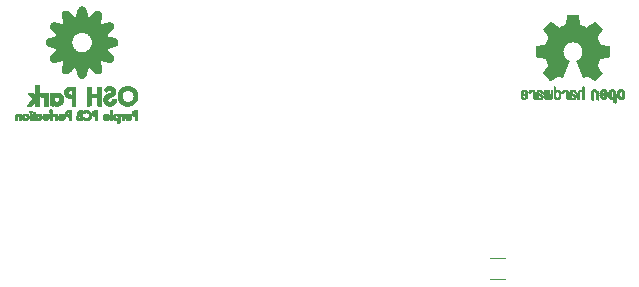
<source format=gbr>
G04 #@! TF.GenerationSoftware,KiCad,Pcbnew,5.1.5-52549c5~86~ubuntu18.04.1*
G04 #@! TF.CreationDate,2020-04-16T18:44:58-06:00*
G04 #@! TF.ProjectId,001,3030312e-6b69-4636-9164-5f7063625858,rev?*
G04 #@! TF.SameCoordinates,Original*
G04 #@! TF.FileFunction,Legend,Bot*
G04 #@! TF.FilePolarity,Positive*
%FSLAX46Y46*%
G04 Gerber Fmt 4.6, Leading zero omitted, Abs format (unit mm)*
G04 Created by KiCad (PCBNEW 5.1.5-52549c5~86~ubuntu18.04.1) date 2020-04-16 18:44:58*
%MOMM*%
%LPD*%
G04 APERTURE LIST*
%ADD10C,0.120000*%
%ADD11C,0.010000*%
G04 APERTURE END LIST*
D10*
X169512064Y-115845000D02*
X168307936Y-115845000D01*
X169512064Y-114025000D02*
X168307936Y-114025000D01*
D11*
G36*
X133645581Y-92721132D02*
G01*
X133626671Y-92735904D01*
X133626666Y-92736167D01*
X133609484Y-92754855D01*
X133594359Y-92757334D01*
X133555271Y-92773543D01*
X133503995Y-92814882D01*
X133450514Y-92870413D01*
X133404810Y-92929203D01*
X133376865Y-92980316D01*
X133372666Y-93000193D01*
X133365489Y-93040238D01*
X133351499Y-93053667D01*
X133338245Y-93072445D01*
X133330873Y-93119355D01*
X133330333Y-93138334D01*
X133325638Y-93191352D01*
X133313911Y-93220842D01*
X133309166Y-93223001D01*
X133295912Y-93241779D01*
X133288539Y-93288688D01*
X133287999Y-93307667D01*
X133283305Y-93360686D01*
X133271578Y-93390175D01*
X133266833Y-93392334D01*
X133252955Y-93410968D01*
X133245892Y-93456901D01*
X133245666Y-93467929D01*
X133233656Y-93541668D01*
X133194728Y-93585402D01*
X133124534Y-93603144D01*
X133098274Y-93604001D01*
X133062016Y-93602243D01*
X133029742Y-93593846D01*
X132994875Y-93574127D01*
X132950841Y-93538401D01*
X132891065Y-93481984D01*
X132808973Y-93400193D01*
X132801166Y-93392334D01*
X132723050Y-93315889D01*
X132653287Y-93251730D01*
X132598178Y-93205351D01*
X132564022Y-93182247D01*
X132558487Y-93180667D01*
X132529849Y-93169464D01*
X132525999Y-93159501D01*
X132508271Y-93142303D01*
X132483666Y-93138334D01*
X132449271Y-93129470D01*
X132441333Y-93117167D01*
X132422296Y-93105093D01*
X132373622Y-93097429D01*
X132335499Y-93096001D01*
X132275128Y-93099808D01*
X132236808Y-93109543D01*
X132229666Y-93117167D01*
X132212456Y-93135789D01*
X132196954Y-93138334D01*
X132156672Y-93154420D01*
X132110687Y-93192862D01*
X132073721Y-93238938D01*
X132060333Y-93274955D01*
X132049197Y-93303735D01*
X132039166Y-93307667D01*
X132027892Y-93326947D01*
X132020248Y-93377313D01*
X132017999Y-93434667D01*
X132021213Y-93502315D01*
X132029607Y-93548177D01*
X132039166Y-93561667D01*
X132052421Y-93580445D01*
X132059793Y-93627355D01*
X132060333Y-93646334D01*
X132065027Y-93699352D01*
X132076755Y-93728842D01*
X132081499Y-93731001D01*
X132094754Y-93749779D01*
X132102126Y-93796688D01*
X132102666Y-93815667D01*
X132107361Y-93868686D01*
X132119088Y-93898175D01*
X132123833Y-93900334D01*
X132138695Y-93918727D01*
X132144998Y-93963044D01*
X132144999Y-93963834D01*
X132151131Y-94008419D01*
X132165903Y-94027329D01*
X132166166Y-94027334D01*
X132185776Y-94042112D01*
X132184068Y-94076308D01*
X132164084Y-94114719D01*
X132144999Y-94133167D01*
X132111938Y-94171204D01*
X132102666Y-94201340D01*
X132093534Y-94226383D01*
X132059403Y-94237323D01*
X132017999Y-94239001D01*
X131964981Y-94234306D01*
X131935492Y-94222579D01*
X131933333Y-94217834D01*
X131914940Y-94202972D01*
X131870623Y-94196669D01*
X131869833Y-94196667D01*
X131825247Y-94190536D01*
X131806338Y-94175764D01*
X131806333Y-94175501D01*
X131787555Y-94162246D01*
X131740645Y-94154874D01*
X131721666Y-94154334D01*
X131668648Y-94149639D01*
X131639158Y-94137912D01*
X131636999Y-94133167D01*
X131617963Y-94121093D01*
X131605027Y-94119056D01*
X131375944Y-94119056D01*
X131373038Y-94131640D01*
X131361833Y-94133167D01*
X131344410Y-94125423D01*
X131347722Y-94119056D01*
X131372842Y-94116523D01*
X131375944Y-94119056D01*
X131605027Y-94119056D01*
X131569289Y-94113429D01*
X131531166Y-94112001D01*
X131470794Y-94108193D01*
X131432475Y-94098458D01*
X131425333Y-94090834D01*
X131406940Y-94075972D01*
X131362623Y-94069669D01*
X131361833Y-94069667D01*
X131317247Y-94075798D01*
X131298338Y-94090570D01*
X131298333Y-94090834D01*
X131280190Y-94106641D01*
X131244454Y-94112000D01*
X131192534Y-94127235D01*
X131139310Y-94164532D01*
X131099342Y-94211284D01*
X131086666Y-94248622D01*
X131075530Y-94277402D01*
X131065499Y-94281334D01*
X131054225Y-94300614D01*
X131046581Y-94350979D01*
X131044333Y-94408334D01*
X131047546Y-94475981D01*
X131055940Y-94521844D01*
X131065499Y-94535334D01*
X131084168Y-94552524D01*
X131086666Y-94567759D01*
X131101040Y-94593239D01*
X131140681Y-94642168D01*
X131200366Y-94708628D01*
X131274874Y-94786698D01*
X131319499Y-94831667D01*
X131407806Y-94919899D01*
X131470385Y-94984644D01*
X131511664Y-95032128D01*
X131536070Y-95068577D01*
X131548031Y-95100215D01*
X131551973Y-95133268D01*
X131552333Y-95159076D01*
X131549603Y-95218857D01*
X131538252Y-95247232D01*
X131513536Y-95254951D01*
X131509999Y-95255001D01*
X131475604Y-95263865D01*
X131467666Y-95276167D01*
X131449273Y-95291029D01*
X131404956Y-95297332D01*
X131404166Y-95297334D01*
X131359581Y-95303465D01*
X131340671Y-95318237D01*
X131340666Y-95318501D01*
X131321888Y-95331755D01*
X131274978Y-95339127D01*
X131255999Y-95339667D01*
X131202981Y-95344362D01*
X131173492Y-95356089D01*
X131171333Y-95360834D01*
X131152555Y-95374088D01*
X131105645Y-95381461D01*
X131086666Y-95382001D01*
X131033648Y-95386695D01*
X131004158Y-95398422D01*
X131001999Y-95403167D01*
X130983720Y-95418467D01*
X130943172Y-95424334D01*
X130884066Y-95440452D01*
X130853833Y-95466667D01*
X130819582Y-95499495D01*
X130794732Y-95509001D01*
X130751167Y-95526623D01*
X130716021Y-95567259D01*
X130705666Y-95602739D01*
X130694691Y-95631864D01*
X130684499Y-95636001D01*
X130672425Y-95655037D01*
X130664761Y-95703711D01*
X130663333Y-95741834D01*
X130667140Y-95802206D01*
X130676875Y-95840525D01*
X130684499Y-95847667D01*
X130703163Y-95864860D01*
X130705666Y-95880123D01*
X130722393Y-95921724D01*
X130764228Y-95971524D01*
X130818649Y-96018325D01*
X130873137Y-96050930D01*
X130906044Y-96059334D01*
X130946159Y-96066493D01*
X130959666Y-96080501D01*
X130978059Y-96095362D01*
X131022376Y-96101666D01*
X131023166Y-96101667D01*
X131067752Y-96107798D01*
X131086661Y-96122570D01*
X131086666Y-96122834D01*
X131105444Y-96136088D01*
X131152354Y-96143461D01*
X131171333Y-96144001D01*
X131224351Y-96148695D01*
X131253841Y-96160422D01*
X131255999Y-96165167D01*
X131274393Y-96180029D01*
X131318709Y-96186332D01*
X131319499Y-96186334D01*
X131364085Y-96192465D01*
X131382995Y-96207237D01*
X131382999Y-96207501D01*
X131401159Y-96223249D01*
X131437428Y-96228667D01*
X131503072Y-96245733D01*
X131542200Y-96294664D01*
X131552333Y-96354893D01*
X131547876Y-96386197D01*
X131531493Y-96421069D01*
X131498661Y-96465402D01*
X131444860Y-96525089D01*
X131365569Y-96606025D01*
X131340666Y-96630834D01*
X131264309Y-96708542D01*
X131200200Y-96777372D01*
X131153815Y-96831170D01*
X131130627Y-96863778D01*
X131128999Y-96868840D01*
X131113344Y-96901680D01*
X131086666Y-96927167D01*
X131063259Y-96951295D01*
X131050275Y-96988621D01*
X131044971Y-97050419D01*
X131044333Y-97101173D01*
X131047212Y-97175381D01*
X131054891Y-97226453D01*
X131065499Y-97244667D01*
X131084034Y-97261913D01*
X131086666Y-97277929D01*
X131104576Y-97325745D01*
X131146349Y-97362336D01*
X131180404Y-97371667D01*
X131209529Y-97382642D01*
X131213666Y-97392834D01*
X131233470Y-97403316D01*
X131287538Y-97410682D01*
X131367851Y-97413930D01*
X131382999Y-97414001D01*
X131466858Y-97411525D01*
X131525786Y-97404767D01*
X131551768Y-97394727D01*
X131552333Y-97392834D01*
X131571111Y-97379579D01*
X131618021Y-97372207D01*
X131636999Y-97371667D01*
X131690018Y-97366973D01*
X131719507Y-97355245D01*
X131721666Y-97350501D01*
X131740444Y-97337246D01*
X131787354Y-97329874D01*
X131806333Y-97329334D01*
X131859351Y-97324639D01*
X131888841Y-97312912D01*
X131890999Y-97308167D01*
X131909351Y-97293144D01*
X131952736Y-97287001D01*
X131999666Y-97279159D01*
X132023027Y-97261336D01*
X132040145Y-97259284D01*
X132073754Y-97281543D01*
X132114520Y-97318879D01*
X132153111Y-97362059D01*
X132180191Y-97401850D01*
X132187333Y-97423878D01*
X132176120Y-97452496D01*
X132166166Y-97456334D01*
X132152912Y-97475112D01*
X132145539Y-97522022D01*
X132144999Y-97541001D01*
X132140305Y-97594019D01*
X132128578Y-97623508D01*
X132123833Y-97625667D01*
X132108971Y-97644060D01*
X132102668Y-97688377D01*
X132102666Y-97689167D01*
X132096535Y-97733753D01*
X132081763Y-97752662D01*
X132081499Y-97752667D01*
X132068245Y-97771445D01*
X132060873Y-97818355D01*
X132060333Y-97837334D01*
X132055638Y-97890352D01*
X132043911Y-97919842D01*
X132039166Y-97922001D01*
X132027892Y-97941280D01*
X132020248Y-97991646D01*
X132017999Y-98049001D01*
X132021213Y-98116648D01*
X132029607Y-98162511D01*
X132039166Y-98176001D01*
X132056364Y-98193729D01*
X132060333Y-98218334D01*
X132069197Y-98252729D01*
X132081499Y-98260667D01*
X132098697Y-98278395D01*
X132102666Y-98303001D01*
X132117633Y-98338377D01*
X132144999Y-98345334D01*
X132179395Y-98354198D01*
X132187333Y-98366501D01*
X132206910Y-98377358D01*
X132259382Y-98384861D01*
X132335356Y-98387667D01*
X132335499Y-98387667D01*
X132411505Y-98384870D01*
X132464025Y-98377374D01*
X132483666Y-98366521D01*
X132483666Y-98366501D01*
X132500949Y-98348059D01*
X132517507Y-98345334D01*
X132552582Y-98330792D01*
X132598042Y-98294606D01*
X132610666Y-98281834D01*
X132653542Y-98241781D01*
X132687705Y-98219785D01*
X132694204Y-98218334D01*
X132729074Y-98202455D01*
X132771269Y-98164646D01*
X132806962Y-98119650D01*
X132822328Y-98082207D01*
X132822333Y-98081713D01*
X132840026Y-98054797D01*
X132864666Y-98049001D01*
X132900042Y-98034033D01*
X132906999Y-98006667D01*
X132921967Y-97971291D01*
X132949333Y-97964334D01*
X132984709Y-97949367D01*
X132991666Y-97922001D01*
X133001645Y-97891014D01*
X133038774Y-97880104D01*
X133055166Y-97879667D01*
X133099752Y-97885798D01*
X133118661Y-97900570D01*
X133118666Y-97900834D01*
X133135912Y-97919368D01*
X133151928Y-97922001D01*
X133202498Y-97940957D01*
X133235525Y-97992453D01*
X133245666Y-98058072D01*
X133250884Y-98107636D01*
X133263745Y-98132859D01*
X133266833Y-98133667D01*
X133280087Y-98152445D01*
X133287460Y-98199355D01*
X133287999Y-98218334D01*
X133292694Y-98271352D01*
X133304421Y-98300842D01*
X133309166Y-98303001D01*
X133322421Y-98321779D01*
X133329793Y-98368688D01*
X133330333Y-98387667D01*
X133335027Y-98440686D01*
X133346755Y-98470175D01*
X133351499Y-98472334D01*
X133368697Y-98490062D01*
X133372666Y-98514667D01*
X133381530Y-98549062D01*
X133393833Y-98557001D01*
X133412455Y-98574210D01*
X133414999Y-98589713D01*
X133431085Y-98629995D01*
X133469528Y-98675980D01*
X133515604Y-98712945D01*
X133551621Y-98726334D01*
X133580401Y-98737470D01*
X133584333Y-98747501D01*
X133603595Y-98758811D01*
X133653913Y-98765810D01*
X133706041Y-98767133D01*
X133776111Y-98764099D01*
X133823653Y-98752111D01*
X133865689Y-98723548D01*
X133917708Y-98672377D01*
X133965578Y-98617793D01*
X133998206Y-98571064D01*
X134007666Y-98546911D01*
X134018943Y-98518428D01*
X134028833Y-98514667D01*
X134042087Y-98495889D01*
X134049460Y-98448979D01*
X134049999Y-98430001D01*
X134054694Y-98376982D01*
X134066421Y-98347493D01*
X134071166Y-98345334D01*
X134084421Y-98326556D01*
X134091793Y-98279646D01*
X134092333Y-98260667D01*
X134097027Y-98207649D01*
X134108755Y-98178159D01*
X134113499Y-98176001D01*
X134128361Y-98157607D01*
X134134665Y-98113291D01*
X134134666Y-98112501D01*
X134140797Y-98067915D01*
X134155569Y-98049005D01*
X134155833Y-98049001D01*
X134170695Y-98030607D01*
X134176998Y-97986291D01*
X134176999Y-97985501D01*
X134183652Y-97939020D01*
X134208405Y-97922656D01*
X134219333Y-97922001D01*
X134253728Y-97913136D01*
X134261666Y-97900834D01*
X134279801Y-97884996D01*
X134315258Y-97879667D01*
X134346121Y-97888334D01*
X134389881Y-97916568D01*
X134450639Y-97967716D01*
X134532493Y-98045126D01*
X134600333Y-98112501D01*
X134682216Y-98192848D01*
X134755690Y-98261197D01*
X134814834Y-98312326D01*
X134853731Y-98341013D01*
X134864241Y-98345334D01*
X134892840Y-98356556D01*
X134896666Y-98366501D01*
X134916374Y-98377149D01*
X134969768Y-98384576D01*
X135048249Y-98387644D01*
X135056378Y-98387667D01*
X135141348Y-98386085D01*
X135196333Y-98379327D01*
X135233628Y-98364375D01*
X135265526Y-98338212D01*
X135268045Y-98335713D01*
X135303493Y-98291413D01*
X135319869Y-98253496D01*
X135319999Y-98251046D01*
X135331135Y-98222266D01*
X135341166Y-98218334D01*
X135351648Y-98198530D01*
X135359015Y-98144462D01*
X135362262Y-98064149D01*
X135362333Y-98049001D01*
X135359857Y-97965142D01*
X135353099Y-97906214D01*
X135343060Y-97880232D01*
X135341166Y-97879667D01*
X135327912Y-97860889D01*
X135320539Y-97813979D01*
X135319999Y-97795001D01*
X135315305Y-97741982D01*
X135303578Y-97712493D01*
X135298833Y-97710334D01*
X135285578Y-97691556D01*
X135278206Y-97644646D01*
X135277666Y-97625667D01*
X135272972Y-97572649D01*
X135261244Y-97543159D01*
X135256499Y-97541001D01*
X135243929Y-97522070D01*
X135236345Y-97474125D01*
X135235333Y-97444788D01*
X135242101Y-97372069D01*
X135267530Y-97319496D01*
X135291978Y-97291931D01*
X135333554Y-97258052D01*
X135355695Y-97257882D01*
X135357242Y-97261143D01*
X135382209Y-97277930D01*
X135433881Y-97286609D01*
X135448763Y-97287001D01*
X135501126Y-97291788D01*
X135529813Y-97303720D01*
X135531666Y-97308167D01*
X135550444Y-97321422D01*
X135597354Y-97328794D01*
X135616333Y-97329334D01*
X135669351Y-97334028D01*
X135698841Y-97345756D01*
X135700999Y-97350501D01*
X135719393Y-97365362D01*
X135763709Y-97371666D01*
X135764499Y-97371667D01*
X135809085Y-97377798D01*
X135827995Y-97392570D01*
X135827999Y-97392834D01*
X135847804Y-97403316D01*
X135901871Y-97410682D01*
X135982185Y-97413930D01*
X135997333Y-97414001D01*
X136081191Y-97411525D01*
X136140120Y-97404767D01*
X136166102Y-97394727D01*
X136166666Y-97392834D01*
X136183876Y-97374212D01*
X136199378Y-97371667D01*
X136249566Y-97352920D01*
X136295643Y-97305500D01*
X136327506Y-97242643D01*
X136336000Y-97192713D01*
X136341252Y-97143365D01*
X136354190Y-97118412D01*
X136357166Y-97117667D01*
X136374364Y-97099939D01*
X136378333Y-97075334D01*
X136369469Y-97040939D01*
X136357166Y-97033001D01*
X136339969Y-97015272D01*
X136335999Y-96990667D01*
X136327135Y-96956272D01*
X136314833Y-96948334D01*
X136296164Y-96931143D01*
X136293666Y-96915909D01*
X136279292Y-96890429D01*
X136239651Y-96841499D01*
X136179966Y-96775040D01*
X136105459Y-96696969D01*
X136060833Y-96652001D01*
X135955870Y-96544754D01*
X135882600Y-96462959D01*
X135840006Y-96405191D01*
X135827072Y-96370028D01*
X135842782Y-96356047D01*
X135849166Y-96355667D01*
X135864028Y-96337274D01*
X135870331Y-96292957D01*
X135870333Y-96292167D01*
X135875578Y-96247190D01*
X135900318Y-96230613D01*
X135933833Y-96228667D01*
X135978418Y-96222536D01*
X135997328Y-96207764D01*
X135997333Y-96207501D01*
X136015726Y-96192639D01*
X136060043Y-96186335D01*
X136060833Y-96186334D01*
X136105418Y-96180203D01*
X136124328Y-96165431D01*
X136124333Y-96165167D01*
X136143111Y-96151913D01*
X136190021Y-96144540D01*
X136208999Y-96144001D01*
X136262018Y-96139306D01*
X136291507Y-96127579D01*
X136293666Y-96122834D01*
X136312444Y-96109579D01*
X136359354Y-96102207D01*
X136378333Y-96101667D01*
X136431351Y-96096973D01*
X136460841Y-96085245D01*
X136462999Y-96080501D01*
X136480728Y-96063303D01*
X136505333Y-96059334D01*
X136539728Y-96050470D01*
X136547666Y-96038167D01*
X136564912Y-96019633D01*
X136580928Y-96017001D01*
X136628744Y-95999091D01*
X136665335Y-95957318D01*
X136674666Y-95923262D01*
X136685641Y-95894137D01*
X136695833Y-95890001D01*
X136707107Y-95870721D01*
X136714751Y-95820355D01*
X136716999Y-95763001D01*
X136715994Y-95741834D01*
X134557999Y-95741834D01*
X134556160Y-95846890D01*
X134550967Y-95923769D01*
X134542915Y-95967062D01*
X134536833Y-95974667D01*
X134521971Y-95993060D01*
X134515668Y-96037377D01*
X134515666Y-96038167D01*
X134509535Y-96082753D01*
X134494763Y-96101662D01*
X134494499Y-96101667D01*
X134476642Y-96119171D01*
X134473333Y-96139328D01*
X134457363Y-96180251D01*
X134430999Y-96207501D01*
X134398193Y-96241420D01*
X134388666Y-96265795D01*
X134374663Y-96296074D01*
X134339080Y-96341656D01*
X134315288Y-96366956D01*
X134267001Y-96409942D01*
X134227118Y-96436351D01*
X134214128Y-96440334D01*
X134181314Y-96455988D01*
X134155833Y-96482667D01*
X134117796Y-96515729D01*
X134087660Y-96525001D01*
X134055888Y-96534838D01*
X134049999Y-96546167D01*
X134031606Y-96561029D01*
X133987290Y-96567332D01*
X133986499Y-96567334D01*
X133941914Y-96573465D01*
X133923004Y-96588237D01*
X133922999Y-96588501D01*
X133902760Y-96598051D01*
X133845646Y-96605040D01*
X133757069Y-96608976D01*
X133690166Y-96609667D01*
X133585110Y-96607827D01*
X133508231Y-96602635D01*
X133464938Y-96594583D01*
X133457333Y-96588501D01*
X133438940Y-96573639D01*
X133394623Y-96567335D01*
X133393833Y-96567334D01*
X133349247Y-96561203D01*
X133330338Y-96546431D01*
X133330333Y-96546167D01*
X133313165Y-96527444D01*
X133298241Y-96525001D01*
X133270733Y-96510755D01*
X133221649Y-96472264D01*
X133158651Y-96415900D01*
X133107741Y-96366592D01*
X133042275Y-96298240D01*
X132989983Y-96238150D01*
X132957236Y-96193985D01*
X132949333Y-96176092D01*
X132938009Y-96147706D01*
X132928166Y-96144001D01*
X132910969Y-96126272D01*
X132906999Y-96101667D01*
X132898135Y-96067272D01*
X132885833Y-96059334D01*
X132870971Y-96040941D01*
X132864668Y-95996624D01*
X132864666Y-95995834D01*
X132858535Y-95951248D01*
X132843763Y-95932339D01*
X132843499Y-95932334D01*
X132833017Y-95912530D01*
X132825651Y-95858462D01*
X132822403Y-95778149D01*
X132822333Y-95763001D01*
X132824808Y-95679142D01*
X132831567Y-95620214D01*
X132841606Y-95594232D01*
X132843499Y-95593667D01*
X132858361Y-95575274D01*
X132864665Y-95530957D01*
X132864666Y-95530167D01*
X132870797Y-95485582D01*
X132885569Y-95466672D01*
X132885833Y-95466667D01*
X132901133Y-95448387D01*
X132906999Y-95407840D01*
X132923118Y-95348734D01*
X132949333Y-95318501D01*
X132982136Y-95284642D01*
X132991666Y-95260354D01*
X133006454Y-95230036D01*
X133043899Y-95183621D01*
X133093624Y-95131486D01*
X133145253Y-95084008D01*
X133188408Y-95051563D01*
X133208686Y-95043334D01*
X133241379Y-95027684D01*
X133266833Y-95001001D01*
X133313862Y-94966827D01*
X133356172Y-94958667D01*
X133398695Y-94952090D01*
X133414999Y-94937501D01*
X133433393Y-94922639D01*
X133477709Y-94916335D01*
X133478499Y-94916334D01*
X133523085Y-94910203D01*
X133541995Y-94895431D01*
X133541999Y-94895167D01*
X133561577Y-94884309D01*
X133614048Y-94876806D01*
X133690022Y-94874001D01*
X133690166Y-94874001D01*
X133766172Y-94876797D01*
X133818691Y-94884293D01*
X133838333Y-94895147D01*
X133838333Y-94895167D01*
X133857111Y-94908422D01*
X133904021Y-94915794D01*
X133922999Y-94916334D01*
X133976018Y-94921028D01*
X134005507Y-94932756D01*
X134007666Y-94937501D01*
X134025394Y-94954698D01*
X134049999Y-94958667D01*
X134084395Y-94967531D01*
X134092333Y-94979834D01*
X134109504Y-94998549D01*
X134124475Y-95001001D01*
X134154622Y-95015774D01*
X134203513Y-95054414D01*
X134262632Y-95108403D01*
X134323458Y-95169223D01*
X134377473Y-95228356D01*
X134416160Y-95277281D01*
X134430999Y-95307483D01*
X134430999Y-95307525D01*
X134442307Y-95335944D01*
X134452166Y-95339667D01*
X134469364Y-95357395D01*
X134473333Y-95382001D01*
X134482197Y-95416396D01*
X134494499Y-95424334D01*
X134511697Y-95442062D01*
X134515666Y-95466667D01*
X134524530Y-95501062D01*
X134536833Y-95509001D01*
X134546383Y-95529240D01*
X134553372Y-95586354D01*
X134557308Y-95674931D01*
X134557999Y-95741834D01*
X136715994Y-95741834D01*
X136713786Y-95695353D01*
X136705392Y-95649490D01*
X136695833Y-95636001D01*
X136677211Y-95618791D01*
X136674666Y-95603288D01*
X136658580Y-95563006D01*
X136620138Y-95517021D01*
X136574062Y-95480056D01*
X136538045Y-95466667D01*
X136509265Y-95455531D01*
X136505333Y-95445501D01*
X136486940Y-95430639D01*
X136442623Y-95424335D01*
X136441833Y-95424334D01*
X136397247Y-95418203D01*
X136378338Y-95403431D01*
X136378333Y-95403167D01*
X136359940Y-95388305D01*
X136315623Y-95382002D01*
X136314833Y-95382001D01*
X136270247Y-95375869D01*
X136251338Y-95361097D01*
X136251333Y-95360834D01*
X136232555Y-95347579D01*
X136185645Y-95340207D01*
X136166666Y-95339667D01*
X136113648Y-95334973D01*
X136084158Y-95323245D01*
X136081999Y-95318501D01*
X136063366Y-95304623D01*
X136017432Y-95297560D01*
X136006404Y-95297334D01*
X135932996Y-95284275D01*
X135885055Y-95248800D01*
X135870333Y-95203596D01*
X135859358Y-95174471D01*
X135849166Y-95170334D01*
X135827543Y-95159424D01*
X135836505Y-95126044D01*
X135876726Y-95069218D01*
X135948882Y-94987972D01*
X136039666Y-94895167D01*
X136116023Y-94817459D01*
X136180132Y-94748629D01*
X136226518Y-94694831D01*
X136249705Y-94662223D01*
X136251333Y-94657161D01*
X136266988Y-94624321D01*
X136293666Y-94598834D01*
X136327840Y-94551804D01*
X136335999Y-94509494D01*
X136342577Y-94466972D01*
X136357166Y-94450667D01*
X136372028Y-94432274D01*
X136378331Y-94387957D01*
X136378333Y-94387167D01*
X136376878Y-94376584D01*
X136335999Y-94376584D01*
X136325416Y-94387167D01*
X136314833Y-94376584D01*
X136325416Y-94366001D01*
X136335999Y-94376584D01*
X136376878Y-94376584D01*
X136372202Y-94342582D01*
X136357430Y-94323672D01*
X136357166Y-94323667D01*
X136339969Y-94305939D01*
X136335999Y-94281334D01*
X136327135Y-94246939D01*
X136314833Y-94239001D01*
X136297635Y-94221272D01*
X136293666Y-94196667D01*
X136278699Y-94161291D01*
X136251333Y-94154334D01*
X136216938Y-94145470D01*
X136208999Y-94133167D01*
X136191536Y-94119056D01*
X136032611Y-94119056D01*
X136029705Y-94131640D01*
X136018499Y-94133167D01*
X136001077Y-94125423D01*
X136004388Y-94119056D01*
X136029508Y-94116523D01*
X136032611Y-94119056D01*
X136191536Y-94119056D01*
X136190606Y-94118305D01*
X136146290Y-94112002D01*
X136145499Y-94112001D01*
X136100914Y-94105869D01*
X136082004Y-94091097D01*
X136081999Y-94090834D01*
X136063606Y-94075972D01*
X136019290Y-94069669D01*
X136018499Y-94069667D01*
X135973914Y-94075798D01*
X135955004Y-94090570D01*
X135954999Y-94090834D01*
X135936221Y-94104088D01*
X135889312Y-94111461D01*
X135870333Y-94112001D01*
X135817314Y-94116695D01*
X135787825Y-94128422D01*
X135785666Y-94133167D01*
X135766888Y-94146422D01*
X135719978Y-94153794D01*
X135700999Y-94154334D01*
X135647981Y-94159028D01*
X135618492Y-94170756D01*
X135616333Y-94175501D01*
X135597555Y-94188755D01*
X135550645Y-94196127D01*
X135531666Y-94196667D01*
X135478648Y-94201362D01*
X135449158Y-94213089D01*
X135446999Y-94217834D01*
X135428864Y-94233669D01*
X135393377Y-94239000D01*
X135355602Y-94227704D01*
X135308717Y-94199193D01*
X135261747Y-94161540D01*
X135223715Y-94122813D01*
X135203644Y-94091085D01*
X135209668Y-94074694D01*
X135228091Y-94049691D01*
X135235333Y-94004403D01*
X135241625Y-93960586D01*
X135256499Y-93942667D01*
X135269754Y-93923889D01*
X135277126Y-93876979D01*
X135277666Y-93858001D01*
X135282361Y-93804982D01*
X135294088Y-93775493D01*
X135298833Y-93773334D01*
X135312087Y-93754556D01*
X135319460Y-93707646D01*
X135319999Y-93688667D01*
X135324694Y-93635649D01*
X135336421Y-93606159D01*
X135341166Y-93604001D01*
X135351822Y-93584297D01*
X135359252Y-93530933D01*
X135362311Y-93452534D01*
X135362333Y-93444693D01*
X135362333Y-93285386D01*
X135267640Y-93190693D01*
X135212642Y-93138424D01*
X135170113Y-93110052D01*
X135123850Y-93098327D01*
X135057651Y-93096001D01*
X135055973Y-93096001D01*
X134992046Y-93099464D01*
X134949559Y-93108404D01*
X134938999Y-93117167D01*
X134921496Y-93135024D01*
X134901339Y-93138334D01*
X134860416Y-93154304D01*
X134833166Y-93180667D01*
X134799203Y-93213477D01*
X134774764Y-93223001D01*
X134749996Y-93237313D01*
X134702519Y-93276388D01*
X134638923Y-93334433D01*
X134565800Y-93405656D01*
X134557999Y-93413500D01*
X134475254Y-93495300D01*
X134414522Y-93550475D01*
X134369420Y-93583797D01*
X134333568Y-93600039D01*
X134303301Y-93604001D01*
X134235403Y-93589932D01*
X134190093Y-93552812D01*
X134176999Y-93510262D01*
X134166025Y-93481137D01*
X134155833Y-93477001D01*
X134142578Y-93458222D01*
X134135206Y-93411313D01*
X134134666Y-93392334D01*
X134129972Y-93339315D01*
X134118244Y-93309826D01*
X134113499Y-93307667D01*
X134098638Y-93289274D01*
X134092334Y-93244957D01*
X134092333Y-93244167D01*
X134086202Y-93199582D01*
X134071430Y-93180672D01*
X134071166Y-93180667D01*
X134057912Y-93161889D01*
X134050539Y-93114979D01*
X134049999Y-93096001D01*
X134045305Y-93042982D01*
X134033578Y-93013493D01*
X134028833Y-93011334D01*
X134011635Y-92993606D01*
X134007666Y-92969001D01*
X133998802Y-92934605D01*
X133986499Y-92926667D01*
X133967877Y-92909457D01*
X133965333Y-92893955D01*
X133947738Y-92849000D01*
X133904663Y-92802915D01*
X133850667Y-92768309D01*
X133835265Y-92764389D01*
X133704277Y-92764389D01*
X133701372Y-92776973D01*
X133690166Y-92778501D01*
X133672744Y-92770756D01*
X133676055Y-92764389D01*
X133701175Y-92761856D01*
X133704277Y-92764389D01*
X133835265Y-92764389D01*
X133807545Y-92757334D01*
X133767308Y-92750206D01*
X133753666Y-92736167D01*
X133735273Y-92721305D01*
X133690956Y-92715002D01*
X133690166Y-92715001D01*
X133645581Y-92721132D01*
G37*
X133645581Y-92721132D02*
X133626671Y-92735904D01*
X133626666Y-92736167D01*
X133609484Y-92754855D01*
X133594359Y-92757334D01*
X133555271Y-92773543D01*
X133503995Y-92814882D01*
X133450514Y-92870413D01*
X133404810Y-92929203D01*
X133376865Y-92980316D01*
X133372666Y-93000193D01*
X133365489Y-93040238D01*
X133351499Y-93053667D01*
X133338245Y-93072445D01*
X133330873Y-93119355D01*
X133330333Y-93138334D01*
X133325638Y-93191352D01*
X133313911Y-93220842D01*
X133309166Y-93223001D01*
X133295912Y-93241779D01*
X133288539Y-93288688D01*
X133287999Y-93307667D01*
X133283305Y-93360686D01*
X133271578Y-93390175D01*
X133266833Y-93392334D01*
X133252955Y-93410968D01*
X133245892Y-93456901D01*
X133245666Y-93467929D01*
X133233656Y-93541668D01*
X133194728Y-93585402D01*
X133124534Y-93603144D01*
X133098274Y-93604001D01*
X133062016Y-93602243D01*
X133029742Y-93593846D01*
X132994875Y-93574127D01*
X132950841Y-93538401D01*
X132891065Y-93481984D01*
X132808973Y-93400193D01*
X132801166Y-93392334D01*
X132723050Y-93315889D01*
X132653287Y-93251730D01*
X132598178Y-93205351D01*
X132564022Y-93182247D01*
X132558487Y-93180667D01*
X132529849Y-93169464D01*
X132525999Y-93159501D01*
X132508271Y-93142303D01*
X132483666Y-93138334D01*
X132449271Y-93129470D01*
X132441333Y-93117167D01*
X132422296Y-93105093D01*
X132373622Y-93097429D01*
X132335499Y-93096001D01*
X132275128Y-93099808D01*
X132236808Y-93109543D01*
X132229666Y-93117167D01*
X132212456Y-93135789D01*
X132196954Y-93138334D01*
X132156672Y-93154420D01*
X132110687Y-93192862D01*
X132073721Y-93238938D01*
X132060333Y-93274955D01*
X132049197Y-93303735D01*
X132039166Y-93307667D01*
X132027892Y-93326947D01*
X132020248Y-93377313D01*
X132017999Y-93434667D01*
X132021213Y-93502315D01*
X132029607Y-93548177D01*
X132039166Y-93561667D01*
X132052421Y-93580445D01*
X132059793Y-93627355D01*
X132060333Y-93646334D01*
X132065027Y-93699352D01*
X132076755Y-93728842D01*
X132081499Y-93731001D01*
X132094754Y-93749779D01*
X132102126Y-93796688D01*
X132102666Y-93815667D01*
X132107361Y-93868686D01*
X132119088Y-93898175D01*
X132123833Y-93900334D01*
X132138695Y-93918727D01*
X132144998Y-93963044D01*
X132144999Y-93963834D01*
X132151131Y-94008419D01*
X132165903Y-94027329D01*
X132166166Y-94027334D01*
X132185776Y-94042112D01*
X132184068Y-94076308D01*
X132164084Y-94114719D01*
X132144999Y-94133167D01*
X132111938Y-94171204D01*
X132102666Y-94201340D01*
X132093534Y-94226383D01*
X132059403Y-94237323D01*
X132017999Y-94239001D01*
X131964981Y-94234306D01*
X131935492Y-94222579D01*
X131933333Y-94217834D01*
X131914940Y-94202972D01*
X131870623Y-94196669D01*
X131869833Y-94196667D01*
X131825247Y-94190536D01*
X131806338Y-94175764D01*
X131806333Y-94175501D01*
X131787555Y-94162246D01*
X131740645Y-94154874D01*
X131721666Y-94154334D01*
X131668648Y-94149639D01*
X131639158Y-94137912D01*
X131636999Y-94133167D01*
X131617963Y-94121093D01*
X131605027Y-94119056D01*
X131375944Y-94119056D01*
X131373038Y-94131640D01*
X131361833Y-94133167D01*
X131344410Y-94125423D01*
X131347722Y-94119056D01*
X131372842Y-94116523D01*
X131375944Y-94119056D01*
X131605027Y-94119056D01*
X131569289Y-94113429D01*
X131531166Y-94112001D01*
X131470794Y-94108193D01*
X131432475Y-94098458D01*
X131425333Y-94090834D01*
X131406940Y-94075972D01*
X131362623Y-94069669D01*
X131361833Y-94069667D01*
X131317247Y-94075798D01*
X131298338Y-94090570D01*
X131298333Y-94090834D01*
X131280190Y-94106641D01*
X131244454Y-94112000D01*
X131192534Y-94127235D01*
X131139310Y-94164532D01*
X131099342Y-94211284D01*
X131086666Y-94248622D01*
X131075530Y-94277402D01*
X131065499Y-94281334D01*
X131054225Y-94300614D01*
X131046581Y-94350979D01*
X131044333Y-94408334D01*
X131047546Y-94475981D01*
X131055940Y-94521844D01*
X131065499Y-94535334D01*
X131084168Y-94552524D01*
X131086666Y-94567759D01*
X131101040Y-94593239D01*
X131140681Y-94642168D01*
X131200366Y-94708628D01*
X131274874Y-94786698D01*
X131319499Y-94831667D01*
X131407806Y-94919899D01*
X131470385Y-94984644D01*
X131511664Y-95032128D01*
X131536070Y-95068577D01*
X131548031Y-95100215D01*
X131551973Y-95133268D01*
X131552333Y-95159076D01*
X131549603Y-95218857D01*
X131538252Y-95247232D01*
X131513536Y-95254951D01*
X131509999Y-95255001D01*
X131475604Y-95263865D01*
X131467666Y-95276167D01*
X131449273Y-95291029D01*
X131404956Y-95297332D01*
X131404166Y-95297334D01*
X131359581Y-95303465D01*
X131340671Y-95318237D01*
X131340666Y-95318501D01*
X131321888Y-95331755D01*
X131274978Y-95339127D01*
X131255999Y-95339667D01*
X131202981Y-95344362D01*
X131173492Y-95356089D01*
X131171333Y-95360834D01*
X131152555Y-95374088D01*
X131105645Y-95381461D01*
X131086666Y-95382001D01*
X131033648Y-95386695D01*
X131004158Y-95398422D01*
X131001999Y-95403167D01*
X130983720Y-95418467D01*
X130943172Y-95424334D01*
X130884066Y-95440452D01*
X130853833Y-95466667D01*
X130819582Y-95499495D01*
X130794732Y-95509001D01*
X130751167Y-95526623D01*
X130716021Y-95567259D01*
X130705666Y-95602739D01*
X130694691Y-95631864D01*
X130684499Y-95636001D01*
X130672425Y-95655037D01*
X130664761Y-95703711D01*
X130663333Y-95741834D01*
X130667140Y-95802206D01*
X130676875Y-95840525D01*
X130684499Y-95847667D01*
X130703163Y-95864860D01*
X130705666Y-95880123D01*
X130722393Y-95921724D01*
X130764228Y-95971524D01*
X130818649Y-96018325D01*
X130873137Y-96050930D01*
X130906044Y-96059334D01*
X130946159Y-96066493D01*
X130959666Y-96080501D01*
X130978059Y-96095362D01*
X131022376Y-96101666D01*
X131023166Y-96101667D01*
X131067752Y-96107798D01*
X131086661Y-96122570D01*
X131086666Y-96122834D01*
X131105444Y-96136088D01*
X131152354Y-96143461D01*
X131171333Y-96144001D01*
X131224351Y-96148695D01*
X131253841Y-96160422D01*
X131255999Y-96165167D01*
X131274393Y-96180029D01*
X131318709Y-96186332D01*
X131319499Y-96186334D01*
X131364085Y-96192465D01*
X131382995Y-96207237D01*
X131382999Y-96207501D01*
X131401159Y-96223249D01*
X131437428Y-96228667D01*
X131503072Y-96245733D01*
X131542200Y-96294664D01*
X131552333Y-96354893D01*
X131547876Y-96386197D01*
X131531493Y-96421069D01*
X131498661Y-96465402D01*
X131444860Y-96525089D01*
X131365569Y-96606025D01*
X131340666Y-96630834D01*
X131264309Y-96708542D01*
X131200200Y-96777372D01*
X131153815Y-96831170D01*
X131130627Y-96863778D01*
X131128999Y-96868840D01*
X131113344Y-96901680D01*
X131086666Y-96927167D01*
X131063259Y-96951295D01*
X131050275Y-96988621D01*
X131044971Y-97050419D01*
X131044333Y-97101173D01*
X131047212Y-97175381D01*
X131054891Y-97226453D01*
X131065499Y-97244667D01*
X131084034Y-97261913D01*
X131086666Y-97277929D01*
X131104576Y-97325745D01*
X131146349Y-97362336D01*
X131180404Y-97371667D01*
X131209529Y-97382642D01*
X131213666Y-97392834D01*
X131233470Y-97403316D01*
X131287538Y-97410682D01*
X131367851Y-97413930D01*
X131382999Y-97414001D01*
X131466858Y-97411525D01*
X131525786Y-97404767D01*
X131551768Y-97394727D01*
X131552333Y-97392834D01*
X131571111Y-97379579D01*
X131618021Y-97372207D01*
X131636999Y-97371667D01*
X131690018Y-97366973D01*
X131719507Y-97355245D01*
X131721666Y-97350501D01*
X131740444Y-97337246D01*
X131787354Y-97329874D01*
X131806333Y-97329334D01*
X131859351Y-97324639D01*
X131888841Y-97312912D01*
X131890999Y-97308167D01*
X131909351Y-97293144D01*
X131952736Y-97287001D01*
X131999666Y-97279159D01*
X132023027Y-97261336D01*
X132040145Y-97259284D01*
X132073754Y-97281543D01*
X132114520Y-97318879D01*
X132153111Y-97362059D01*
X132180191Y-97401850D01*
X132187333Y-97423878D01*
X132176120Y-97452496D01*
X132166166Y-97456334D01*
X132152912Y-97475112D01*
X132145539Y-97522022D01*
X132144999Y-97541001D01*
X132140305Y-97594019D01*
X132128578Y-97623508D01*
X132123833Y-97625667D01*
X132108971Y-97644060D01*
X132102668Y-97688377D01*
X132102666Y-97689167D01*
X132096535Y-97733753D01*
X132081763Y-97752662D01*
X132081499Y-97752667D01*
X132068245Y-97771445D01*
X132060873Y-97818355D01*
X132060333Y-97837334D01*
X132055638Y-97890352D01*
X132043911Y-97919842D01*
X132039166Y-97922001D01*
X132027892Y-97941280D01*
X132020248Y-97991646D01*
X132017999Y-98049001D01*
X132021213Y-98116648D01*
X132029607Y-98162511D01*
X132039166Y-98176001D01*
X132056364Y-98193729D01*
X132060333Y-98218334D01*
X132069197Y-98252729D01*
X132081499Y-98260667D01*
X132098697Y-98278395D01*
X132102666Y-98303001D01*
X132117633Y-98338377D01*
X132144999Y-98345334D01*
X132179395Y-98354198D01*
X132187333Y-98366501D01*
X132206910Y-98377358D01*
X132259382Y-98384861D01*
X132335356Y-98387667D01*
X132335499Y-98387667D01*
X132411505Y-98384870D01*
X132464025Y-98377374D01*
X132483666Y-98366521D01*
X132483666Y-98366501D01*
X132500949Y-98348059D01*
X132517507Y-98345334D01*
X132552582Y-98330792D01*
X132598042Y-98294606D01*
X132610666Y-98281834D01*
X132653542Y-98241781D01*
X132687705Y-98219785D01*
X132694204Y-98218334D01*
X132729074Y-98202455D01*
X132771269Y-98164646D01*
X132806962Y-98119650D01*
X132822328Y-98082207D01*
X132822333Y-98081713D01*
X132840026Y-98054797D01*
X132864666Y-98049001D01*
X132900042Y-98034033D01*
X132906999Y-98006667D01*
X132921967Y-97971291D01*
X132949333Y-97964334D01*
X132984709Y-97949367D01*
X132991666Y-97922001D01*
X133001645Y-97891014D01*
X133038774Y-97880104D01*
X133055166Y-97879667D01*
X133099752Y-97885798D01*
X133118661Y-97900570D01*
X133118666Y-97900834D01*
X133135912Y-97919368D01*
X133151928Y-97922001D01*
X133202498Y-97940957D01*
X133235525Y-97992453D01*
X133245666Y-98058072D01*
X133250884Y-98107636D01*
X133263745Y-98132859D01*
X133266833Y-98133667D01*
X133280087Y-98152445D01*
X133287460Y-98199355D01*
X133287999Y-98218334D01*
X133292694Y-98271352D01*
X133304421Y-98300842D01*
X133309166Y-98303001D01*
X133322421Y-98321779D01*
X133329793Y-98368688D01*
X133330333Y-98387667D01*
X133335027Y-98440686D01*
X133346755Y-98470175D01*
X133351499Y-98472334D01*
X133368697Y-98490062D01*
X133372666Y-98514667D01*
X133381530Y-98549062D01*
X133393833Y-98557001D01*
X133412455Y-98574210D01*
X133414999Y-98589713D01*
X133431085Y-98629995D01*
X133469528Y-98675980D01*
X133515604Y-98712945D01*
X133551621Y-98726334D01*
X133580401Y-98737470D01*
X133584333Y-98747501D01*
X133603595Y-98758811D01*
X133653913Y-98765810D01*
X133706041Y-98767133D01*
X133776111Y-98764099D01*
X133823653Y-98752111D01*
X133865689Y-98723548D01*
X133917708Y-98672377D01*
X133965578Y-98617793D01*
X133998206Y-98571064D01*
X134007666Y-98546911D01*
X134018943Y-98518428D01*
X134028833Y-98514667D01*
X134042087Y-98495889D01*
X134049460Y-98448979D01*
X134049999Y-98430001D01*
X134054694Y-98376982D01*
X134066421Y-98347493D01*
X134071166Y-98345334D01*
X134084421Y-98326556D01*
X134091793Y-98279646D01*
X134092333Y-98260667D01*
X134097027Y-98207649D01*
X134108755Y-98178159D01*
X134113499Y-98176001D01*
X134128361Y-98157607D01*
X134134665Y-98113291D01*
X134134666Y-98112501D01*
X134140797Y-98067915D01*
X134155569Y-98049005D01*
X134155833Y-98049001D01*
X134170695Y-98030607D01*
X134176998Y-97986291D01*
X134176999Y-97985501D01*
X134183652Y-97939020D01*
X134208405Y-97922656D01*
X134219333Y-97922001D01*
X134253728Y-97913136D01*
X134261666Y-97900834D01*
X134279801Y-97884996D01*
X134315258Y-97879667D01*
X134346121Y-97888334D01*
X134389881Y-97916568D01*
X134450639Y-97967716D01*
X134532493Y-98045126D01*
X134600333Y-98112501D01*
X134682216Y-98192848D01*
X134755690Y-98261197D01*
X134814834Y-98312326D01*
X134853731Y-98341013D01*
X134864241Y-98345334D01*
X134892840Y-98356556D01*
X134896666Y-98366501D01*
X134916374Y-98377149D01*
X134969768Y-98384576D01*
X135048249Y-98387644D01*
X135056378Y-98387667D01*
X135141348Y-98386085D01*
X135196333Y-98379327D01*
X135233628Y-98364375D01*
X135265526Y-98338212D01*
X135268045Y-98335713D01*
X135303493Y-98291413D01*
X135319869Y-98253496D01*
X135319999Y-98251046D01*
X135331135Y-98222266D01*
X135341166Y-98218334D01*
X135351648Y-98198530D01*
X135359015Y-98144462D01*
X135362262Y-98064149D01*
X135362333Y-98049001D01*
X135359857Y-97965142D01*
X135353099Y-97906214D01*
X135343060Y-97880232D01*
X135341166Y-97879667D01*
X135327912Y-97860889D01*
X135320539Y-97813979D01*
X135319999Y-97795001D01*
X135315305Y-97741982D01*
X135303578Y-97712493D01*
X135298833Y-97710334D01*
X135285578Y-97691556D01*
X135278206Y-97644646D01*
X135277666Y-97625667D01*
X135272972Y-97572649D01*
X135261244Y-97543159D01*
X135256499Y-97541001D01*
X135243929Y-97522070D01*
X135236345Y-97474125D01*
X135235333Y-97444788D01*
X135242101Y-97372069D01*
X135267530Y-97319496D01*
X135291978Y-97291931D01*
X135333554Y-97258052D01*
X135355695Y-97257882D01*
X135357242Y-97261143D01*
X135382209Y-97277930D01*
X135433881Y-97286609D01*
X135448763Y-97287001D01*
X135501126Y-97291788D01*
X135529813Y-97303720D01*
X135531666Y-97308167D01*
X135550444Y-97321422D01*
X135597354Y-97328794D01*
X135616333Y-97329334D01*
X135669351Y-97334028D01*
X135698841Y-97345756D01*
X135700999Y-97350501D01*
X135719393Y-97365362D01*
X135763709Y-97371666D01*
X135764499Y-97371667D01*
X135809085Y-97377798D01*
X135827995Y-97392570D01*
X135827999Y-97392834D01*
X135847804Y-97403316D01*
X135901871Y-97410682D01*
X135982185Y-97413930D01*
X135997333Y-97414001D01*
X136081191Y-97411525D01*
X136140120Y-97404767D01*
X136166102Y-97394727D01*
X136166666Y-97392834D01*
X136183876Y-97374212D01*
X136199378Y-97371667D01*
X136249566Y-97352920D01*
X136295643Y-97305500D01*
X136327506Y-97242643D01*
X136336000Y-97192713D01*
X136341252Y-97143365D01*
X136354190Y-97118412D01*
X136357166Y-97117667D01*
X136374364Y-97099939D01*
X136378333Y-97075334D01*
X136369469Y-97040939D01*
X136357166Y-97033001D01*
X136339969Y-97015272D01*
X136335999Y-96990667D01*
X136327135Y-96956272D01*
X136314833Y-96948334D01*
X136296164Y-96931143D01*
X136293666Y-96915909D01*
X136279292Y-96890429D01*
X136239651Y-96841499D01*
X136179966Y-96775040D01*
X136105459Y-96696969D01*
X136060833Y-96652001D01*
X135955870Y-96544754D01*
X135882600Y-96462959D01*
X135840006Y-96405191D01*
X135827072Y-96370028D01*
X135842782Y-96356047D01*
X135849166Y-96355667D01*
X135864028Y-96337274D01*
X135870331Y-96292957D01*
X135870333Y-96292167D01*
X135875578Y-96247190D01*
X135900318Y-96230613D01*
X135933833Y-96228667D01*
X135978418Y-96222536D01*
X135997328Y-96207764D01*
X135997333Y-96207501D01*
X136015726Y-96192639D01*
X136060043Y-96186335D01*
X136060833Y-96186334D01*
X136105418Y-96180203D01*
X136124328Y-96165431D01*
X136124333Y-96165167D01*
X136143111Y-96151913D01*
X136190021Y-96144540D01*
X136208999Y-96144001D01*
X136262018Y-96139306D01*
X136291507Y-96127579D01*
X136293666Y-96122834D01*
X136312444Y-96109579D01*
X136359354Y-96102207D01*
X136378333Y-96101667D01*
X136431351Y-96096973D01*
X136460841Y-96085245D01*
X136462999Y-96080501D01*
X136480728Y-96063303D01*
X136505333Y-96059334D01*
X136539728Y-96050470D01*
X136547666Y-96038167D01*
X136564912Y-96019633D01*
X136580928Y-96017001D01*
X136628744Y-95999091D01*
X136665335Y-95957318D01*
X136674666Y-95923262D01*
X136685641Y-95894137D01*
X136695833Y-95890001D01*
X136707107Y-95870721D01*
X136714751Y-95820355D01*
X136716999Y-95763001D01*
X136715994Y-95741834D01*
X134557999Y-95741834D01*
X134556160Y-95846890D01*
X134550967Y-95923769D01*
X134542915Y-95967062D01*
X134536833Y-95974667D01*
X134521971Y-95993060D01*
X134515668Y-96037377D01*
X134515666Y-96038167D01*
X134509535Y-96082753D01*
X134494763Y-96101662D01*
X134494499Y-96101667D01*
X134476642Y-96119171D01*
X134473333Y-96139328D01*
X134457363Y-96180251D01*
X134430999Y-96207501D01*
X134398193Y-96241420D01*
X134388666Y-96265795D01*
X134374663Y-96296074D01*
X134339080Y-96341656D01*
X134315288Y-96366956D01*
X134267001Y-96409942D01*
X134227118Y-96436351D01*
X134214128Y-96440334D01*
X134181314Y-96455988D01*
X134155833Y-96482667D01*
X134117796Y-96515729D01*
X134087660Y-96525001D01*
X134055888Y-96534838D01*
X134049999Y-96546167D01*
X134031606Y-96561029D01*
X133987290Y-96567332D01*
X133986499Y-96567334D01*
X133941914Y-96573465D01*
X133923004Y-96588237D01*
X133922999Y-96588501D01*
X133902760Y-96598051D01*
X133845646Y-96605040D01*
X133757069Y-96608976D01*
X133690166Y-96609667D01*
X133585110Y-96607827D01*
X133508231Y-96602635D01*
X133464938Y-96594583D01*
X133457333Y-96588501D01*
X133438940Y-96573639D01*
X133394623Y-96567335D01*
X133393833Y-96567334D01*
X133349247Y-96561203D01*
X133330338Y-96546431D01*
X133330333Y-96546167D01*
X133313165Y-96527444D01*
X133298241Y-96525001D01*
X133270733Y-96510755D01*
X133221649Y-96472264D01*
X133158651Y-96415900D01*
X133107741Y-96366592D01*
X133042275Y-96298240D01*
X132989983Y-96238150D01*
X132957236Y-96193985D01*
X132949333Y-96176092D01*
X132938009Y-96147706D01*
X132928166Y-96144001D01*
X132910969Y-96126272D01*
X132906999Y-96101667D01*
X132898135Y-96067272D01*
X132885833Y-96059334D01*
X132870971Y-96040941D01*
X132864668Y-95996624D01*
X132864666Y-95995834D01*
X132858535Y-95951248D01*
X132843763Y-95932339D01*
X132843499Y-95932334D01*
X132833017Y-95912530D01*
X132825651Y-95858462D01*
X132822403Y-95778149D01*
X132822333Y-95763001D01*
X132824808Y-95679142D01*
X132831567Y-95620214D01*
X132841606Y-95594232D01*
X132843499Y-95593667D01*
X132858361Y-95575274D01*
X132864665Y-95530957D01*
X132864666Y-95530167D01*
X132870797Y-95485582D01*
X132885569Y-95466672D01*
X132885833Y-95466667D01*
X132901133Y-95448387D01*
X132906999Y-95407840D01*
X132923118Y-95348734D01*
X132949333Y-95318501D01*
X132982136Y-95284642D01*
X132991666Y-95260354D01*
X133006454Y-95230036D01*
X133043899Y-95183621D01*
X133093624Y-95131486D01*
X133145253Y-95084008D01*
X133188408Y-95051563D01*
X133208686Y-95043334D01*
X133241379Y-95027684D01*
X133266833Y-95001001D01*
X133313862Y-94966827D01*
X133356172Y-94958667D01*
X133398695Y-94952090D01*
X133414999Y-94937501D01*
X133433393Y-94922639D01*
X133477709Y-94916335D01*
X133478499Y-94916334D01*
X133523085Y-94910203D01*
X133541995Y-94895431D01*
X133541999Y-94895167D01*
X133561577Y-94884309D01*
X133614048Y-94876806D01*
X133690022Y-94874001D01*
X133690166Y-94874001D01*
X133766172Y-94876797D01*
X133818691Y-94884293D01*
X133838333Y-94895147D01*
X133838333Y-94895167D01*
X133857111Y-94908422D01*
X133904021Y-94915794D01*
X133922999Y-94916334D01*
X133976018Y-94921028D01*
X134005507Y-94932756D01*
X134007666Y-94937501D01*
X134025394Y-94954698D01*
X134049999Y-94958667D01*
X134084395Y-94967531D01*
X134092333Y-94979834D01*
X134109504Y-94998549D01*
X134124475Y-95001001D01*
X134154622Y-95015774D01*
X134203513Y-95054414D01*
X134262632Y-95108403D01*
X134323458Y-95169223D01*
X134377473Y-95228356D01*
X134416160Y-95277281D01*
X134430999Y-95307483D01*
X134430999Y-95307525D01*
X134442307Y-95335944D01*
X134452166Y-95339667D01*
X134469364Y-95357395D01*
X134473333Y-95382001D01*
X134482197Y-95416396D01*
X134494499Y-95424334D01*
X134511697Y-95442062D01*
X134515666Y-95466667D01*
X134524530Y-95501062D01*
X134536833Y-95509001D01*
X134546383Y-95529240D01*
X134553372Y-95586354D01*
X134557308Y-95674931D01*
X134557999Y-95741834D01*
X136715994Y-95741834D01*
X136713786Y-95695353D01*
X136705392Y-95649490D01*
X136695833Y-95636001D01*
X136677211Y-95618791D01*
X136674666Y-95603288D01*
X136658580Y-95563006D01*
X136620138Y-95517021D01*
X136574062Y-95480056D01*
X136538045Y-95466667D01*
X136509265Y-95455531D01*
X136505333Y-95445501D01*
X136486940Y-95430639D01*
X136442623Y-95424335D01*
X136441833Y-95424334D01*
X136397247Y-95418203D01*
X136378338Y-95403431D01*
X136378333Y-95403167D01*
X136359940Y-95388305D01*
X136315623Y-95382002D01*
X136314833Y-95382001D01*
X136270247Y-95375869D01*
X136251338Y-95361097D01*
X136251333Y-95360834D01*
X136232555Y-95347579D01*
X136185645Y-95340207D01*
X136166666Y-95339667D01*
X136113648Y-95334973D01*
X136084158Y-95323245D01*
X136081999Y-95318501D01*
X136063366Y-95304623D01*
X136017432Y-95297560D01*
X136006404Y-95297334D01*
X135932996Y-95284275D01*
X135885055Y-95248800D01*
X135870333Y-95203596D01*
X135859358Y-95174471D01*
X135849166Y-95170334D01*
X135827543Y-95159424D01*
X135836505Y-95126044D01*
X135876726Y-95069218D01*
X135948882Y-94987972D01*
X136039666Y-94895167D01*
X136116023Y-94817459D01*
X136180132Y-94748629D01*
X136226518Y-94694831D01*
X136249705Y-94662223D01*
X136251333Y-94657161D01*
X136266988Y-94624321D01*
X136293666Y-94598834D01*
X136327840Y-94551804D01*
X136335999Y-94509494D01*
X136342577Y-94466972D01*
X136357166Y-94450667D01*
X136372028Y-94432274D01*
X136378331Y-94387957D01*
X136378333Y-94387167D01*
X136376878Y-94376584D01*
X136335999Y-94376584D01*
X136325416Y-94387167D01*
X136314833Y-94376584D01*
X136325416Y-94366001D01*
X136335999Y-94376584D01*
X136376878Y-94376584D01*
X136372202Y-94342582D01*
X136357430Y-94323672D01*
X136357166Y-94323667D01*
X136339969Y-94305939D01*
X136335999Y-94281334D01*
X136327135Y-94246939D01*
X136314833Y-94239001D01*
X136297635Y-94221272D01*
X136293666Y-94196667D01*
X136278699Y-94161291D01*
X136251333Y-94154334D01*
X136216938Y-94145470D01*
X136208999Y-94133167D01*
X136191536Y-94119056D01*
X136032611Y-94119056D01*
X136029705Y-94131640D01*
X136018499Y-94133167D01*
X136001077Y-94125423D01*
X136004388Y-94119056D01*
X136029508Y-94116523D01*
X136032611Y-94119056D01*
X136191536Y-94119056D01*
X136190606Y-94118305D01*
X136146290Y-94112002D01*
X136145499Y-94112001D01*
X136100914Y-94105869D01*
X136082004Y-94091097D01*
X136081999Y-94090834D01*
X136063606Y-94075972D01*
X136019290Y-94069669D01*
X136018499Y-94069667D01*
X135973914Y-94075798D01*
X135955004Y-94090570D01*
X135954999Y-94090834D01*
X135936221Y-94104088D01*
X135889312Y-94111461D01*
X135870333Y-94112001D01*
X135817314Y-94116695D01*
X135787825Y-94128422D01*
X135785666Y-94133167D01*
X135766888Y-94146422D01*
X135719978Y-94153794D01*
X135700999Y-94154334D01*
X135647981Y-94159028D01*
X135618492Y-94170756D01*
X135616333Y-94175501D01*
X135597555Y-94188755D01*
X135550645Y-94196127D01*
X135531666Y-94196667D01*
X135478648Y-94201362D01*
X135449158Y-94213089D01*
X135446999Y-94217834D01*
X135428864Y-94233669D01*
X135393377Y-94239000D01*
X135355602Y-94227704D01*
X135308717Y-94199193D01*
X135261747Y-94161540D01*
X135223715Y-94122813D01*
X135203644Y-94091085D01*
X135209668Y-94074694D01*
X135228091Y-94049691D01*
X135235333Y-94004403D01*
X135241625Y-93960586D01*
X135256499Y-93942667D01*
X135269754Y-93923889D01*
X135277126Y-93876979D01*
X135277666Y-93858001D01*
X135282361Y-93804982D01*
X135294088Y-93775493D01*
X135298833Y-93773334D01*
X135312087Y-93754556D01*
X135319460Y-93707646D01*
X135319999Y-93688667D01*
X135324694Y-93635649D01*
X135336421Y-93606159D01*
X135341166Y-93604001D01*
X135351822Y-93584297D01*
X135359252Y-93530933D01*
X135362311Y-93452534D01*
X135362333Y-93444693D01*
X135362333Y-93285386D01*
X135267640Y-93190693D01*
X135212642Y-93138424D01*
X135170113Y-93110052D01*
X135123850Y-93098327D01*
X135057651Y-93096001D01*
X135055973Y-93096001D01*
X134992046Y-93099464D01*
X134949559Y-93108404D01*
X134938999Y-93117167D01*
X134921496Y-93135024D01*
X134901339Y-93138334D01*
X134860416Y-93154304D01*
X134833166Y-93180667D01*
X134799203Y-93213477D01*
X134774764Y-93223001D01*
X134749996Y-93237313D01*
X134702519Y-93276388D01*
X134638923Y-93334433D01*
X134565800Y-93405656D01*
X134557999Y-93413500D01*
X134475254Y-93495300D01*
X134414522Y-93550475D01*
X134369420Y-93583797D01*
X134333568Y-93600039D01*
X134303301Y-93604001D01*
X134235403Y-93589932D01*
X134190093Y-93552812D01*
X134176999Y-93510262D01*
X134166025Y-93481137D01*
X134155833Y-93477001D01*
X134142578Y-93458222D01*
X134135206Y-93411313D01*
X134134666Y-93392334D01*
X134129972Y-93339315D01*
X134118244Y-93309826D01*
X134113499Y-93307667D01*
X134098638Y-93289274D01*
X134092334Y-93244957D01*
X134092333Y-93244167D01*
X134086202Y-93199582D01*
X134071430Y-93180672D01*
X134071166Y-93180667D01*
X134057912Y-93161889D01*
X134050539Y-93114979D01*
X134049999Y-93096001D01*
X134045305Y-93042982D01*
X134033578Y-93013493D01*
X134028833Y-93011334D01*
X134011635Y-92993606D01*
X134007666Y-92969001D01*
X133998802Y-92934605D01*
X133986499Y-92926667D01*
X133967877Y-92909457D01*
X133965333Y-92893955D01*
X133947738Y-92849000D01*
X133904663Y-92802915D01*
X133850667Y-92768309D01*
X133835265Y-92764389D01*
X133704277Y-92764389D01*
X133701372Y-92776973D01*
X133690166Y-92778501D01*
X133672744Y-92770756D01*
X133676055Y-92764389D01*
X133701175Y-92761856D01*
X133704277Y-92764389D01*
X133835265Y-92764389D01*
X133807545Y-92757334D01*
X133767308Y-92750206D01*
X133753666Y-92736167D01*
X133735273Y-92721305D01*
X133690956Y-92715002D01*
X133690166Y-92715001D01*
X133645581Y-92721132D01*
G36*
X129751666Y-99822000D02*
G01*
X129751434Y-99931665D01*
X129750776Y-100031720D01*
X129749748Y-100118823D01*
X129748408Y-100189636D01*
X129746814Y-100240819D01*
X129745023Y-100269032D01*
X129743930Y-100273556D01*
X129731363Y-100264145D01*
X129703785Y-100238811D01*
X129665824Y-100201900D01*
X129638777Y-100174778D01*
X129541362Y-100076000D01*
X129336070Y-100076000D01*
X129254821Y-100076386D01*
X129197775Y-100077823D01*
X129160920Y-100080733D01*
X129140242Y-100085537D01*
X129131729Y-100092654D01*
X129130777Y-100097525D01*
X129140384Y-100113714D01*
X129167162Y-100146188D01*
X129208044Y-100191556D01*
X129259965Y-100246432D01*
X129319860Y-100307426D01*
X129328333Y-100315889D01*
X129388973Y-100377077D01*
X129442079Y-100432134D01*
X129484600Y-100477775D01*
X129513486Y-100510715D01*
X129525686Y-100527668D01*
X129525889Y-100528591D01*
X129516350Y-100547505D01*
X129492566Y-100575218D01*
X129483555Y-100584000D01*
X129456840Y-100612705D01*
X129442182Y-100635746D01*
X129441222Y-100640157D01*
X129431722Y-100658480D01*
X129407270Y-100688005D01*
X129384777Y-100711000D01*
X129353541Y-100743758D01*
X129333043Y-100770521D01*
X129328333Y-100781556D01*
X129318838Y-100799712D01*
X129294398Y-100829122D01*
X129271889Y-100852111D01*
X129240652Y-100884869D01*
X129220154Y-100911632D01*
X129215444Y-100922667D01*
X129205949Y-100940823D01*
X129181509Y-100970233D01*
X129159000Y-100993222D01*
X129117953Y-101041145D01*
X129102645Y-101080971D01*
X129102555Y-101083838D01*
X129102555Y-101120222D01*
X129300111Y-101120222D01*
X129379302Y-101119845D01*
X129434423Y-101118402D01*
X129469621Y-101115427D01*
X129489043Y-101110450D01*
X129496834Y-101103005D01*
X129497666Y-101097949D01*
X129507267Y-101076337D01*
X129531951Y-101044534D01*
X129554111Y-101021444D01*
X129585348Y-100988686D01*
X129605846Y-100961924D01*
X129610555Y-100950889D01*
X129620051Y-100932732D01*
X129644491Y-100903322D01*
X129667000Y-100880333D01*
X129698393Y-100846382D01*
X129718886Y-100816952D01*
X129723444Y-100803828D01*
X129730732Y-100784350D01*
X129737555Y-100781556D01*
X129743749Y-100795113D01*
X129748332Y-100833633D01*
X129751035Y-100893890D01*
X129751666Y-100950889D01*
X129751666Y-101120222D01*
X130062111Y-101120222D01*
X130062111Y-99370444D01*
X129751666Y-99370444D01*
X129751666Y-99822000D01*
G37*
X129751666Y-99822000D02*
X129751434Y-99931665D01*
X129750776Y-100031720D01*
X129749748Y-100118823D01*
X129748408Y-100189636D01*
X129746814Y-100240819D01*
X129745023Y-100269032D01*
X129743930Y-100273556D01*
X129731363Y-100264145D01*
X129703785Y-100238811D01*
X129665824Y-100201900D01*
X129638777Y-100174778D01*
X129541362Y-100076000D01*
X129336070Y-100076000D01*
X129254821Y-100076386D01*
X129197775Y-100077823D01*
X129160920Y-100080733D01*
X129140242Y-100085537D01*
X129131729Y-100092654D01*
X129130777Y-100097525D01*
X129140384Y-100113714D01*
X129167162Y-100146188D01*
X129208044Y-100191556D01*
X129259965Y-100246432D01*
X129319860Y-100307426D01*
X129328333Y-100315889D01*
X129388973Y-100377077D01*
X129442079Y-100432134D01*
X129484600Y-100477775D01*
X129513486Y-100510715D01*
X129525686Y-100527668D01*
X129525889Y-100528591D01*
X129516350Y-100547505D01*
X129492566Y-100575218D01*
X129483555Y-100584000D01*
X129456840Y-100612705D01*
X129442182Y-100635746D01*
X129441222Y-100640157D01*
X129431722Y-100658480D01*
X129407270Y-100688005D01*
X129384777Y-100711000D01*
X129353541Y-100743758D01*
X129333043Y-100770521D01*
X129328333Y-100781556D01*
X129318838Y-100799712D01*
X129294398Y-100829122D01*
X129271889Y-100852111D01*
X129240652Y-100884869D01*
X129220154Y-100911632D01*
X129215444Y-100922667D01*
X129205949Y-100940823D01*
X129181509Y-100970233D01*
X129159000Y-100993222D01*
X129117953Y-101041145D01*
X129102645Y-101080971D01*
X129102555Y-101083838D01*
X129102555Y-101120222D01*
X129300111Y-101120222D01*
X129379302Y-101119845D01*
X129434423Y-101118402D01*
X129469621Y-101115427D01*
X129489043Y-101110450D01*
X129496834Y-101103005D01*
X129497666Y-101097949D01*
X129507267Y-101076337D01*
X129531951Y-101044534D01*
X129554111Y-101021444D01*
X129585348Y-100988686D01*
X129605846Y-100961924D01*
X129610555Y-100950889D01*
X129620051Y-100932732D01*
X129644491Y-100903322D01*
X129667000Y-100880333D01*
X129698393Y-100846382D01*
X129718886Y-100816952D01*
X129723444Y-100803828D01*
X129730732Y-100784350D01*
X129737555Y-100781556D01*
X129743749Y-100795113D01*
X129748332Y-100833633D01*
X129751035Y-100893890D01*
X129751666Y-100950889D01*
X129751666Y-101120222D01*
X130062111Y-101120222D01*
X130062111Y-99370444D01*
X129751666Y-99370444D01*
X129751666Y-99822000D01*
G36*
X130307002Y-100049119D02*
G01*
X130259608Y-100052873D01*
X130234439Y-100058632D01*
X130231444Y-100061889D01*
X130219947Y-100074245D01*
X130209270Y-100076000D01*
X130181172Y-100085381D01*
X130166936Y-100096159D01*
X130154798Y-100119597D01*
X130148142Y-100153594D01*
X130147485Y-100187793D01*
X130153345Y-100211836D01*
X130160889Y-100217111D01*
X130172354Y-100228930D01*
X130175000Y-100245333D01*
X130180909Y-100268263D01*
X130189111Y-100273556D01*
X130200576Y-100285374D01*
X130203222Y-100301778D01*
X130209131Y-100324708D01*
X130217333Y-100330000D01*
X130228798Y-100341819D01*
X130231444Y-100358222D01*
X130236178Y-100376686D01*
X130255309Y-100384847D01*
X130287889Y-100386444D01*
X130323234Y-100383315D01*
X130342894Y-100375496D01*
X130344333Y-100372333D01*
X130356957Y-100363973D01*
X130388950Y-100358913D01*
X130408841Y-100358222D01*
X130465907Y-100365694D01*
X130501593Y-100387220D01*
X130513666Y-100420714D01*
X130520983Y-100440131D01*
X130527777Y-100442889D01*
X130532619Y-100456780D01*
X130536504Y-100497603D01*
X130539378Y-100564080D01*
X130541189Y-100654937D01*
X130541883Y-100768896D01*
X130541889Y-100781556D01*
X130541889Y-101120222D01*
X130852333Y-101120222D01*
X130852333Y-100076000D01*
X130683000Y-100076000D01*
X130608669Y-100074870D01*
X130553674Y-100071660D01*
X130521243Y-100066639D01*
X130513666Y-100061889D01*
X130500251Y-100055334D01*
X130462714Y-100050594D01*
X130405121Y-100048077D01*
X130372555Y-100047778D01*
X130307002Y-100049119D01*
G37*
X130307002Y-100049119D02*
X130259608Y-100052873D01*
X130234439Y-100058632D01*
X130231444Y-100061889D01*
X130219947Y-100074245D01*
X130209270Y-100076000D01*
X130181172Y-100085381D01*
X130166936Y-100096159D01*
X130154798Y-100119597D01*
X130148142Y-100153594D01*
X130147485Y-100187793D01*
X130153345Y-100211836D01*
X130160889Y-100217111D01*
X130172354Y-100228930D01*
X130175000Y-100245333D01*
X130180909Y-100268263D01*
X130189111Y-100273556D01*
X130200576Y-100285374D01*
X130203222Y-100301778D01*
X130209131Y-100324708D01*
X130217333Y-100330000D01*
X130228798Y-100341819D01*
X130231444Y-100358222D01*
X130236178Y-100376686D01*
X130255309Y-100384847D01*
X130287889Y-100386444D01*
X130323234Y-100383315D01*
X130342894Y-100375496D01*
X130344333Y-100372333D01*
X130356957Y-100363973D01*
X130388950Y-100358913D01*
X130408841Y-100358222D01*
X130465907Y-100365694D01*
X130501593Y-100387220D01*
X130513666Y-100420714D01*
X130520983Y-100440131D01*
X130527777Y-100442889D01*
X130532619Y-100456780D01*
X130536504Y-100497603D01*
X130539378Y-100564080D01*
X130541189Y-100654937D01*
X130541883Y-100768896D01*
X130541889Y-100781556D01*
X130541889Y-101120222D01*
X130852333Y-101120222D01*
X130852333Y-100076000D01*
X130683000Y-100076000D01*
X130608669Y-100074870D01*
X130553674Y-100071660D01*
X130521243Y-100066639D01*
X130513666Y-100061889D01*
X130500251Y-100055334D01*
X130462714Y-100050594D01*
X130405121Y-100048077D01*
X130372555Y-100047778D01*
X130307002Y-100049119D01*
G36*
X132780577Y-99512247D02*
G01*
X132698972Y-99514267D01*
X132641157Y-99517532D01*
X132608772Y-99521963D01*
X132602111Y-99525667D01*
X132589592Y-99534503D01*
X132558319Y-99539418D01*
X132545666Y-99539778D01*
X132510321Y-99542907D01*
X132490661Y-99550726D01*
X132489222Y-99553889D01*
X132477771Y-99566358D01*
X132467749Y-99568000D01*
X132446731Y-99577919D01*
X132414166Y-99603521D01*
X132376287Y-99638571D01*
X132339327Y-99676837D01*
X132309520Y-99712084D01*
X132293101Y-99738080D01*
X132291666Y-99744082D01*
X132284142Y-99763057D01*
X132277555Y-99765556D01*
X132266090Y-99777374D01*
X132263444Y-99793778D01*
X132257535Y-99816708D01*
X132249333Y-99822000D01*
X132243139Y-99835557D01*
X132238556Y-99874078D01*
X132235853Y-99934334D01*
X132235222Y-99991333D01*
X132236352Y-100065664D01*
X132239562Y-100120659D01*
X132244583Y-100153090D01*
X132249333Y-100160667D01*
X132259533Y-100172853D01*
X132263444Y-100199885D01*
X132274190Y-100239289D01*
X132291666Y-100259444D01*
X132313542Y-100282128D01*
X132319889Y-100298479D01*
X132330260Y-100322496D01*
X132354888Y-100351650D01*
X132384040Y-100376210D01*
X132407854Y-100386444D01*
X132429870Y-100396886D01*
X132446889Y-100414667D01*
X132478242Y-100437449D01*
X132506448Y-100442889D01*
X132534797Y-100447274D01*
X132545666Y-100457000D01*
X132557928Y-100466908D01*
X132587473Y-100471110D01*
X132588000Y-100471111D01*
X132617723Y-100475198D01*
X132630330Y-100485047D01*
X132630333Y-100485222D01*
X132643536Y-100492210D01*
X132679581Y-100497121D01*
X132733123Y-100499286D01*
X132743222Y-100499333D01*
X132856111Y-100499333D01*
X132856111Y-101120222D01*
X133166555Y-101120222D01*
X133166555Y-99822000D01*
X132856111Y-99822000D01*
X132856111Y-100188889D01*
X132771444Y-100188889D01*
X132726346Y-100186747D01*
X132695771Y-100181150D01*
X132686777Y-100174778D01*
X132675316Y-100162335D01*
X132665140Y-100160667D01*
X132643030Y-100151269D01*
X132611386Y-100127406D01*
X132594585Y-100111748D01*
X132563313Y-100075846D01*
X132549015Y-100042407D01*
X132545666Y-99998859D01*
X132548450Y-99960827D01*
X132555497Y-99937915D01*
X132559777Y-99934889D01*
X132572134Y-99923391D01*
X132573889Y-99912714D01*
X132585829Y-99880837D01*
X132613677Y-99856443D01*
X132636381Y-99850222D01*
X132655797Y-99842906D01*
X132658555Y-99836111D01*
X132671607Y-99828872D01*
X132706588Y-99823871D01*
X132757237Y-99822000D01*
X132856111Y-99822000D01*
X133166555Y-99822000D01*
X133166555Y-99511556D01*
X132884333Y-99511556D01*
X132780577Y-99512247D01*
G37*
X132780577Y-99512247D02*
X132698972Y-99514267D01*
X132641157Y-99517532D01*
X132608772Y-99521963D01*
X132602111Y-99525667D01*
X132589592Y-99534503D01*
X132558319Y-99539418D01*
X132545666Y-99539778D01*
X132510321Y-99542907D01*
X132490661Y-99550726D01*
X132489222Y-99553889D01*
X132477771Y-99566358D01*
X132467749Y-99568000D01*
X132446731Y-99577919D01*
X132414166Y-99603521D01*
X132376287Y-99638571D01*
X132339327Y-99676837D01*
X132309520Y-99712084D01*
X132293101Y-99738080D01*
X132291666Y-99744082D01*
X132284142Y-99763057D01*
X132277555Y-99765556D01*
X132266090Y-99777374D01*
X132263444Y-99793778D01*
X132257535Y-99816708D01*
X132249333Y-99822000D01*
X132243139Y-99835557D01*
X132238556Y-99874078D01*
X132235853Y-99934334D01*
X132235222Y-99991333D01*
X132236352Y-100065664D01*
X132239562Y-100120659D01*
X132244583Y-100153090D01*
X132249333Y-100160667D01*
X132259533Y-100172853D01*
X132263444Y-100199885D01*
X132274190Y-100239289D01*
X132291666Y-100259444D01*
X132313542Y-100282128D01*
X132319889Y-100298479D01*
X132330260Y-100322496D01*
X132354888Y-100351650D01*
X132384040Y-100376210D01*
X132407854Y-100386444D01*
X132429870Y-100396886D01*
X132446889Y-100414667D01*
X132478242Y-100437449D01*
X132506448Y-100442889D01*
X132534797Y-100447274D01*
X132545666Y-100457000D01*
X132557928Y-100466908D01*
X132587473Y-100471110D01*
X132588000Y-100471111D01*
X132617723Y-100475198D01*
X132630330Y-100485047D01*
X132630333Y-100485222D01*
X132643536Y-100492210D01*
X132679581Y-100497121D01*
X132733123Y-100499286D01*
X132743222Y-100499333D01*
X132856111Y-100499333D01*
X132856111Y-101120222D01*
X133166555Y-101120222D01*
X133166555Y-99822000D01*
X132856111Y-99822000D01*
X132856111Y-100188889D01*
X132771444Y-100188889D01*
X132726346Y-100186747D01*
X132695771Y-100181150D01*
X132686777Y-100174778D01*
X132675316Y-100162335D01*
X132665140Y-100160667D01*
X132643030Y-100151269D01*
X132611386Y-100127406D01*
X132594585Y-100111748D01*
X132563313Y-100075846D01*
X132549015Y-100042407D01*
X132545666Y-99998859D01*
X132548450Y-99960827D01*
X132555497Y-99937915D01*
X132559777Y-99934889D01*
X132572134Y-99923391D01*
X132573889Y-99912714D01*
X132585829Y-99880837D01*
X132613677Y-99856443D01*
X132636381Y-99850222D01*
X132655797Y-99842906D01*
X132658555Y-99836111D01*
X132671607Y-99828872D01*
X132706588Y-99823871D01*
X132757237Y-99822000D01*
X132856111Y-99822000D01*
X133166555Y-99822000D01*
X133166555Y-99511556D01*
X132884333Y-99511556D01*
X132780577Y-99512247D01*
G36*
X135001000Y-100104222D02*
G01*
X134464777Y-100104222D01*
X134464777Y-99511556D01*
X134126111Y-99511556D01*
X134126111Y-101120222D01*
X134275285Y-101120222D01*
X134349902Y-101119033D01*
X134400595Y-101115130D01*
X134431579Y-101108012D01*
X134444619Y-101100063D01*
X134451245Y-101088529D01*
X134456313Y-101066709D01*
X134460007Y-101031380D01*
X134462511Y-100979317D01*
X134464010Y-100907296D01*
X134464688Y-100812091D01*
X134464777Y-100747286D01*
X134464777Y-100414667D01*
X135001000Y-100414667D01*
X135001000Y-100747286D01*
X135001297Y-100856916D01*
X135002312Y-100941554D01*
X135004230Y-101004423D01*
X135007233Y-101048748D01*
X135011507Y-101077754D01*
X135017236Y-101094665D01*
X135021158Y-101100063D01*
X135039883Y-101109986D01*
X135075087Y-101116309D01*
X135130982Y-101119534D01*
X135190492Y-101120222D01*
X135339666Y-101120222D01*
X135339666Y-99511556D01*
X135001000Y-99511556D01*
X135001000Y-100104222D01*
G37*
X135001000Y-100104222D02*
X134464777Y-100104222D01*
X134464777Y-99511556D01*
X134126111Y-99511556D01*
X134126111Y-101120222D01*
X134275285Y-101120222D01*
X134349902Y-101119033D01*
X134400595Y-101115130D01*
X134431579Y-101108012D01*
X134444619Y-101100063D01*
X134451245Y-101088529D01*
X134456313Y-101066709D01*
X134460007Y-101031380D01*
X134462511Y-100979317D01*
X134464010Y-100907296D01*
X134464688Y-100812091D01*
X134464777Y-100747286D01*
X134464777Y-100414667D01*
X135001000Y-100414667D01*
X135001000Y-100747286D01*
X135001297Y-100856916D01*
X135002312Y-100941554D01*
X135004230Y-101004423D01*
X135007233Y-101048748D01*
X135011507Y-101077754D01*
X135017236Y-101094665D01*
X135021158Y-101100063D01*
X135039883Y-101109986D01*
X135075087Y-101116309D01*
X135130982Y-101119534D01*
X135190492Y-101120222D01*
X135339666Y-101120222D01*
X135339666Y-99511556D01*
X135001000Y-99511556D01*
X135001000Y-100104222D01*
G36*
X131558407Y-100049004D02*
G01*
X131507154Y-100052466D01*
X131478292Y-100057834D01*
X131473222Y-100061889D01*
X131461456Y-100073515D01*
X131446176Y-100076000D01*
X131419624Y-100084135D01*
X131410898Y-100093639D01*
X131401631Y-100104016D01*
X131394435Y-100093639D01*
X131380720Y-100085349D01*
X131346849Y-100079833D01*
X131290053Y-100076813D01*
X131218046Y-100076000D01*
X131049889Y-100076000D01*
X131049889Y-100577952D01*
X131050054Y-100714026D01*
X131050619Y-100824513D01*
X131051684Y-100912049D01*
X131053351Y-100979267D01*
X131055722Y-101028802D01*
X131058899Y-101063288D01*
X131062984Y-101085361D01*
X131068077Y-101097653D01*
X131070047Y-101100063D01*
X131090927Y-101108279D01*
X131130799Y-101114598D01*
X131182870Y-101118893D01*
X131240349Y-101121034D01*
X131296442Y-101120893D01*
X131344358Y-101118341D01*
X131377304Y-101113247D01*
X131388555Y-101106111D01*
X131400374Y-101094646D01*
X131416777Y-101092000D01*
X131439708Y-101097909D01*
X131445000Y-101106111D01*
X131457518Y-101114947D01*
X131488792Y-101119862D01*
X131501444Y-101120222D01*
X131536790Y-101123352D01*
X131556449Y-101131170D01*
X131557889Y-101134333D01*
X131570407Y-101143170D01*
X131601681Y-101148085D01*
X131614333Y-101148444D01*
X131649679Y-101145315D01*
X131669338Y-101137496D01*
X131670777Y-101134333D01*
X131683469Y-101126284D01*
X131715918Y-101121174D01*
X131741333Y-101120222D01*
X131781581Y-101117684D01*
X131807127Y-101111194D01*
X131811889Y-101106111D01*
X131823707Y-101094646D01*
X131840111Y-101092000D01*
X131863041Y-101086091D01*
X131863781Y-101084944D01*
X131360333Y-101084944D01*
X131353277Y-101092000D01*
X131346222Y-101084944D01*
X131353277Y-101077889D01*
X131360333Y-101084944D01*
X131863781Y-101084944D01*
X131868333Y-101077889D01*
X131879788Y-101065430D01*
X131889871Y-101063778D01*
X131912121Y-101053741D01*
X131944550Y-101028288D01*
X131980174Y-100994403D01*
X132012008Y-100959072D01*
X132033065Y-100929281D01*
X132037666Y-100915982D01*
X132045171Y-100896967D01*
X132051777Y-100894444D01*
X132063243Y-100882626D01*
X132065889Y-100866222D01*
X132071798Y-100843292D01*
X132080000Y-100838000D01*
X132089908Y-100825738D01*
X132094110Y-100796193D01*
X132094111Y-100795667D01*
X132098198Y-100765943D01*
X132108046Y-100753337D01*
X132108222Y-100753333D01*
X132114416Y-100739776D01*
X132118999Y-100701256D01*
X132121702Y-100640999D01*
X132122176Y-100598111D01*
X131811889Y-100598111D01*
X131809350Y-100638359D01*
X131802861Y-100663905D01*
X131797777Y-100668667D01*
X131786312Y-100680485D01*
X131783666Y-100696889D01*
X131777757Y-100719819D01*
X131769555Y-100725111D01*
X131757199Y-100736608D01*
X131755444Y-100747286D01*
X131743504Y-100779163D01*
X131715656Y-100803557D01*
X131692952Y-100809778D01*
X131673535Y-100817094D01*
X131670777Y-100823889D01*
X131657924Y-100831405D01*
X131624347Y-100836501D01*
X131586111Y-100838000D01*
X131541013Y-100835858D01*
X131510437Y-100830262D01*
X131501444Y-100823889D01*
X131489947Y-100811533D01*
X131479270Y-100809778D01*
X131447392Y-100797838D01*
X131422998Y-100769989D01*
X131416777Y-100747286D01*
X131409461Y-100727869D01*
X131402666Y-100725111D01*
X131392759Y-100712849D01*
X131388556Y-100683304D01*
X131388555Y-100682778D01*
X131384468Y-100653054D01*
X131374620Y-100640448D01*
X131374444Y-100640444D01*
X131365608Y-100627926D01*
X131360693Y-100596652D01*
X131360333Y-100584000D01*
X131363463Y-100548654D01*
X131371281Y-100528995D01*
X131374444Y-100527556D01*
X131385001Y-100515465D01*
X131388555Y-100491807D01*
X131398529Y-100460798D01*
X131423472Y-100423676D01*
X131455921Y-100388790D01*
X131488409Y-100364486D01*
X131508029Y-100358222D01*
X131527108Y-100350747D01*
X131529666Y-100344111D01*
X131542185Y-100335275D01*
X131573458Y-100330360D01*
X131586111Y-100330000D01*
X131621456Y-100333130D01*
X131641116Y-100340948D01*
X131642555Y-100344111D01*
X131654017Y-100356554D01*
X131664192Y-100358222D01*
X131691926Y-100369374D01*
X131725126Y-100397263D01*
X131756327Y-100433544D01*
X131778064Y-100469869D01*
X131783666Y-100491807D01*
X131788439Y-100518551D01*
X131797777Y-100527556D01*
X131805827Y-100540247D01*
X131810936Y-100572696D01*
X131811889Y-100598111D01*
X132122176Y-100598111D01*
X132122333Y-100584000D01*
X132121203Y-100509669D01*
X132117993Y-100454675D01*
X132112972Y-100422243D01*
X132108222Y-100414667D01*
X132098314Y-100402405D01*
X132094112Y-100372860D01*
X132094111Y-100372333D01*
X132090023Y-100342610D01*
X132080175Y-100330003D01*
X132080000Y-100330000D01*
X132068535Y-100318181D01*
X132065889Y-100301778D01*
X132059979Y-100278848D01*
X132051777Y-100273556D01*
X132039335Y-100262094D01*
X132037666Y-100251918D01*
X132027708Y-100228847D01*
X132003083Y-100197285D01*
X131971669Y-100165321D01*
X131941343Y-100141041D01*
X131921307Y-100132444D01*
X131899432Y-100122008D01*
X131882444Y-100104222D01*
X131851091Y-100081440D01*
X131822885Y-100076000D01*
X131794536Y-100071615D01*
X131783666Y-100061889D01*
X131770173Y-100055522D01*
X131732098Y-100050862D01*
X131673046Y-100048239D01*
X131628444Y-100047778D01*
X131558407Y-100049004D01*
G37*
X131558407Y-100049004D02*
X131507154Y-100052466D01*
X131478292Y-100057834D01*
X131473222Y-100061889D01*
X131461456Y-100073515D01*
X131446176Y-100076000D01*
X131419624Y-100084135D01*
X131410898Y-100093639D01*
X131401631Y-100104016D01*
X131394435Y-100093639D01*
X131380720Y-100085349D01*
X131346849Y-100079833D01*
X131290053Y-100076813D01*
X131218046Y-100076000D01*
X131049889Y-100076000D01*
X131049889Y-100577952D01*
X131050054Y-100714026D01*
X131050619Y-100824513D01*
X131051684Y-100912049D01*
X131053351Y-100979267D01*
X131055722Y-101028802D01*
X131058899Y-101063288D01*
X131062984Y-101085361D01*
X131068077Y-101097653D01*
X131070047Y-101100063D01*
X131090927Y-101108279D01*
X131130799Y-101114598D01*
X131182870Y-101118893D01*
X131240349Y-101121034D01*
X131296442Y-101120893D01*
X131344358Y-101118341D01*
X131377304Y-101113247D01*
X131388555Y-101106111D01*
X131400374Y-101094646D01*
X131416777Y-101092000D01*
X131439708Y-101097909D01*
X131445000Y-101106111D01*
X131457518Y-101114947D01*
X131488792Y-101119862D01*
X131501444Y-101120222D01*
X131536790Y-101123352D01*
X131556449Y-101131170D01*
X131557889Y-101134333D01*
X131570407Y-101143170D01*
X131601681Y-101148085D01*
X131614333Y-101148444D01*
X131649679Y-101145315D01*
X131669338Y-101137496D01*
X131670777Y-101134333D01*
X131683469Y-101126284D01*
X131715918Y-101121174D01*
X131741333Y-101120222D01*
X131781581Y-101117684D01*
X131807127Y-101111194D01*
X131811889Y-101106111D01*
X131823707Y-101094646D01*
X131840111Y-101092000D01*
X131863041Y-101086091D01*
X131863781Y-101084944D01*
X131360333Y-101084944D01*
X131353277Y-101092000D01*
X131346222Y-101084944D01*
X131353277Y-101077889D01*
X131360333Y-101084944D01*
X131863781Y-101084944D01*
X131868333Y-101077889D01*
X131879788Y-101065430D01*
X131889871Y-101063778D01*
X131912121Y-101053741D01*
X131944550Y-101028288D01*
X131980174Y-100994403D01*
X132012008Y-100959072D01*
X132033065Y-100929281D01*
X132037666Y-100915982D01*
X132045171Y-100896967D01*
X132051777Y-100894444D01*
X132063243Y-100882626D01*
X132065889Y-100866222D01*
X132071798Y-100843292D01*
X132080000Y-100838000D01*
X132089908Y-100825738D01*
X132094110Y-100796193D01*
X132094111Y-100795667D01*
X132098198Y-100765943D01*
X132108046Y-100753337D01*
X132108222Y-100753333D01*
X132114416Y-100739776D01*
X132118999Y-100701256D01*
X132121702Y-100640999D01*
X132122176Y-100598111D01*
X131811889Y-100598111D01*
X131809350Y-100638359D01*
X131802861Y-100663905D01*
X131797777Y-100668667D01*
X131786312Y-100680485D01*
X131783666Y-100696889D01*
X131777757Y-100719819D01*
X131769555Y-100725111D01*
X131757199Y-100736608D01*
X131755444Y-100747286D01*
X131743504Y-100779163D01*
X131715656Y-100803557D01*
X131692952Y-100809778D01*
X131673535Y-100817094D01*
X131670777Y-100823889D01*
X131657924Y-100831405D01*
X131624347Y-100836501D01*
X131586111Y-100838000D01*
X131541013Y-100835858D01*
X131510437Y-100830262D01*
X131501444Y-100823889D01*
X131489947Y-100811533D01*
X131479270Y-100809778D01*
X131447392Y-100797838D01*
X131422998Y-100769989D01*
X131416777Y-100747286D01*
X131409461Y-100727869D01*
X131402666Y-100725111D01*
X131392759Y-100712849D01*
X131388556Y-100683304D01*
X131388555Y-100682778D01*
X131384468Y-100653054D01*
X131374620Y-100640448D01*
X131374444Y-100640444D01*
X131365608Y-100627926D01*
X131360693Y-100596652D01*
X131360333Y-100584000D01*
X131363463Y-100548654D01*
X131371281Y-100528995D01*
X131374444Y-100527556D01*
X131385001Y-100515465D01*
X131388555Y-100491807D01*
X131398529Y-100460798D01*
X131423472Y-100423676D01*
X131455921Y-100388790D01*
X131488409Y-100364486D01*
X131508029Y-100358222D01*
X131527108Y-100350747D01*
X131529666Y-100344111D01*
X131542185Y-100335275D01*
X131573458Y-100330360D01*
X131586111Y-100330000D01*
X131621456Y-100333130D01*
X131641116Y-100340948D01*
X131642555Y-100344111D01*
X131654017Y-100356554D01*
X131664192Y-100358222D01*
X131691926Y-100369374D01*
X131725126Y-100397263D01*
X131756327Y-100433544D01*
X131778064Y-100469869D01*
X131783666Y-100491807D01*
X131788439Y-100518551D01*
X131797777Y-100527556D01*
X131805827Y-100540247D01*
X131810936Y-100572696D01*
X131811889Y-100598111D01*
X132122176Y-100598111D01*
X132122333Y-100584000D01*
X132121203Y-100509669D01*
X132117993Y-100454675D01*
X132112972Y-100422243D01*
X132108222Y-100414667D01*
X132098314Y-100402405D01*
X132094112Y-100372860D01*
X132094111Y-100372333D01*
X132090023Y-100342610D01*
X132080175Y-100330003D01*
X132080000Y-100330000D01*
X132068535Y-100318181D01*
X132065889Y-100301778D01*
X132059979Y-100278848D01*
X132051777Y-100273556D01*
X132039335Y-100262094D01*
X132037666Y-100251918D01*
X132027708Y-100228847D01*
X132003083Y-100197285D01*
X131971669Y-100165321D01*
X131941343Y-100141041D01*
X131921307Y-100132444D01*
X131899432Y-100122008D01*
X131882444Y-100104222D01*
X131851091Y-100081440D01*
X131822885Y-100076000D01*
X131794536Y-100071615D01*
X131783666Y-100061889D01*
X131770173Y-100055522D01*
X131732098Y-100050862D01*
X131673046Y-100048239D01*
X131628444Y-100047778D01*
X131558407Y-100049004D01*
G36*
X135970891Y-99484463D02*
G01*
X135915897Y-99487673D01*
X135883465Y-99492694D01*
X135875889Y-99497444D01*
X135863771Y-99507903D01*
X135839217Y-99511556D01*
X135800497Y-99523677D01*
X135763000Y-99553889D01*
X135734320Y-99580601D01*
X135711335Y-99595261D01*
X135706941Y-99596222D01*
X135680808Y-99607489D01*
X135657922Y-99632811D01*
X135650111Y-99655599D01*
X135639657Y-99677914D01*
X135621889Y-99695000D01*
X135599847Y-99720358D01*
X135593666Y-99740448D01*
X135587108Y-99761630D01*
X135579555Y-99765556D01*
X135568090Y-99777374D01*
X135565444Y-99793778D01*
X135575422Y-99817362D01*
X135593666Y-99822000D01*
X135616596Y-99827909D01*
X135621889Y-99836111D01*
X135633558Y-99848016D01*
X135646996Y-99850222D01*
X135674278Y-99860869D01*
X135692444Y-99878444D01*
X135717802Y-99900486D01*
X135737893Y-99906667D01*
X135759074Y-99913225D01*
X135763000Y-99920778D01*
X135775106Y-99931277D01*
X135799285Y-99934889D01*
X135837427Y-99925732D01*
X135866246Y-99903216D01*
X135875889Y-99878444D01*
X135887451Y-99852028D01*
X135913848Y-99829577D01*
X135938381Y-99822000D01*
X135957797Y-99814683D01*
X135960555Y-99807889D01*
X135973318Y-99800181D01*
X136006259Y-99795056D01*
X136038637Y-99793778D01*
X136086789Y-99795767D01*
X136119209Y-99804915D01*
X136148284Y-99825994D01*
X136165637Y-99842696D01*
X136194585Y-99877337D01*
X136212135Y-99909318D01*
X136214555Y-99920778D01*
X136203260Y-99952714D01*
X136174924Y-99989106D01*
X136137873Y-100022038D01*
X136100433Y-100043595D01*
X136080970Y-100047778D01*
X136054227Y-100052550D01*
X136045222Y-100061889D01*
X136033403Y-100073354D01*
X136017000Y-100076000D01*
X135994070Y-100081909D01*
X135988777Y-100090111D01*
X135976959Y-100101576D01*
X135960555Y-100104222D01*
X135937625Y-100110132D01*
X135932333Y-100118333D01*
X135920071Y-100128241D01*
X135890526Y-100132443D01*
X135890000Y-100132444D01*
X135860276Y-100136532D01*
X135847670Y-100146380D01*
X135847666Y-100146556D01*
X135835997Y-100158460D01*
X135822559Y-100160667D01*
X135795277Y-100171313D01*
X135777111Y-100188889D01*
X135754498Y-100210760D01*
X135738248Y-100217111D01*
X135716574Y-100227127D01*
X135686115Y-100251846D01*
X135654861Y-100283279D01*
X135630803Y-100313434D01*
X135621889Y-100333470D01*
X135611452Y-100355346D01*
X135593666Y-100372333D01*
X135571520Y-100402356D01*
X135565444Y-100446004D01*
X135562144Y-100480181D01*
X135553954Y-100498404D01*
X135551333Y-100499333D01*
X135544345Y-100512536D01*
X135539434Y-100548581D01*
X135537269Y-100602123D01*
X135537222Y-100612222D01*
X135538872Y-100668128D01*
X135543378Y-100707413D01*
X135550071Y-100724735D01*
X135551333Y-100725111D01*
X135560169Y-100737630D01*
X135565084Y-100768903D01*
X135565444Y-100781556D01*
X135568574Y-100816901D01*
X135576392Y-100836561D01*
X135579555Y-100838000D01*
X135592032Y-100849447D01*
X135593666Y-100859428D01*
X135603515Y-100879526D01*
X135629275Y-100912120D01*
X135665268Y-100951532D01*
X135705815Y-100992083D01*
X135745236Y-101028093D01*
X135777854Y-101053885D01*
X135797988Y-101063778D01*
X135798016Y-101063778D01*
X135816962Y-101071316D01*
X135819444Y-101077889D01*
X135831263Y-101089354D01*
X135847666Y-101092000D01*
X135870596Y-101097909D01*
X135875889Y-101106111D01*
X135888580Y-101114161D01*
X135921029Y-101119270D01*
X135946444Y-101120222D01*
X135986692Y-101122760D01*
X136012238Y-101129250D01*
X136017000Y-101134333D01*
X136029691Y-101142383D01*
X136062140Y-101147492D01*
X136087555Y-101148444D01*
X136127803Y-101145906D01*
X136153349Y-101139416D01*
X136158111Y-101134333D01*
X136170630Y-101125497D01*
X136201903Y-101120582D01*
X136214555Y-101120222D01*
X136249901Y-101117092D01*
X136269560Y-101109274D01*
X136271000Y-101106111D01*
X136283117Y-101095653D01*
X136307672Y-101092000D01*
X136346391Y-101079878D01*
X136383889Y-101049667D01*
X136414168Y-101022783D01*
X136440647Y-101008200D01*
X136445995Y-101007333D01*
X136464957Y-100995788D01*
X136468555Y-100982226D01*
X136479202Y-100954944D01*
X136496777Y-100936778D01*
X136518819Y-100911420D01*
X136525000Y-100891329D01*
X136531558Y-100870148D01*
X136539111Y-100866222D01*
X136550576Y-100854403D01*
X136553222Y-100838000D01*
X136559131Y-100815070D01*
X136567333Y-100809778D01*
X136576169Y-100797259D01*
X136581084Y-100765986D01*
X136581444Y-100753333D01*
X136584574Y-100717988D01*
X136592392Y-100698328D01*
X136595555Y-100696889D01*
X136606901Y-100685515D01*
X136609132Y-100658802D01*
X136602975Y-100627863D01*
X136589508Y-100604159D01*
X136562241Y-100591147D01*
X136518661Y-100584391D01*
X136504841Y-100584000D01*
X136466623Y-100581238D01*
X136443490Y-100574240D01*
X136440333Y-100569889D01*
X136427480Y-100562372D01*
X136393903Y-100557277D01*
X136355666Y-100555778D01*
X136271000Y-100555778D01*
X136271000Y-100626333D01*
X136268461Y-100666581D01*
X136261972Y-100692127D01*
X136256889Y-100696889D01*
X136244474Y-100708362D01*
X136242777Y-100718697D01*
X136231048Y-100748667D01*
X136202331Y-100779390D01*
X136166334Y-100802461D01*
X136137586Y-100809778D01*
X136110761Y-100814529D01*
X136101666Y-100823889D01*
X136089848Y-100835354D01*
X136073444Y-100838000D01*
X136050514Y-100832091D01*
X136045222Y-100823889D01*
X136033132Y-100813332D01*
X136009474Y-100809778D01*
X135973140Y-100798264D01*
X135930946Y-100766811D01*
X135924807Y-100760859D01*
X135895885Y-100728763D01*
X135881306Y-100699581D01*
X135876296Y-100660926D01*
X135875889Y-100633859D01*
X135878195Y-100591210D01*
X135884148Y-100562850D01*
X135890000Y-100555778D01*
X135902415Y-100544304D01*
X135904111Y-100533970D01*
X135914835Y-100507115D01*
X135940463Y-100476458D01*
X135971181Y-100451815D01*
X135995192Y-100442889D01*
X136014378Y-100435465D01*
X136017000Y-100428778D01*
X136028818Y-100417313D01*
X136045222Y-100414667D01*
X136068152Y-100408757D01*
X136073444Y-100400556D01*
X136085706Y-100390648D01*
X136115251Y-100386445D01*
X136115777Y-100386444D01*
X136145501Y-100382357D01*
X136158108Y-100372509D01*
X136158111Y-100372333D01*
X136169930Y-100360868D01*
X136186333Y-100358222D01*
X136209263Y-100352313D01*
X136214555Y-100344111D01*
X136226374Y-100332646D01*
X136242777Y-100330000D01*
X136265708Y-100324091D01*
X136271000Y-100315889D01*
X136282669Y-100303984D01*
X136296107Y-100301778D01*
X136323389Y-100291131D01*
X136341555Y-100273556D01*
X136364389Y-100251670D01*
X136380956Y-100245333D01*
X136409367Y-100233900D01*
X136433134Y-100208010D01*
X136440333Y-100185956D01*
X136450787Y-100163642D01*
X136468555Y-100146556D01*
X136490596Y-100121198D01*
X136496777Y-100101107D01*
X136503336Y-100079925D01*
X136510889Y-100076000D01*
X136517256Y-100062507D01*
X136521915Y-100024431D01*
X136524539Y-99965380D01*
X136525000Y-99920778D01*
X136523773Y-99850740D01*
X136520312Y-99799488D01*
X136514943Y-99770626D01*
X136510889Y-99765556D01*
X136499424Y-99753737D01*
X136496777Y-99737333D01*
X136490868Y-99714403D01*
X136482666Y-99709111D01*
X136470224Y-99697649D01*
X136468555Y-99687474D01*
X136458301Y-99663453D01*
X136432925Y-99631440D01*
X136400504Y-99599513D01*
X136369116Y-99575749D01*
X136349081Y-99568000D01*
X136330003Y-99560525D01*
X136327444Y-99553889D01*
X136315625Y-99542424D01*
X136299222Y-99539778D01*
X136276292Y-99533868D01*
X136271000Y-99525667D01*
X136259181Y-99514202D01*
X136242777Y-99511556D01*
X136219847Y-99505646D01*
X136214555Y-99497444D01*
X136200998Y-99491250D01*
X136162478Y-99486667D01*
X136102221Y-99483965D01*
X136045222Y-99483333D01*
X135970891Y-99484463D01*
G37*
X135970891Y-99484463D02*
X135915897Y-99487673D01*
X135883465Y-99492694D01*
X135875889Y-99497444D01*
X135863771Y-99507903D01*
X135839217Y-99511556D01*
X135800497Y-99523677D01*
X135763000Y-99553889D01*
X135734320Y-99580601D01*
X135711335Y-99595261D01*
X135706941Y-99596222D01*
X135680808Y-99607489D01*
X135657922Y-99632811D01*
X135650111Y-99655599D01*
X135639657Y-99677914D01*
X135621889Y-99695000D01*
X135599847Y-99720358D01*
X135593666Y-99740448D01*
X135587108Y-99761630D01*
X135579555Y-99765556D01*
X135568090Y-99777374D01*
X135565444Y-99793778D01*
X135575422Y-99817362D01*
X135593666Y-99822000D01*
X135616596Y-99827909D01*
X135621889Y-99836111D01*
X135633558Y-99848016D01*
X135646996Y-99850222D01*
X135674278Y-99860869D01*
X135692444Y-99878444D01*
X135717802Y-99900486D01*
X135737893Y-99906667D01*
X135759074Y-99913225D01*
X135763000Y-99920778D01*
X135775106Y-99931277D01*
X135799285Y-99934889D01*
X135837427Y-99925732D01*
X135866246Y-99903216D01*
X135875889Y-99878444D01*
X135887451Y-99852028D01*
X135913848Y-99829577D01*
X135938381Y-99822000D01*
X135957797Y-99814683D01*
X135960555Y-99807889D01*
X135973318Y-99800181D01*
X136006259Y-99795056D01*
X136038637Y-99793778D01*
X136086789Y-99795767D01*
X136119209Y-99804915D01*
X136148284Y-99825994D01*
X136165637Y-99842696D01*
X136194585Y-99877337D01*
X136212135Y-99909318D01*
X136214555Y-99920778D01*
X136203260Y-99952714D01*
X136174924Y-99989106D01*
X136137873Y-100022038D01*
X136100433Y-100043595D01*
X136080970Y-100047778D01*
X136054227Y-100052550D01*
X136045222Y-100061889D01*
X136033403Y-100073354D01*
X136017000Y-100076000D01*
X135994070Y-100081909D01*
X135988777Y-100090111D01*
X135976959Y-100101576D01*
X135960555Y-100104222D01*
X135937625Y-100110132D01*
X135932333Y-100118333D01*
X135920071Y-100128241D01*
X135890526Y-100132443D01*
X135890000Y-100132444D01*
X135860276Y-100136532D01*
X135847670Y-100146380D01*
X135847666Y-100146556D01*
X135835997Y-100158460D01*
X135822559Y-100160667D01*
X135795277Y-100171313D01*
X135777111Y-100188889D01*
X135754498Y-100210760D01*
X135738248Y-100217111D01*
X135716574Y-100227127D01*
X135686115Y-100251846D01*
X135654861Y-100283279D01*
X135630803Y-100313434D01*
X135621889Y-100333470D01*
X135611452Y-100355346D01*
X135593666Y-100372333D01*
X135571520Y-100402356D01*
X135565444Y-100446004D01*
X135562144Y-100480181D01*
X135553954Y-100498404D01*
X135551333Y-100499333D01*
X135544345Y-100512536D01*
X135539434Y-100548581D01*
X135537269Y-100602123D01*
X135537222Y-100612222D01*
X135538872Y-100668128D01*
X135543378Y-100707413D01*
X135550071Y-100724735D01*
X135551333Y-100725111D01*
X135560169Y-100737630D01*
X135565084Y-100768903D01*
X135565444Y-100781556D01*
X135568574Y-100816901D01*
X135576392Y-100836561D01*
X135579555Y-100838000D01*
X135592032Y-100849447D01*
X135593666Y-100859428D01*
X135603515Y-100879526D01*
X135629275Y-100912120D01*
X135665268Y-100951532D01*
X135705815Y-100992083D01*
X135745236Y-101028093D01*
X135777854Y-101053885D01*
X135797988Y-101063778D01*
X135798016Y-101063778D01*
X135816962Y-101071316D01*
X135819444Y-101077889D01*
X135831263Y-101089354D01*
X135847666Y-101092000D01*
X135870596Y-101097909D01*
X135875889Y-101106111D01*
X135888580Y-101114161D01*
X135921029Y-101119270D01*
X135946444Y-101120222D01*
X135986692Y-101122760D01*
X136012238Y-101129250D01*
X136017000Y-101134333D01*
X136029691Y-101142383D01*
X136062140Y-101147492D01*
X136087555Y-101148444D01*
X136127803Y-101145906D01*
X136153349Y-101139416D01*
X136158111Y-101134333D01*
X136170630Y-101125497D01*
X136201903Y-101120582D01*
X136214555Y-101120222D01*
X136249901Y-101117092D01*
X136269560Y-101109274D01*
X136271000Y-101106111D01*
X136283117Y-101095653D01*
X136307672Y-101092000D01*
X136346391Y-101079878D01*
X136383889Y-101049667D01*
X136414168Y-101022783D01*
X136440647Y-101008200D01*
X136445995Y-101007333D01*
X136464957Y-100995788D01*
X136468555Y-100982226D01*
X136479202Y-100954944D01*
X136496777Y-100936778D01*
X136518819Y-100911420D01*
X136525000Y-100891329D01*
X136531558Y-100870148D01*
X136539111Y-100866222D01*
X136550576Y-100854403D01*
X136553222Y-100838000D01*
X136559131Y-100815070D01*
X136567333Y-100809778D01*
X136576169Y-100797259D01*
X136581084Y-100765986D01*
X136581444Y-100753333D01*
X136584574Y-100717988D01*
X136592392Y-100698328D01*
X136595555Y-100696889D01*
X136606901Y-100685515D01*
X136609132Y-100658802D01*
X136602975Y-100627863D01*
X136589508Y-100604159D01*
X136562241Y-100591147D01*
X136518661Y-100584391D01*
X136504841Y-100584000D01*
X136466623Y-100581238D01*
X136443490Y-100574240D01*
X136440333Y-100569889D01*
X136427480Y-100562372D01*
X136393903Y-100557277D01*
X136355666Y-100555778D01*
X136271000Y-100555778D01*
X136271000Y-100626333D01*
X136268461Y-100666581D01*
X136261972Y-100692127D01*
X136256889Y-100696889D01*
X136244474Y-100708362D01*
X136242777Y-100718697D01*
X136231048Y-100748667D01*
X136202331Y-100779390D01*
X136166334Y-100802461D01*
X136137586Y-100809778D01*
X136110761Y-100814529D01*
X136101666Y-100823889D01*
X136089848Y-100835354D01*
X136073444Y-100838000D01*
X136050514Y-100832091D01*
X136045222Y-100823889D01*
X136033132Y-100813332D01*
X136009474Y-100809778D01*
X135973140Y-100798264D01*
X135930946Y-100766811D01*
X135924807Y-100760859D01*
X135895885Y-100728763D01*
X135881306Y-100699581D01*
X135876296Y-100660926D01*
X135875889Y-100633859D01*
X135878195Y-100591210D01*
X135884148Y-100562850D01*
X135890000Y-100555778D01*
X135902415Y-100544304D01*
X135904111Y-100533970D01*
X135914835Y-100507115D01*
X135940463Y-100476458D01*
X135971181Y-100451815D01*
X135995192Y-100442889D01*
X136014378Y-100435465D01*
X136017000Y-100428778D01*
X136028818Y-100417313D01*
X136045222Y-100414667D01*
X136068152Y-100408757D01*
X136073444Y-100400556D01*
X136085706Y-100390648D01*
X136115251Y-100386445D01*
X136115777Y-100386444D01*
X136145501Y-100382357D01*
X136158108Y-100372509D01*
X136158111Y-100372333D01*
X136169930Y-100360868D01*
X136186333Y-100358222D01*
X136209263Y-100352313D01*
X136214555Y-100344111D01*
X136226374Y-100332646D01*
X136242777Y-100330000D01*
X136265708Y-100324091D01*
X136271000Y-100315889D01*
X136282669Y-100303984D01*
X136296107Y-100301778D01*
X136323389Y-100291131D01*
X136341555Y-100273556D01*
X136364389Y-100251670D01*
X136380956Y-100245333D01*
X136409367Y-100233900D01*
X136433134Y-100208010D01*
X136440333Y-100185956D01*
X136450787Y-100163642D01*
X136468555Y-100146556D01*
X136490596Y-100121198D01*
X136496777Y-100101107D01*
X136503336Y-100079925D01*
X136510889Y-100076000D01*
X136517256Y-100062507D01*
X136521915Y-100024431D01*
X136524539Y-99965380D01*
X136525000Y-99920778D01*
X136523773Y-99850740D01*
X136520312Y-99799488D01*
X136514943Y-99770626D01*
X136510889Y-99765556D01*
X136499424Y-99753737D01*
X136496777Y-99737333D01*
X136490868Y-99714403D01*
X136482666Y-99709111D01*
X136470224Y-99697649D01*
X136468555Y-99687474D01*
X136458301Y-99663453D01*
X136432925Y-99631440D01*
X136400504Y-99599513D01*
X136369116Y-99575749D01*
X136349081Y-99568000D01*
X136330003Y-99560525D01*
X136327444Y-99553889D01*
X136315625Y-99542424D01*
X136299222Y-99539778D01*
X136276292Y-99533868D01*
X136271000Y-99525667D01*
X136259181Y-99514202D01*
X136242777Y-99511556D01*
X136219847Y-99505646D01*
X136214555Y-99497444D01*
X136200998Y-99491250D01*
X136162478Y-99486667D01*
X136102221Y-99483965D01*
X136045222Y-99483333D01*
X135970891Y-99484463D01*
G36*
X137497073Y-99484246D02*
G01*
X137431471Y-99486878D01*
X137388937Y-99491068D01*
X137371886Y-99496656D01*
X137371666Y-99497444D01*
X137359404Y-99507352D01*
X137329860Y-99511554D01*
X137329333Y-99511556D01*
X137299609Y-99515643D01*
X137287003Y-99525491D01*
X137287000Y-99525667D01*
X137275181Y-99537132D01*
X137258777Y-99539778D01*
X137235847Y-99545687D01*
X137230555Y-99553889D01*
X137218737Y-99565354D01*
X137202333Y-99568000D01*
X137179403Y-99573909D01*
X137174111Y-99582111D01*
X137162442Y-99594016D01*
X137149004Y-99596222D01*
X137121722Y-99606869D01*
X137103555Y-99624444D01*
X137080942Y-99646315D01*
X137064692Y-99652667D01*
X137043782Y-99662448D01*
X137013688Y-99686575D01*
X136982414Y-99717219D01*
X136957963Y-99746551D01*
X136948333Y-99766479D01*
X136938792Y-99785467D01*
X136915002Y-99813224D01*
X136906000Y-99822000D01*
X136879116Y-99852279D01*
X136864533Y-99878759D01*
X136863666Y-99884106D01*
X136856460Y-99903762D01*
X136849555Y-99906667D01*
X136838090Y-99918485D01*
X136835444Y-99934889D01*
X136829535Y-99957819D01*
X136821333Y-99963111D01*
X136809868Y-99974930D01*
X136807222Y-99991333D01*
X136801313Y-100014263D01*
X136793111Y-100019556D01*
X136784274Y-100032074D01*
X136779360Y-100063347D01*
X136779000Y-100076000D01*
X136775870Y-100111346D01*
X136768052Y-100131005D01*
X136764889Y-100132444D01*
X136758854Y-100146055D01*
X136754344Y-100184949D01*
X136751583Y-100246214D01*
X136750777Y-100315889D01*
X136751825Y-100394343D01*
X136754816Y-100452972D01*
X136759529Y-100488865D01*
X136764889Y-100499333D01*
X136774796Y-100511595D01*
X136778999Y-100541140D01*
X136779000Y-100541667D01*
X136783087Y-100571390D01*
X136792935Y-100583997D01*
X136793111Y-100584000D01*
X136803019Y-100596262D01*
X136807221Y-100625807D01*
X136807222Y-100626333D01*
X136811309Y-100656057D01*
X136821157Y-100668663D01*
X136821333Y-100668667D01*
X136833238Y-100680336D01*
X136835444Y-100693774D01*
X136846091Y-100721056D01*
X136863666Y-100739222D01*
X136885532Y-100761749D01*
X136891889Y-100777876D01*
X136901619Y-100796310D01*
X136927052Y-100827574D01*
X136962552Y-100866033D01*
X137002479Y-100906050D01*
X137041198Y-100941986D01*
X137073071Y-100968205D01*
X137092461Y-100979070D01*
X137093123Y-100979111D01*
X137114828Y-100989541D01*
X137131777Y-101007333D01*
X137157135Y-101029374D01*
X137177226Y-101035556D01*
X137198408Y-101042114D01*
X137202333Y-101049667D01*
X137214152Y-101061132D01*
X137230555Y-101063778D01*
X137253485Y-101069687D01*
X137258777Y-101077889D01*
X137271040Y-101087797D01*
X137300584Y-101091999D01*
X137301111Y-101092000D01*
X137330834Y-101096087D01*
X137343441Y-101105935D01*
X137343444Y-101106111D01*
X137356297Y-101113627D01*
X137389875Y-101118723D01*
X137428111Y-101120222D01*
X137473209Y-101122364D01*
X137503784Y-101127961D01*
X137512777Y-101134333D01*
X137525469Y-101142383D01*
X137557918Y-101147492D01*
X137583333Y-101148444D01*
X137623581Y-101145906D01*
X137649127Y-101139416D01*
X137653889Y-101134333D01*
X137666940Y-101127095D01*
X137701921Y-101122093D01*
X137752571Y-101120222D01*
X137752666Y-101120222D01*
X137803337Y-101118358D01*
X137838350Y-101113360D01*
X137851444Y-101106125D01*
X137851444Y-101106111D01*
X137863263Y-101094646D01*
X137879666Y-101092000D01*
X137902596Y-101086091D01*
X137907889Y-101077889D01*
X137920075Y-101067689D01*
X137947107Y-101063778D01*
X137986511Y-101053032D01*
X138006666Y-101035556D01*
X138029169Y-101013692D01*
X138045261Y-101007333D01*
X138062613Y-100997648D01*
X138093950Y-100971841D01*
X138134397Y-100934787D01*
X138179079Y-100891361D01*
X138223123Y-100846437D01*
X138261654Y-100804890D01*
X138289797Y-100771593D01*
X138302678Y-100751423D01*
X138303000Y-100749594D01*
X138313427Y-100727938D01*
X138331222Y-100711000D01*
X138353263Y-100685642D01*
X138359444Y-100665551D01*
X138366003Y-100644370D01*
X138373555Y-100640444D01*
X138382392Y-100627926D01*
X138387307Y-100596652D01*
X138387666Y-100584000D01*
X138390796Y-100548654D01*
X138398614Y-100528995D01*
X138401777Y-100527556D01*
X138407401Y-100513826D01*
X138411710Y-100474113D01*
X138414568Y-100410631D01*
X138415836Y-100325594D01*
X138415857Y-100315793D01*
X138105444Y-100315793D01*
X138105444Y-100315889D01*
X138103580Y-100366559D01*
X138098582Y-100401572D01*
X138091347Y-100414667D01*
X138091333Y-100414667D01*
X138081425Y-100426929D01*
X138077223Y-100456473D01*
X138077222Y-100457000D01*
X138073135Y-100486724D01*
X138063286Y-100499330D01*
X138063111Y-100499333D01*
X138051646Y-100511152D01*
X138049000Y-100527556D01*
X138043090Y-100550486D01*
X138034889Y-100555778D01*
X138022430Y-100567233D01*
X138020777Y-100577316D01*
X138010961Y-100598725D01*
X137986079Y-100630689D01*
X137952981Y-100666209D01*
X137918520Y-100698287D01*
X137889545Y-100719924D01*
X137876097Y-100725111D01*
X137854302Y-100735544D01*
X137837333Y-100753333D01*
X137811975Y-100775374D01*
X137791885Y-100781556D01*
X137770703Y-100788114D01*
X137766777Y-100795667D01*
X137754086Y-100803716D01*
X137721637Y-100808825D01*
X137696222Y-100809778D01*
X137655974Y-100812316D01*
X137630428Y-100818806D01*
X137625666Y-100823889D01*
X137613848Y-100835354D01*
X137597444Y-100838000D01*
X137574514Y-100832091D01*
X137569222Y-100823889D01*
X137556531Y-100815839D01*
X137524082Y-100810730D01*
X137498666Y-100809778D01*
X137458418Y-100807239D01*
X137432872Y-100800750D01*
X137428111Y-100795667D01*
X137415924Y-100785466D01*
X137388893Y-100781556D01*
X137349489Y-100770810D01*
X137329333Y-100753333D01*
X137306720Y-100731462D01*
X137290470Y-100725111D01*
X137268000Y-100714886D01*
X137237261Y-100689601D01*
X137206130Y-100657347D01*
X137182484Y-100626209D01*
X137174111Y-100605637D01*
X137166636Y-100586558D01*
X137160000Y-100584000D01*
X137148535Y-100572181D01*
X137145889Y-100555778D01*
X137139979Y-100532848D01*
X137131777Y-100527556D01*
X137120312Y-100515737D01*
X137117666Y-100499333D01*
X137111757Y-100476403D01*
X137103555Y-100471111D01*
X137097361Y-100457554D01*
X137092778Y-100419033D01*
X137090076Y-100358777D01*
X137089444Y-100301778D01*
X137090574Y-100227447D01*
X137093784Y-100172452D01*
X137098805Y-100140021D01*
X137103555Y-100132444D01*
X137115020Y-100120626D01*
X137117666Y-100104222D01*
X137123576Y-100081292D01*
X137131777Y-100076000D01*
X137144254Y-100064552D01*
X137145889Y-100054572D01*
X137155737Y-100034474D01*
X137181498Y-100001880D01*
X137217491Y-99962467D01*
X137258037Y-99921917D01*
X137297459Y-99885906D01*
X137330076Y-99860115D01*
X137350210Y-99850222D01*
X137350238Y-99850222D01*
X137369184Y-99842684D01*
X137371666Y-99836111D01*
X137383928Y-99826203D01*
X137413473Y-99822001D01*
X137414000Y-99822000D01*
X137443723Y-99817913D01*
X137456330Y-99808064D01*
X137456333Y-99807889D01*
X137469654Y-99801127D01*
X137506529Y-99796304D01*
X137562325Y-99793934D01*
X137583333Y-99793778D01*
X137644186Y-99795258D01*
X137687595Y-99799355D01*
X137708926Y-99805555D01*
X137710333Y-99807889D01*
X137722595Y-99817797D01*
X137752140Y-99821999D01*
X137752666Y-99822000D01*
X137782390Y-99826087D01*
X137794996Y-99835935D01*
X137795000Y-99836111D01*
X137806669Y-99848016D01*
X137820107Y-99850222D01*
X137847389Y-99860869D01*
X137865555Y-99878444D01*
X137888238Y-99900320D01*
X137904590Y-99906667D01*
X137928607Y-99917038D01*
X137957761Y-99941666D01*
X137982321Y-99970818D01*
X137992555Y-99994632D01*
X138002997Y-100016648D01*
X138020777Y-100033667D01*
X138042819Y-100059025D01*
X138049000Y-100079115D01*
X138055558Y-100100297D01*
X138063111Y-100104222D01*
X138071947Y-100116741D01*
X138076862Y-100148014D01*
X138077222Y-100160667D01*
X138080352Y-100196012D01*
X138088170Y-100215672D01*
X138091333Y-100217111D01*
X138098572Y-100230163D01*
X138103574Y-100265144D01*
X138105444Y-100315793D01*
X138415857Y-100315793D01*
X138415889Y-100301778D01*
X138415030Y-100211809D01*
X138412548Y-100142853D01*
X138408581Y-100097124D01*
X138403266Y-100076837D01*
X138401777Y-100076000D01*
X138391870Y-100063738D01*
X138387667Y-100034193D01*
X138387666Y-100033667D01*
X138383579Y-100003943D01*
X138373731Y-99991337D01*
X138373555Y-99991333D01*
X138362090Y-99979515D01*
X138359444Y-99963111D01*
X138353535Y-99940181D01*
X138345333Y-99934889D01*
X138333428Y-99923220D01*
X138331222Y-99909782D01*
X138320575Y-99882500D01*
X138303000Y-99864333D01*
X138281134Y-99841806D01*
X138274777Y-99825679D01*
X138264925Y-99806584D01*
X138239161Y-99774932D01*
X138203176Y-99736327D01*
X138162661Y-99696373D01*
X138123308Y-99660675D01*
X138090806Y-99634835D01*
X138070848Y-99624459D01*
X138070428Y-99624444D01*
X138051482Y-99616906D01*
X138049000Y-99610333D01*
X138037331Y-99598428D01*
X138023893Y-99596222D01*
X137996611Y-99585575D01*
X137978444Y-99568000D01*
X137947091Y-99545217D01*
X137918885Y-99539778D01*
X137890536Y-99535393D01*
X137879666Y-99525667D01*
X137867404Y-99515759D01*
X137837860Y-99511557D01*
X137837333Y-99511556D01*
X137807609Y-99507468D01*
X137795003Y-99497620D01*
X137795000Y-99497444D01*
X137781304Y-99491694D01*
X137741824Y-99487320D01*
X137678974Y-99484485D01*
X137595165Y-99483348D01*
X137583333Y-99483333D01*
X137497073Y-99484246D01*
G37*
X137497073Y-99484246D02*
X137431471Y-99486878D01*
X137388937Y-99491068D01*
X137371886Y-99496656D01*
X137371666Y-99497444D01*
X137359404Y-99507352D01*
X137329860Y-99511554D01*
X137329333Y-99511556D01*
X137299609Y-99515643D01*
X137287003Y-99525491D01*
X137287000Y-99525667D01*
X137275181Y-99537132D01*
X137258777Y-99539778D01*
X137235847Y-99545687D01*
X137230555Y-99553889D01*
X137218737Y-99565354D01*
X137202333Y-99568000D01*
X137179403Y-99573909D01*
X137174111Y-99582111D01*
X137162442Y-99594016D01*
X137149004Y-99596222D01*
X137121722Y-99606869D01*
X137103555Y-99624444D01*
X137080942Y-99646315D01*
X137064692Y-99652667D01*
X137043782Y-99662448D01*
X137013688Y-99686575D01*
X136982414Y-99717219D01*
X136957963Y-99746551D01*
X136948333Y-99766479D01*
X136938792Y-99785467D01*
X136915002Y-99813224D01*
X136906000Y-99822000D01*
X136879116Y-99852279D01*
X136864533Y-99878759D01*
X136863666Y-99884106D01*
X136856460Y-99903762D01*
X136849555Y-99906667D01*
X136838090Y-99918485D01*
X136835444Y-99934889D01*
X136829535Y-99957819D01*
X136821333Y-99963111D01*
X136809868Y-99974930D01*
X136807222Y-99991333D01*
X136801313Y-100014263D01*
X136793111Y-100019556D01*
X136784274Y-100032074D01*
X136779360Y-100063347D01*
X136779000Y-100076000D01*
X136775870Y-100111346D01*
X136768052Y-100131005D01*
X136764889Y-100132444D01*
X136758854Y-100146055D01*
X136754344Y-100184949D01*
X136751583Y-100246214D01*
X136750777Y-100315889D01*
X136751825Y-100394343D01*
X136754816Y-100452972D01*
X136759529Y-100488865D01*
X136764889Y-100499333D01*
X136774796Y-100511595D01*
X136778999Y-100541140D01*
X136779000Y-100541667D01*
X136783087Y-100571390D01*
X136792935Y-100583997D01*
X136793111Y-100584000D01*
X136803019Y-100596262D01*
X136807221Y-100625807D01*
X136807222Y-100626333D01*
X136811309Y-100656057D01*
X136821157Y-100668663D01*
X136821333Y-100668667D01*
X136833238Y-100680336D01*
X136835444Y-100693774D01*
X136846091Y-100721056D01*
X136863666Y-100739222D01*
X136885532Y-100761749D01*
X136891889Y-100777876D01*
X136901619Y-100796310D01*
X136927052Y-100827574D01*
X136962552Y-100866033D01*
X137002479Y-100906050D01*
X137041198Y-100941986D01*
X137073071Y-100968205D01*
X137092461Y-100979070D01*
X137093123Y-100979111D01*
X137114828Y-100989541D01*
X137131777Y-101007333D01*
X137157135Y-101029374D01*
X137177226Y-101035556D01*
X137198408Y-101042114D01*
X137202333Y-101049667D01*
X137214152Y-101061132D01*
X137230555Y-101063778D01*
X137253485Y-101069687D01*
X137258777Y-101077889D01*
X137271040Y-101087797D01*
X137300584Y-101091999D01*
X137301111Y-101092000D01*
X137330834Y-101096087D01*
X137343441Y-101105935D01*
X137343444Y-101106111D01*
X137356297Y-101113627D01*
X137389875Y-101118723D01*
X137428111Y-101120222D01*
X137473209Y-101122364D01*
X137503784Y-101127961D01*
X137512777Y-101134333D01*
X137525469Y-101142383D01*
X137557918Y-101147492D01*
X137583333Y-101148444D01*
X137623581Y-101145906D01*
X137649127Y-101139416D01*
X137653889Y-101134333D01*
X137666940Y-101127095D01*
X137701921Y-101122093D01*
X137752571Y-101120222D01*
X137752666Y-101120222D01*
X137803337Y-101118358D01*
X137838350Y-101113360D01*
X137851444Y-101106125D01*
X137851444Y-101106111D01*
X137863263Y-101094646D01*
X137879666Y-101092000D01*
X137902596Y-101086091D01*
X137907889Y-101077889D01*
X137920075Y-101067689D01*
X137947107Y-101063778D01*
X137986511Y-101053032D01*
X138006666Y-101035556D01*
X138029169Y-101013692D01*
X138045261Y-101007333D01*
X138062613Y-100997648D01*
X138093950Y-100971841D01*
X138134397Y-100934787D01*
X138179079Y-100891361D01*
X138223123Y-100846437D01*
X138261654Y-100804890D01*
X138289797Y-100771593D01*
X138302678Y-100751423D01*
X138303000Y-100749594D01*
X138313427Y-100727938D01*
X138331222Y-100711000D01*
X138353263Y-100685642D01*
X138359444Y-100665551D01*
X138366003Y-100644370D01*
X138373555Y-100640444D01*
X138382392Y-100627926D01*
X138387307Y-100596652D01*
X138387666Y-100584000D01*
X138390796Y-100548654D01*
X138398614Y-100528995D01*
X138401777Y-100527556D01*
X138407401Y-100513826D01*
X138411710Y-100474113D01*
X138414568Y-100410631D01*
X138415836Y-100325594D01*
X138415857Y-100315793D01*
X138105444Y-100315793D01*
X138105444Y-100315889D01*
X138103580Y-100366559D01*
X138098582Y-100401572D01*
X138091347Y-100414667D01*
X138091333Y-100414667D01*
X138081425Y-100426929D01*
X138077223Y-100456473D01*
X138077222Y-100457000D01*
X138073135Y-100486724D01*
X138063286Y-100499330D01*
X138063111Y-100499333D01*
X138051646Y-100511152D01*
X138049000Y-100527556D01*
X138043090Y-100550486D01*
X138034889Y-100555778D01*
X138022430Y-100567233D01*
X138020777Y-100577316D01*
X138010961Y-100598725D01*
X137986079Y-100630689D01*
X137952981Y-100666209D01*
X137918520Y-100698287D01*
X137889545Y-100719924D01*
X137876097Y-100725111D01*
X137854302Y-100735544D01*
X137837333Y-100753333D01*
X137811975Y-100775374D01*
X137791885Y-100781556D01*
X137770703Y-100788114D01*
X137766777Y-100795667D01*
X137754086Y-100803716D01*
X137721637Y-100808825D01*
X137696222Y-100809778D01*
X137655974Y-100812316D01*
X137630428Y-100818806D01*
X137625666Y-100823889D01*
X137613848Y-100835354D01*
X137597444Y-100838000D01*
X137574514Y-100832091D01*
X137569222Y-100823889D01*
X137556531Y-100815839D01*
X137524082Y-100810730D01*
X137498666Y-100809778D01*
X137458418Y-100807239D01*
X137432872Y-100800750D01*
X137428111Y-100795667D01*
X137415924Y-100785466D01*
X137388893Y-100781556D01*
X137349489Y-100770810D01*
X137329333Y-100753333D01*
X137306720Y-100731462D01*
X137290470Y-100725111D01*
X137268000Y-100714886D01*
X137237261Y-100689601D01*
X137206130Y-100657347D01*
X137182484Y-100626209D01*
X137174111Y-100605637D01*
X137166636Y-100586558D01*
X137160000Y-100584000D01*
X137148535Y-100572181D01*
X137145889Y-100555778D01*
X137139979Y-100532848D01*
X137131777Y-100527556D01*
X137120312Y-100515737D01*
X137117666Y-100499333D01*
X137111757Y-100476403D01*
X137103555Y-100471111D01*
X137097361Y-100457554D01*
X137092778Y-100419033D01*
X137090076Y-100358777D01*
X137089444Y-100301778D01*
X137090574Y-100227447D01*
X137093784Y-100172452D01*
X137098805Y-100140021D01*
X137103555Y-100132444D01*
X137115020Y-100120626D01*
X137117666Y-100104222D01*
X137123576Y-100081292D01*
X137131777Y-100076000D01*
X137144254Y-100064552D01*
X137145889Y-100054572D01*
X137155737Y-100034474D01*
X137181498Y-100001880D01*
X137217491Y-99962467D01*
X137258037Y-99921917D01*
X137297459Y-99885906D01*
X137330076Y-99860115D01*
X137350210Y-99850222D01*
X137350238Y-99850222D01*
X137369184Y-99842684D01*
X137371666Y-99836111D01*
X137383928Y-99826203D01*
X137413473Y-99822001D01*
X137414000Y-99822000D01*
X137443723Y-99817913D01*
X137456330Y-99808064D01*
X137456333Y-99807889D01*
X137469654Y-99801127D01*
X137506529Y-99796304D01*
X137562325Y-99793934D01*
X137583333Y-99793778D01*
X137644186Y-99795258D01*
X137687595Y-99799355D01*
X137708926Y-99805555D01*
X137710333Y-99807889D01*
X137722595Y-99817797D01*
X137752140Y-99821999D01*
X137752666Y-99822000D01*
X137782390Y-99826087D01*
X137794996Y-99835935D01*
X137795000Y-99836111D01*
X137806669Y-99848016D01*
X137820107Y-99850222D01*
X137847389Y-99860869D01*
X137865555Y-99878444D01*
X137888238Y-99900320D01*
X137904590Y-99906667D01*
X137928607Y-99917038D01*
X137957761Y-99941666D01*
X137982321Y-99970818D01*
X137992555Y-99994632D01*
X138002997Y-100016648D01*
X138020777Y-100033667D01*
X138042819Y-100059025D01*
X138049000Y-100079115D01*
X138055558Y-100100297D01*
X138063111Y-100104222D01*
X138071947Y-100116741D01*
X138076862Y-100148014D01*
X138077222Y-100160667D01*
X138080352Y-100196012D01*
X138088170Y-100215672D01*
X138091333Y-100217111D01*
X138098572Y-100230163D01*
X138103574Y-100265144D01*
X138105444Y-100315793D01*
X138415857Y-100315793D01*
X138415889Y-100301778D01*
X138415030Y-100211809D01*
X138412548Y-100142853D01*
X138408581Y-100097124D01*
X138403266Y-100076837D01*
X138401777Y-100076000D01*
X138391870Y-100063738D01*
X138387667Y-100034193D01*
X138387666Y-100033667D01*
X138383579Y-100003943D01*
X138373731Y-99991337D01*
X138373555Y-99991333D01*
X138362090Y-99979515D01*
X138359444Y-99963111D01*
X138353535Y-99940181D01*
X138345333Y-99934889D01*
X138333428Y-99923220D01*
X138331222Y-99909782D01*
X138320575Y-99882500D01*
X138303000Y-99864333D01*
X138281134Y-99841806D01*
X138274777Y-99825679D01*
X138264925Y-99806584D01*
X138239161Y-99774932D01*
X138203176Y-99736327D01*
X138162661Y-99696373D01*
X138123308Y-99660675D01*
X138090806Y-99634835D01*
X138070848Y-99624459D01*
X138070428Y-99624444D01*
X138051482Y-99616906D01*
X138049000Y-99610333D01*
X138037331Y-99598428D01*
X138023893Y-99596222D01*
X137996611Y-99585575D01*
X137978444Y-99568000D01*
X137947091Y-99545217D01*
X137918885Y-99539778D01*
X137890536Y-99535393D01*
X137879666Y-99525667D01*
X137867404Y-99515759D01*
X137837860Y-99511557D01*
X137837333Y-99511556D01*
X137807609Y-99507468D01*
X137795003Y-99497620D01*
X137795000Y-99497444D01*
X137781304Y-99491694D01*
X137741824Y-99487320D01*
X137678974Y-99484485D01*
X137595165Y-99483348D01*
X137583333Y-99483333D01*
X137497073Y-99484246D01*
G36*
X129324325Y-101545364D02*
G01*
X129305344Y-101552889D01*
X129300148Y-101569282D01*
X129300111Y-101571778D01*
X129294201Y-101594708D01*
X129286000Y-101600000D01*
X129276092Y-101612262D01*
X129271890Y-101641807D01*
X129271889Y-101642333D01*
X129275976Y-101672057D01*
X129285824Y-101684663D01*
X129286000Y-101684667D01*
X129297465Y-101696485D01*
X129300111Y-101712889D01*
X129303918Y-101730085D01*
X129320058Y-101738270D01*
X129355613Y-101740333D01*
X129367139Y-101740248D01*
X129416577Y-101735438D01*
X129450198Y-101719861D01*
X129465916Y-101705474D01*
X129491674Y-101662348D01*
X129492453Y-101619910D01*
X129471209Y-101582869D01*
X129430896Y-101555932D01*
X129374472Y-101543807D01*
X129364252Y-101543556D01*
X129324325Y-101545364D01*
G37*
X129324325Y-101545364D02*
X129305344Y-101552889D01*
X129300148Y-101569282D01*
X129300111Y-101571778D01*
X129294201Y-101594708D01*
X129286000Y-101600000D01*
X129276092Y-101612262D01*
X129271890Y-101641807D01*
X129271889Y-101642333D01*
X129275976Y-101672057D01*
X129285824Y-101684663D01*
X129286000Y-101684667D01*
X129297465Y-101696485D01*
X129300111Y-101712889D01*
X129303918Y-101730085D01*
X129320058Y-101738270D01*
X129355613Y-101740333D01*
X129367139Y-101740248D01*
X129416577Y-101735438D01*
X129450198Y-101719861D01*
X129465916Y-101705474D01*
X129491674Y-101662348D01*
X129492453Y-101619910D01*
X129471209Y-101582869D01*
X129430896Y-101555932D01*
X129374472Y-101543807D01*
X129364252Y-101543556D01*
X129324325Y-101545364D01*
G36*
X128222226Y-101799163D02*
G01*
X128187960Y-101805708D01*
X128163061Y-101819771D01*
X128149414Y-101832192D01*
X128125782Y-101861725D01*
X128114864Y-101887003D01*
X128114777Y-101888636D01*
X128107354Y-101907823D01*
X128100666Y-101910444D01*
X128094858Y-101924124D01*
X128090457Y-101963493D01*
X128087633Y-102026043D01*
X128086560Y-102109269D01*
X128086555Y-102116063D01*
X128087201Y-102204946D01*
X128090025Y-102269477D01*
X128096355Y-102313515D01*
X128107519Y-102340917D01*
X128124845Y-102355542D01*
X128149662Y-102361247D01*
X128171222Y-102362000D01*
X128204963Y-102359244D01*
X128228439Y-102348165D01*
X128243456Y-102324549D01*
X128251821Y-102284179D01*
X128255341Y-102222842D01*
X128255889Y-102164444D01*
X128257144Y-102085401D01*
X128261982Y-102030363D01*
X128272011Y-101995183D01*
X128288839Y-101975715D01*
X128314075Y-101967810D01*
X128332492Y-101966889D01*
X128355845Y-101969816D01*
X128366227Y-101983910D01*
X128368758Y-102017138D01*
X128368777Y-102023333D01*
X128371907Y-102058679D01*
X128379725Y-102078338D01*
X128382889Y-102079778D01*
X128390127Y-102092829D01*
X128395129Y-102127810D01*
X128397000Y-102178460D01*
X128397000Y-102178556D01*
X128395135Y-102229226D01*
X128390138Y-102264239D01*
X128382902Y-102277333D01*
X128382889Y-102277333D01*
X128370352Y-102287618D01*
X128371319Y-102311214D01*
X128384768Y-102337234D01*
X128388936Y-102341841D01*
X128417806Y-102355501D01*
X128460747Y-102360934D01*
X128505648Y-102358212D01*
X128540398Y-102347407D01*
X128548694Y-102340892D01*
X128556157Y-102318341D01*
X128561764Y-102273646D01*
X128565542Y-102212620D01*
X128567521Y-102141076D01*
X128567727Y-102064829D01*
X128566190Y-101989691D01*
X128562936Y-101921475D01*
X128557994Y-101865997D01*
X128551392Y-101829067D01*
X128546174Y-101817714D01*
X128520413Y-101805134D01*
X128481355Y-101798670D01*
X128439594Y-101798496D01*
X128405726Y-101804782D01*
X128391120Y-101815194D01*
X128381853Y-101825572D01*
X128374657Y-101815194D01*
X128354757Y-101804135D01*
X128309060Y-101798357D01*
X128275238Y-101797556D01*
X128222226Y-101799163D01*
G37*
X128222226Y-101799163D02*
X128187960Y-101805708D01*
X128163061Y-101819771D01*
X128149414Y-101832192D01*
X128125782Y-101861725D01*
X128114864Y-101887003D01*
X128114777Y-101888636D01*
X128107354Y-101907823D01*
X128100666Y-101910444D01*
X128094858Y-101924124D01*
X128090457Y-101963493D01*
X128087633Y-102026043D01*
X128086560Y-102109269D01*
X128086555Y-102116063D01*
X128087201Y-102204946D01*
X128090025Y-102269477D01*
X128096355Y-102313515D01*
X128107519Y-102340917D01*
X128124845Y-102355542D01*
X128149662Y-102361247D01*
X128171222Y-102362000D01*
X128204963Y-102359244D01*
X128228439Y-102348165D01*
X128243456Y-102324549D01*
X128251821Y-102284179D01*
X128255341Y-102222842D01*
X128255889Y-102164444D01*
X128257144Y-102085401D01*
X128261982Y-102030363D01*
X128272011Y-101995183D01*
X128288839Y-101975715D01*
X128314075Y-101967810D01*
X128332492Y-101966889D01*
X128355845Y-101969816D01*
X128366227Y-101983910D01*
X128368758Y-102017138D01*
X128368777Y-102023333D01*
X128371907Y-102058679D01*
X128379725Y-102078338D01*
X128382889Y-102079778D01*
X128390127Y-102092829D01*
X128395129Y-102127810D01*
X128397000Y-102178460D01*
X128397000Y-102178556D01*
X128395135Y-102229226D01*
X128390138Y-102264239D01*
X128382902Y-102277333D01*
X128382889Y-102277333D01*
X128370352Y-102287618D01*
X128371319Y-102311214D01*
X128384768Y-102337234D01*
X128388936Y-102341841D01*
X128417806Y-102355501D01*
X128460747Y-102360934D01*
X128505648Y-102358212D01*
X128540398Y-102347407D01*
X128548694Y-102340892D01*
X128556157Y-102318341D01*
X128561764Y-102273646D01*
X128565542Y-102212620D01*
X128567521Y-102141076D01*
X128567727Y-102064829D01*
X128566190Y-101989691D01*
X128562936Y-101921475D01*
X128557994Y-101865997D01*
X128551392Y-101829067D01*
X128546174Y-101817714D01*
X128520413Y-101805134D01*
X128481355Y-101798670D01*
X128439594Y-101798496D01*
X128405726Y-101804782D01*
X128391120Y-101815194D01*
X128381853Y-101825572D01*
X128374657Y-101815194D01*
X128354757Y-101804135D01*
X128309060Y-101798357D01*
X128275238Y-101797556D01*
X128222226Y-101799163D01*
G36*
X128877317Y-101799206D02*
G01*
X128838031Y-101803711D01*
X128820709Y-101810404D01*
X128820333Y-101811667D01*
X128808514Y-101823132D01*
X128792111Y-101825778D01*
X128769181Y-101831687D01*
X128763889Y-101839889D01*
X128752391Y-101852245D01*
X128741714Y-101854000D01*
X128709837Y-101865940D01*
X128685443Y-101893788D01*
X128679222Y-101916492D01*
X128671905Y-101935909D01*
X128665111Y-101938667D01*
X128656274Y-101951185D01*
X128651360Y-101982459D01*
X128651000Y-101995111D01*
X128647870Y-102030457D01*
X128640052Y-102050116D01*
X128636889Y-102051556D01*
X128626981Y-102063818D01*
X128622779Y-102093362D01*
X128622777Y-102093889D01*
X128626865Y-102123612D01*
X128636713Y-102136219D01*
X128636889Y-102136222D01*
X128647456Y-102148309D01*
X128651000Y-102171871D01*
X128660864Y-102200418D01*
X128686021Y-102237866D01*
X128719816Y-102276924D01*
X128755593Y-102310302D01*
X128786698Y-102330711D01*
X128798795Y-102333778D01*
X128817811Y-102341283D01*
X128820333Y-102347889D01*
X128833385Y-102355127D01*
X128868366Y-102360129D01*
X128919015Y-102362000D01*
X128919111Y-102362000D01*
X128969781Y-102360135D01*
X129004794Y-102355138D01*
X129017889Y-102347903D01*
X129017889Y-102347889D01*
X129029707Y-102336424D01*
X129046111Y-102333778D01*
X129069041Y-102327868D01*
X129074333Y-102319667D01*
X129085830Y-102307311D01*
X129096508Y-102305556D01*
X129128385Y-102293616D01*
X129152779Y-102265767D01*
X129159000Y-102243063D01*
X129166316Y-102223647D01*
X129173111Y-102220889D01*
X129184576Y-102209070D01*
X129187222Y-102192667D01*
X129193131Y-102169737D01*
X129201333Y-102164444D01*
X129208849Y-102151591D01*
X129213945Y-102118014D01*
X129215444Y-102079778D01*
X129039055Y-102079778D01*
X129031364Y-102142273D01*
X129007096Y-102182750D01*
X128964459Y-102203230D01*
X128926439Y-102206778D01*
X128877036Y-102200543D01*
X128842874Y-102179261D01*
X128838852Y-102175028D01*
X128807156Y-102123907D01*
X128801095Y-102066119D01*
X128808071Y-102030213D01*
X128828271Y-101986703D01*
X128862545Y-101962096D01*
X128916202Y-101953025D01*
X128930107Y-101952778D01*
X128984033Y-101962085D01*
X129019056Y-101991027D01*
X129036488Y-102041131D01*
X129039055Y-102079778D01*
X129215444Y-102079778D01*
X129213302Y-102034679D01*
X129207706Y-102004104D01*
X129201333Y-101995111D01*
X129189868Y-101983292D01*
X129187222Y-101966889D01*
X129181313Y-101943959D01*
X129173111Y-101938667D01*
X129160696Y-101927193D01*
X129159000Y-101916859D01*
X129148276Y-101890004D01*
X129122647Y-101859347D01*
X129091930Y-101834703D01*
X129067919Y-101825778D01*
X129048732Y-101818354D01*
X129046111Y-101811667D01*
X129032908Y-101804678D01*
X128996863Y-101799768D01*
X128943321Y-101797603D01*
X128933222Y-101797556D01*
X128877317Y-101799206D01*
G37*
X128877317Y-101799206D02*
X128838031Y-101803711D01*
X128820709Y-101810404D01*
X128820333Y-101811667D01*
X128808514Y-101823132D01*
X128792111Y-101825778D01*
X128769181Y-101831687D01*
X128763889Y-101839889D01*
X128752391Y-101852245D01*
X128741714Y-101854000D01*
X128709837Y-101865940D01*
X128685443Y-101893788D01*
X128679222Y-101916492D01*
X128671905Y-101935909D01*
X128665111Y-101938667D01*
X128656274Y-101951185D01*
X128651360Y-101982459D01*
X128651000Y-101995111D01*
X128647870Y-102030457D01*
X128640052Y-102050116D01*
X128636889Y-102051556D01*
X128626981Y-102063818D01*
X128622779Y-102093362D01*
X128622777Y-102093889D01*
X128626865Y-102123612D01*
X128636713Y-102136219D01*
X128636889Y-102136222D01*
X128647456Y-102148309D01*
X128651000Y-102171871D01*
X128660864Y-102200418D01*
X128686021Y-102237866D01*
X128719816Y-102276924D01*
X128755593Y-102310302D01*
X128786698Y-102330711D01*
X128798795Y-102333778D01*
X128817811Y-102341283D01*
X128820333Y-102347889D01*
X128833385Y-102355127D01*
X128868366Y-102360129D01*
X128919015Y-102362000D01*
X128919111Y-102362000D01*
X128969781Y-102360135D01*
X129004794Y-102355138D01*
X129017889Y-102347903D01*
X129017889Y-102347889D01*
X129029707Y-102336424D01*
X129046111Y-102333778D01*
X129069041Y-102327868D01*
X129074333Y-102319667D01*
X129085830Y-102307311D01*
X129096508Y-102305556D01*
X129128385Y-102293616D01*
X129152779Y-102265767D01*
X129159000Y-102243063D01*
X129166316Y-102223647D01*
X129173111Y-102220889D01*
X129184576Y-102209070D01*
X129187222Y-102192667D01*
X129193131Y-102169737D01*
X129201333Y-102164444D01*
X129208849Y-102151591D01*
X129213945Y-102118014D01*
X129215444Y-102079778D01*
X129039055Y-102079778D01*
X129031364Y-102142273D01*
X129007096Y-102182750D01*
X128964459Y-102203230D01*
X128926439Y-102206778D01*
X128877036Y-102200543D01*
X128842874Y-102179261D01*
X128838852Y-102175028D01*
X128807156Y-102123907D01*
X128801095Y-102066119D01*
X128808071Y-102030213D01*
X128828271Y-101986703D01*
X128862545Y-101962096D01*
X128916202Y-101953025D01*
X128930107Y-101952778D01*
X128984033Y-101962085D01*
X129019056Y-101991027D01*
X129036488Y-102041131D01*
X129039055Y-102079778D01*
X129215444Y-102079778D01*
X129213302Y-102034679D01*
X129207706Y-102004104D01*
X129201333Y-101995111D01*
X129189868Y-101983292D01*
X129187222Y-101966889D01*
X129181313Y-101943959D01*
X129173111Y-101938667D01*
X129160696Y-101927193D01*
X129159000Y-101916859D01*
X129148276Y-101890004D01*
X129122647Y-101859347D01*
X129091930Y-101834703D01*
X129067919Y-101825778D01*
X129048732Y-101818354D01*
X129046111Y-101811667D01*
X129032908Y-101804678D01*
X128996863Y-101799768D01*
X128943321Y-101797603D01*
X128933222Y-101797556D01*
X128877317Y-101799206D01*
G36*
X129300111Y-102362000D02*
G01*
X129367139Y-102361463D01*
X129414754Y-102356768D01*
X129446899Y-102345094D01*
X129451805Y-102340892D01*
X129458698Y-102323501D01*
X129463752Y-102287535D01*
X129467122Y-102230505D01*
X129468964Y-102149924D01*
X129469444Y-102059207D01*
X129469444Y-101797556D01*
X129300111Y-101797556D01*
X129300111Y-102362000D01*
G37*
X129300111Y-102362000D02*
X129367139Y-102361463D01*
X129414754Y-102356768D01*
X129446899Y-102345094D01*
X129451805Y-102340892D01*
X129458698Y-102323501D01*
X129463752Y-102287535D01*
X129467122Y-102230505D01*
X129468964Y-102149924D01*
X129469444Y-102059207D01*
X129469444Y-101797556D01*
X129300111Y-101797556D01*
X129300111Y-102362000D01*
G36*
X129610555Y-101797556D02*
G01*
X129525889Y-101797556D01*
X129525889Y-101966889D01*
X129610555Y-101966889D01*
X129610555Y-102144286D01*
X129611461Y-102227352D01*
X129615232Y-102286288D01*
X129623447Y-102325155D01*
X129637688Y-102348017D01*
X129659532Y-102358935D01*
X129690561Y-102361972D01*
X129695222Y-102362000D01*
X129727525Y-102359671D01*
X129750445Y-102349974D01*
X129765560Y-102328849D01*
X129774451Y-102292231D01*
X129778697Y-102236060D01*
X129779878Y-102156272D01*
X129779889Y-102144286D01*
X129780143Y-102070841D01*
X129781391Y-102021045D01*
X129784360Y-101990326D01*
X129789778Y-101974113D01*
X129798371Y-101967833D01*
X129808111Y-101966889D01*
X129828769Y-101973541D01*
X129836042Y-101998294D01*
X129836333Y-102009222D01*
X129839830Y-102039207D01*
X129856323Y-102050259D01*
X129878666Y-102051556D01*
X129911624Y-102045694D01*
X129921000Y-102029381D01*
X129926769Y-102013926D01*
X129888074Y-102013926D01*
X129886137Y-102022315D01*
X129878666Y-102023333D01*
X129867051Y-102018170D01*
X129869259Y-102013926D01*
X129886006Y-102012237D01*
X129888074Y-102013926D01*
X129926769Y-102013926D01*
X129933609Y-101995602D01*
X129968962Y-101973998D01*
X130019777Y-101966889D01*
X130072674Y-101973915D01*
X130104030Y-101997369D01*
X130117424Y-102040820D01*
X130118555Y-102065300D01*
X130111550Y-102116137D01*
X130087318Y-102154534D01*
X130083919Y-102158030D01*
X130042559Y-102186766D01*
X130002017Y-102187874D01*
X129960075Y-102161227D01*
X129949222Y-102150333D01*
X129909178Y-102118707D01*
X129873005Y-102108000D01*
X129853381Y-102109424D01*
X129842407Y-102117929D01*
X129837572Y-102139865D01*
X129836364Y-102181580D01*
X129836333Y-102200730D01*
X129840681Y-102267563D01*
X129854543Y-102310025D01*
X129879141Y-102330720D01*
X129898825Y-102333778D01*
X129918242Y-102341094D01*
X129921000Y-102347889D01*
X129934051Y-102355127D01*
X129969032Y-102360129D01*
X130019682Y-102362000D01*
X130019777Y-102362000D01*
X130070448Y-102360135D01*
X130105461Y-102355138D01*
X130118555Y-102347903D01*
X130118555Y-102347889D01*
X130130374Y-102336424D01*
X130146777Y-102333778D01*
X130169708Y-102327868D01*
X130175000Y-102319667D01*
X130186497Y-102307311D01*
X130197174Y-102305556D01*
X130229052Y-102293616D01*
X130253446Y-102265767D01*
X130259666Y-102243063D01*
X130266983Y-102223647D01*
X130273777Y-102220889D01*
X130283685Y-102208627D01*
X130287888Y-102179082D01*
X130287889Y-102178556D01*
X130291976Y-102148832D01*
X130301824Y-102136225D01*
X130302000Y-102136222D01*
X130310836Y-102123703D01*
X130315751Y-102092430D01*
X130316111Y-102079778D01*
X130312981Y-102044432D01*
X130305163Y-102024773D01*
X130302000Y-102023333D01*
X130292092Y-102011071D01*
X130287890Y-101981527D01*
X130287889Y-101981000D01*
X130283801Y-101951276D01*
X130273953Y-101938670D01*
X130273777Y-101938667D01*
X130261363Y-101927193D01*
X130259666Y-101916859D01*
X130248942Y-101890004D01*
X130223314Y-101859347D01*
X130192597Y-101834703D01*
X130168586Y-101825778D01*
X130149399Y-101818354D01*
X130146777Y-101811667D01*
X130133456Y-101804905D01*
X130096582Y-101800082D01*
X130040786Y-101797712D01*
X130019777Y-101797556D01*
X129958924Y-101799036D01*
X129915516Y-101803133D01*
X129894184Y-101809332D01*
X129892777Y-101811667D01*
X129881404Y-101823012D01*
X129854691Y-101825244D01*
X129823752Y-101819087D01*
X129800047Y-101805619D01*
X129786622Y-101776229D01*
X129780249Y-101725041D01*
X129779889Y-101706841D01*
X129779889Y-101628222D01*
X129610555Y-101628222D01*
X129610555Y-101797556D01*
G37*
X129610555Y-101797556D02*
X129525889Y-101797556D01*
X129525889Y-101966889D01*
X129610555Y-101966889D01*
X129610555Y-102144286D01*
X129611461Y-102227352D01*
X129615232Y-102286288D01*
X129623447Y-102325155D01*
X129637688Y-102348017D01*
X129659532Y-102358935D01*
X129690561Y-102361972D01*
X129695222Y-102362000D01*
X129727525Y-102359671D01*
X129750445Y-102349974D01*
X129765560Y-102328849D01*
X129774451Y-102292231D01*
X129778697Y-102236060D01*
X129779878Y-102156272D01*
X129779889Y-102144286D01*
X129780143Y-102070841D01*
X129781391Y-102021045D01*
X129784360Y-101990326D01*
X129789778Y-101974113D01*
X129798371Y-101967833D01*
X129808111Y-101966889D01*
X129828769Y-101973541D01*
X129836042Y-101998294D01*
X129836333Y-102009222D01*
X129839830Y-102039207D01*
X129856323Y-102050259D01*
X129878666Y-102051556D01*
X129911624Y-102045694D01*
X129921000Y-102029381D01*
X129926769Y-102013926D01*
X129888074Y-102013926D01*
X129886137Y-102022315D01*
X129878666Y-102023333D01*
X129867051Y-102018170D01*
X129869259Y-102013926D01*
X129886006Y-102012237D01*
X129888074Y-102013926D01*
X129926769Y-102013926D01*
X129933609Y-101995602D01*
X129968962Y-101973998D01*
X130019777Y-101966889D01*
X130072674Y-101973915D01*
X130104030Y-101997369D01*
X130117424Y-102040820D01*
X130118555Y-102065300D01*
X130111550Y-102116137D01*
X130087318Y-102154534D01*
X130083919Y-102158030D01*
X130042559Y-102186766D01*
X130002017Y-102187874D01*
X129960075Y-102161227D01*
X129949222Y-102150333D01*
X129909178Y-102118707D01*
X129873005Y-102108000D01*
X129853381Y-102109424D01*
X129842407Y-102117929D01*
X129837572Y-102139865D01*
X129836364Y-102181580D01*
X129836333Y-102200730D01*
X129840681Y-102267563D01*
X129854543Y-102310025D01*
X129879141Y-102330720D01*
X129898825Y-102333778D01*
X129918242Y-102341094D01*
X129921000Y-102347889D01*
X129934051Y-102355127D01*
X129969032Y-102360129D01*
X130019682Y-102362000D01*
X130019777Y-102362000D01*
X130070448Y-102360135D01*
X130105461Y-102355138D01*
X130118555Y-102347903D01*
X130118555Y-102347889D01*
X130130374Y-102336424D01*
X130146777Y-102333778D01*
X130169708Y-102327868D01*
X130175000Y-102319667D01*
X130186497Y-102307311D01*
X130197174Y-102305556D01*
X130229052Y-102293616D01*
X130253446Y-102265767D01*
X130259666Y-102243063D01*
X130266983Y-102223647D01*
X130273777Y-102220889D01*
X130283685Y-102208627D01*
X130287888Y-102179082D01*
X130287889Y-102178556D01*
X130291976Y-102148832D01*
X130301824Y-102136225D01*
X130302000Y-102136222D01*
X130310836Y-102123703D01*
X130315751Y-102092430D01*
X130316111Y-102079778D01*
X130312981Y-102044432D01*
X130305163Y-102024773D01*
X130302000Y-102023333D01*
X130292092Y-102011071D01*
X130287890Y-101981527D01*
X130287889Y-101981000D01*
X130283801Y-101951276D01*
X130273953Y-101938670D01*
X130273777Y-101938667D01*
X130261363Y-101927193D01*
X130259666Y-101916859D01*
X130248942Y-101890004D01*
X130223314Y-101859347D01*
X130192597Y-101834703D01*
X130168586Y-101825778D01*
X130149399Y-101818354D01*
X130146777Y-101811667D01*
X130133456Y-101804905D01*
X130096582Y-101800082D01*
X130040786Y-101797712D01*
X130019777Y-101797556D01*
X129958924Y-101799036D01*
X129915516Y-101803133D01*
X129894184Y-101809332D01*
X129892777Y-101811667D01*
X129881404Y-101823012D01*
X129854691Y-101825244D01*
X129823752Y-101819087D01*
X129800047Y-101805619D01*
X129786622Y-101776229D01*
X129780249Y-101725041D01*
X129779889Y-101706841D01*
X129779889Y-101628222D01*
X129610555Y-101628222D01*
X129610555Y-101797556D01*
G36*
X130596886Y-101799249D02*
G01*
X130558530Y-101803855D01*
X130542122Y-101810664D01*
X130541889Y-101811667D01*
X130530427Y-101824109D01*
X130520252Y-101825778D01*
X130492518Y-101836929D01*
X130459318Y-101864819D01*
X130428117Y-101901100D01*
X130406380Y-101937425D01*
X130400777Y-101959363D01*
X130396005Y-101986106D01*
X130386666Y-101995111D01*
X130378617Y-102007802D01*
X130373508Y-102040251D01*
X130372555Y-102065667D01*
X130372555Y-102136222D01*
X130425472Y-102137336D01*
X130457077Y-102138913D01*
X130463047Y-102142501D01*
X130442590Y-102149174D01*
X130411361Y-102156423D01*
X130383173Y-102169311D01*
X130372555Y-102186251D01*
X130382591Y-102208389D01*
X130408041Y-102240719D01*
X130441919Y-102276270D01*
X130477238Y-102308067D01*
X130507012Y-102329135D01*
X130520351Y-102333778D01*
X130539366Y-102341283D01*
X130541889Y-102347889D01*
X130554940Y-102355127D01*
X130589921Y-102360129D01*
X130640571Y-102362000D01*
X130640666Y-102362000D01*
X130691337Y-102360135D01*
X130726350Y-102355138D01*
X130739444Y-102347903D01*
X130739444Y-102347889D01*
X130750906Y-102335446D01*
X130761081Y-102333778D01*
X130788815Y-102322626D01*
X130822015Y-102294737D01*
X130853216Y-102258456D01*
X130874953Y-102222131D01*
X130880555Y-102200193D01*
X130885328Y-102173449D01*
X130894666Y-102164444D01*
X130901678Y-102151802D01*
X130722875Y-102151802D01*
X130702973Y-102179869D01*
X130701979Y-102180972D01*
X130666671Y-102201464D01*
X130621436Y-102205313D01*
X130579375Y-102192192D01*
X130568646Y-102184285D01*
X130548631Y-102157344D01*
X130555438Y-102137685D01*
X130588500Y-102125788D01*
X130642176Y-102122111D01*
X130694372Y-102124788D01*
X130720640Y-102134064D01*
X130722875Y-102151802D01*
X130901678Y-102151802D01*
X130901905Y-102151393D01*
X130906907Y-102116412D01*
X130908777Y-102065762D01*
X130908777Y-102065667D01*
X130906913Y-102014996D01*
X130904213Y-101996077D01*
X130717681Y-101996077D01*
X130698741Y-102004734D01*
X130662891Y-102008652D01*
X130621005Y-102008048D01*
X130583954Y-102003136D01*
X130562614Y-101994135D01*
X130561732Y-101992970D01*
X130563392Y-101973539D01*
X130584011Y-101954015D01*
X130615096Y-101940855D01*
X130633168Y-101938667D01*
X130663954Y-101945352D01*
X130694182Y-101961347D01*
X130714887Y-101980562D01*
X130717681Y-101996077D01*
X130904213Y-101996077D01*
X130901916Y-101979983D01*
X130894680Y-101966889D01*
X130894666Y-101966889D01*
X130883201Y-101955070D01*
X130880555Y-101938667D01*
X130874646Y-101915737D01*
X130866444Y-101910444D01*
X130854979Y-101898626D01*
X130852333Y-101882222D01*
X130842281Y-101858428D01*
X130827226Y-101854000D01*
X130799944Y-101843353D01*
X130781777Y-101825778D01*
X130767206Y-101811161D01*
X130745032Y-101802584D01*
X130708350Y-101798548D01*
X130651662Y-101797556D01*
X130596886Y-101799249D01*
G37*
X130596886Y-101799249D02*
X130558530Y-101803855D01*
X130542122Y-101810664D01*
X130541889Y-101811667D01*
X130530427Y-101824109D01*
X130520252Y-101825778D01*
X130492518Y-101836929D01*
X130459318Y-101864819D01*
X130428117Y-101901100D01*
X130406380Y-101937425D01*
X130400777Y-101959363D01*
X130396005Y-101986106D01*
X130386666Y-101995111D01*
X130378617Y-102007802D01*
X130373508Y-102040251D01*
X130372555Y-102065667D01*
X130372555Y-102136222D01*
X130425472Y-102137336D01*
X130457077Y-102138913D01*
X130463047Y-102142501D01*
X130442590Y-102149174D01*
X130411361Y-102156423D01*
X130383173Y-102169311D01*
X130372555Y-102186251D01*
X130382591Y-102208389D01*
X130408041Y-102240719D01*
X130441919Y-102276270D01*
X130477238Y-102308067D01*
X130507012Y-102329135D01*
X130520351Y-102333778D01*
X130539366Y-102341283D01*
X130541889Y-102347889D01*
X130554940Y-102355127D01*
X130589921Y-102360129D01*
X130640571Y-102362000D01*
X130640666Y-102362000D01*
X130691337Y-102360135D01*
X130726350Y-102355138D01*
X130739444Y-102347903D01*
X130739444Y-102347889D01*
X130750906Y-102335446D01*
X130761081Y-102333778D01*
X130788815Y-102322626D01*
X130822015Y-102294737D01*
X130853216Y-102258456D01*
X130874953Y-102222131D01*
X130880555Y-102200193D01*
X130885328Y-102173449D01*
X130894666Y-102164444D01*
X130901678Y-102151802D01*
X130722875Y-102151802D01*
X130702973Y-102179869D01*
X130701979Y-102180972D01*
X130666671Y-102201464D01*
X130621436Y-102205313D01*
X130579375Y-102192192D01*
X130568646Y-102184285D01*
X130548631Y-102157344D01*
X130555438Y-102137685D01*
X130588500Y-102125788D01*
X130642176Y-102122111D01*
X130694372Y-102124788D01*
X130720640Y-102134064D01*
X130722875Y-102151802D01*
X130901678Y-102151802D01*
X130901905Y-102151393D01*
X130906907Y-102116412D01*
X130908777Y-102065762D01*
X130908777Y-102065667D01*
X130906913Y-102014996D01*
X130904213Y-101996077D01*
X130717681Y-101996077D01*
X130698741Y-102004734D01*
X130662891Y-102008652D01*
X130621005Y-102008048D01*
X130583954Y-102003136D01*
X130562614Y-101994135D01*
X130561732Y-101992970D01*
X130563392Y-101973539D01*
X130584011Y-101954015D01*
X130615096Y-101940855D01*
X130633168Y-101938667D01*
X130663954Y-101945352D01*
X130694182Y-101961347D01*
X130714887Y-101980562D01*
X130717681Y-101996077D01*
X130904213Y-101996077D01*
X130901916Y-101979983D01*
X130894680Y-101966889D01*
X130894666Y-101966889D01*
X130883201Y-101955070D01*
X130880555Y-101938667D01*
X130874646Y-101915737D01*
X130866444Y-101910444D01*
X130854979Y-101898626D01*
X130852333Y-101882222D01*
X130842281Y-101858428D01*
X130827226Y-101854000D01*
X130799944Y-101843353D01*
X130781777Y-101825778D01*
X130767206Y-101811161D01*
X130745032Y-101802584D01*
X130708350Y-101798548D01*
X130651662Y-101797556D01*
X130596886Y-101799249D01*
G36*
X131026959Y-101436576D02*
G01*
X131021666Y-101444778D01*
X131009404Y-101454686D01*
X130979860Y-101458888D01*
X130979333Y-101458889D01*
X130937000Y-101458889D01*
X130937000Y-101628222D01*
X131049889Y-101628222D01*
X131049889Y-101797556D01*
X130937000Y-101797556D01*
X130937000Y-101966889D01*
X131049889Y-101966889D01*
X131049889Y-102144286D01*
X131050659Y-102227026D01*
X131054294Y-102285678D01*
X131062777Y-102324362D01*
X131078091Y-102347198D01*
X131102221Y-102358306D01*
X131137149Y-102361807D01*
X131154714Y-102362000D01*
X131219222Y-102362000D01*
X131219222Y-102164444D01*
X131219458Y-102086185D01*
X131220559Y-102031823D01*
X131223118Y-101997036D01*
X131227727Y-101977501D01*
X131234977Y-101968894D01*
X131245461Y-101966893D01*
X131246268Y-101966889D01*
X131272820Y-101958754D01*
X131281546Y-101949250D01*
X131290813Y-101938873D01*
X131298009Y-101949250D01*
X131317115Y-101960534D01*
X131357239Y-101966405D01*
X131375620Y-101966889D01*
X131416943Y-101967857D01*
X131437386Y-101973747D01*
X131444291Y-101989037D01*
X131445000Y-102009222D01*
X131449087Y-102038946D01*
X131458935Y-102051552D01*
X131459111Y-102051556D01*
X131465478Y-102065049D01*
X131470137Y-102103124D01*
X131472761Y-102162176D01*
X131473222Y-102206778D01*
X131473222Y-102362000D01*
X131540250Y-102361463D01*
X131587865Y-102356768D01*
X131620010Y-102345094D01*
X131624916Y-102340892D01*
X131632379Y-102318341D01*
X131637986Y-102273646D01*
X131641765Y-102212620D01*
X131643743Y-102141076D01*
X131643950Y-102064829D01*
X131642412Y-101989691D01*
X131639158Y-101921475D01*
X131634216Y-101865997D01*
X131628289Y-101832833D01*
X131247444Y-101832833D01*
X131240389Y-101839889D01*
X131233333Y-101832833D01*
X131240389Y-101825778D01*
X131247444Y-101832833D01*
X131628289Y-101832833D01*
X131627615Y-101829067D01*
X131622397Y-101817714D01*
X131599709Y-101808402D01*
X131557609Y-101801694D01*
X131503254Y-101797645D01*
X131443802Y-101796311D01*
X131386409Y-101797747D01*
X131338233Y-101802010D01*
X131306431Y-101809154D01*
X131298009Y-101815194D01*
X131288742Y-101825572D01*
X131281546Y-101815194D01*
X131262147Y-101800354D01*
X131246268Y-101797556D01*
X131233396Y-101795147D01*
X131225394Y-101784361D01*
X131221127Y-101759856D01*
X131219456Y-101716291D01*
X131219222Y-101670556D01*
X131217742Y-101609702D01*
X131213645Y-101566294D01*
X131207445Y-101544962D01*
X131205111Y-101543556D01*
X131192755Y-101532058D01*
X131191000Y-101521381D01*
X131178432Y-101488064D01*
X131146527Y-101465080D01*
X131114397Y-101458889D01*
X131087399Y-101454181D01*
X131078111Y-101444778D01*
X131066292Y-101433313D01*
X131049889Y-101430667D01*
X131026959Y-101436576D01*
G37*
X131026959Y-101436576D02*
X131021666Y-101444778D01*
X131009404Y-101454686D01*
X130979860Y-101458888D01*
X130979333Y-101458889D01*
X130937000Y-101458889D01*
X130937000Y-101628222D01*
X131049889Y-101628222D01*
X131049889Y-101797556D01*
X130937000Y-101797556D01*
X130937000Y-101966889D01*
X131049889Y-101966889D01*
X131049889Y-102144286D01*
X131050659Y-102227026D01*
X131054294Y-102285678D01*
X131062777Y-102324362D01*
X131078091Y-102347198D01*
X131102221Y-102358306D01*
X131137149Y-102361807D01*
X131154714Y-102362000D01*
X131219222Y-102362000D01*
X131219222Y-102164444D01*
X131219458Y-102086185D01*
X131220559Y-102031823D01*
X131223118Y-101997036D01*
X131227727Y-101977501D01*
X131234977Y-101968894D01*
X131245461Y-101966893D01*
X131246268Y-101966889D01*
X131272820Y-101958754D01*
X131281546Y-101949250D01*
X131290813Y-101938873D01*
X131298009Y-101949250D01*
X131317115Y-101960534D01*
X131357239Y-101966405D01*
X131375620Y-101966889D01*
X131416943Y-101967857D01*
X131437386Y-101973747D01*
X131444291Y-101989037D01*
X131445000Y-102009222D01*
X131449087Y-102038946D01*
X131458935Y-102051552D01*
X131459111Y-102051556D01*
X131465478Y-102065049D01*
X131470137Y-102103124D01*
X131472761Y-102162176D01*
X131473222Y-102206778D01*
X131473222Y-102362000D01*
X131540250Y-102361463D01*
X131587865Y-102356768D01*
X131620010Y-102345094D01*
X131624916Y-102340892D01*
X131632379Y-102318341D01*
X131637986Y-102273646D01*
X131641765Y-102212620D01*
X131643743Y-102141076D01*
X131643950Y-102064829D01*
X131642412Y-101989691D01*
X131639158Y-101921475D01*
X131634216Y-101865997D01*
X131628289Y-101832833D01*
X131247444Y-101832833D01*
X131240389Y-101839889D01*
X131233333Y-101832833D01*
X131240389Y-101825778D01*
X131247444Y-101832833D01*
X131628289Y-101832833D01*
X131627615Y-101829067D01*
X131622397Y-101817714D01*
X131599709Y-101808402D01*
X131557609Y-101801694D01*
X131503254Y-101797645D01*
X131443802Y-101796311D01*
X131386409Y-101797747D01*
X131338233Y-101802010D01*
X131306431Y-101809154D01*
X131298009Y-101815194D01*
X131288742Y-101825572D01*
X131281546Y-101815194D01*
X131262147Y-101800354D01*
X131246268Y-101797556D01*
X131233396Y-101795147D01*
X131225394Y-101784361D01*
X131221127Y-101759856D01*
X131219456Y-101716291D01*
X131219222Y-101670556D01*
X131217742Y-101609702D01*
X131213645Y-101566294D01*
X131207445Y-101544962D01*
X131205111Y-101543556D01*
X131192755Y-101532058D01*
X131191000Y-101521381D01*
X131178432Y-101488064D01*
X131146527Y-101465080D01*
X131114397Y-101458889D01*
X131087399Y-101454181D01*
X131078111Y-101444778D01*
X131066292Y-101433313D01*
X131049889Y-101430667D01*
X131026959Y-101436576D01*
G36*
X131926736Y-101798593D02*
G01*
X131890410Y-101802705D01*
X131868453Y-101811387D01*
X131854222Y-101825778D01*
X131828864Y-101847819D01*
X131808773Y-101854000D01*
X131787606Y-101865299D01*
X131783666Y-101882222D01*
X131777757Y-101905152D01*
X131769555Y-101910444D01*
X131759647Y-101922706D01*
X131755445Y-101952251D01*
X131755444Y-101952778D01*
X131751357Y-101982501D01*
X131741509Y-101995108D01*
X131741333Y-101995111D01*
X131733283Y-102007802D01*
X131728174Y-102040251D01*
X131727222Y-102065667D01*
X131728284Y-102107519D01*
X131734132Y-102128538D01*
X131748762Y-102136104D01*
X131766027Y-102137336D01*
X131804833Y-102138450D01*
X131766027Y-102152623D01*
X131742033Y-102168972D01*
X131727738Y-102191769D01*
X131726380Y-102212059D01*
X131741198Y-102220889D01*
X131741333Y-102220889D01*
X131753689Y-102232386D01*
X131755444Y-102243063D01*
X131766607Y-102273630D01*
X131792347Y-102298290D01*
X131814821Y-102305556D01*
X131837136Y-102316009D01*
X131854222Y-102333778D01*
X131868793Y-102348394D01*
X131890968Y-102356972D01*
X131927649Y-102361008D01*
X131984337Y-102362000D01*
X132039113Y-102360307D01*
X132077469Y-102355700D01*
X132093878Y-102348892D01*
X132094111Y-102347889D01*
X132105584Y-102335474D01*
X132115919Y-102333778D01*
X132142774Y-102323054D01*
X132173431Y-102297425D01*
X132198074Y-102266708D01*
X132207000Y-102242697D01*
X132214424Y-102223510D01*
X132221111Y-102220889D01*
X132232576Y-102209070D01*
X132235222Y-102192667D01*
X132241131Y-102169737D01*
X132249333Y-102164444D01*
X132256849Y-102151591D01*
X132257733Y-102145764D01*
X132079384Y-102145764D01*
X132066876Y-102168974D01*
X132056646Y-102180972D01*
X132022286Y-102200705D01*
X131976187Y-102206188D01*
X131931093Y-102197210D01*
X131908250Y-102183424D01*
X131884345Y-102156337D01*
X131883759Y-102137889D01*
X131907833Y-102126953D01*
X131957907Y-102122403D01*
X131981222Y-102122111D01*
X132038870Y-102124138D01*
X132070820Y-102131421D01*
X132079384Y-102145764D01*
X132257733Y-102145764D01*
X132261945Y-102118014D01*
X132263444Y-102079778D01*
X132261302Y-102034679D01*
X132255706Y-102004104D01*
X132249333Y-101995111D01*
X132239308Y-101983630D01*
X132058363Y-101983630D01*
X132051066Y-101991557D01*
X132025388Y-101994642D01*
X131987598Y-101995111D01*
X131939875Y-101993097D01*
X131916885Y-101986537D01*
X131914133Y-101977472D01*
X131934013Y-101954487D01*
X131968711Y-101937983D01*
X132004831Y-101933829D01*
X132011082Y-101935006D01*
X132040418Y-101952950D01*
X132052721Y-101968651D01*
X132058363Y-101983630D01*
X132239308Y-101983630D01*
X132238776Y-101983021D01*
X132235222Y-101959363D01*
X132225248Y-101928353D01*
X132200305Y-101891232D01*
X132167857Y-101856346D01*
X132135369Y-101832042D01*
X132115748Y-101825778D01*
X132096669Y-101818303D01*
X132094111Y-101811667D01*
X132080938Y-101804625D01*
X132045105Y-101799695D01*
X131992138Y-101797585D01*
X131984337Y-101797556D01*
X131926736Y-101798593D01*
G37*
X131926736Y-101798593D02*
X131890410Y-101802705D01*
X131868453Y-101811387D01*
X131854222Y-101825778D01*
X131828864Y-101847819D01*
X131808773Y-101854000D01*
X131787606Y-101865299D01*
X131783666Y-101882222D01*
X131777757Y-101905152D01*
X131769555Y-101910444D01*
X131759647Y-101922706D01*
X131755445Y-101952251D01*
X131755444Y-101952778D01*
X131751357Y-101982501D01*
X131741509Y-101995108D01*
X131741333Y-101995111D01*
X131733283Y-102007802D01*
X131728174Y-102040251D01*
X131727222Y-102065667D01*
X131728284Y-102107519D01*
X131734132Y-102128538D01*
X131748762Y-102136104D01*
X131766027Y-102137336D01*
X131804833Y-102138450D01*
X131766027Y-102152623D01*
X131742033Y-102168972D01*
X131727738Y-102191769D01*
X131726380Y-102212059D01*
X131741198Y-102220889D01*
X131741333Y-102220889D01*
X131753689Y-102232386D01*
X131755444Y-102243063D01*
X131766607Y-102273630D01*
X131792347Y-102298290D01*
X131814821Y-102305556D01*
X131837136Y-102316009D01*
X131854222Y-102333778D01*
X131868793Y-102348394D01*
X131890968Y-102356972D01*
X131927649Y-102361008D01*
X131984337Y-102362000D01*
X132039113Y-102360307D01*
X132077469Y-102355700D01*
X132093878Y-102348892D01*
X132094111Y-102347889D01*
X132105584Y-102335474D01*
X132115919Y-102333778D01*
X132142774Y-102323054D01*
X132173431Y-102297425D01*
X132198074Y-102266708D01*
X132207000Y-102242697D01*
X132214424Y-102223510D01*
X132221111Y-102220889D01*
X132232576Y-102209070D01*
X132235222Y-102192667D01*
X132241131Y-102169737D01*
X132249333Y-102164444D01*
X132256849Y-102151591D01*
X132257733Y-102145764D01*
X132079384Y-102145764D01*
X132066876Y-102168974D01*
X132056646Y-102180972D01*
X132022286Y-102200705D01*
X131976187Y-102206188D01*
X131931093Y-102197210D01*
X131908250Y-102183424D01*
X131884345Y-102156337D01*
X131883759Y-102137889D01*
X131907833Y-102126953D01*
X131957907Y-102122403D01*
X131981222Y-102122111D01*
X132038870Y-102124138D01*
X132070820Y-102131421D01*
X132079384Y-102145764D01*
X132257733Y-102145764D01*
X132261945Y-102118014D01*
X132263444Y-102079778D01*
X132261302Y-102034679D01*
X132255706Y-102004104D01*
X132249333Y-101995111D01*
X132239308Y-101983630D01*
X132058363Y-101983630D01*
X132051066Y-101991557D01*
X132025388Y-101994642D01*
X131987598Y-101995111D01*
X131939875Y-101993097D01*
X131916885Y-101986537D01*
X131914133Y-101977472D01*
X131934013Y-101954487D01*
X131968711Y-101937983D01*
X132004831Y-101933829D01*
X132011082Y-101935006D01*
X132040418Y-101952950D01*
X132052721Y-101968651D01*
X132058363Y-101983630D01*
X132239308Y-101983630D01*
X132238776Y-101983021D01*
X132235222Y-101959363D01*
X132225248Y-101928353D01*
X132200305Y-101891232D01*
X132167857Y-101856346D01*
X132135369Y-101832042D01*
X132115748Y-101825778D01*
X132096669Y-101818303D01*
X132094111Y-101811667D01*
X132080938Y-101804625D01*
X132045105Y-101799695D01*
X131992138Y-101797585D01*
X131984337Y-101797556D01*
X131926736Y-101798593D01*
G36*
X132583591Y-101516813D02*
G01*
X132540182Y-101520911D01*
X132518851Y-101527110D01*
X132517444Y-101529444D01*
X132505031Y-101538736D01*
X132474472Y-101543420D01*
X132467585Y-101543556D01*
X132427099Y-101550026D01*
X132389714Y-101573088D01*
X132368807Y-101592474D01*
X132340065Y-101625373D01*
X132322474Y-101653519D01*
X132319889Y-101663030D01*
X132312414Y-101682108D01*
X132305777Y-101684667D01*
X132298539Y-101697718D01*
X132293537Y-101732699D01*
X132291666Y-101783349D01*
X132291666Y-101783444D01*
X132293531Y-101834115D01*
X132298528Y-101869128D01*
X132305764Y-101882222D01*
X132305777Y-101882222D01*
X132318220Y-101893684D01*
X132319889Y-101903859D01*
X132331040Y-101931593D01*
X132358930Y-101964793D01*
X132395211Y-101995994D01*
X132431536Y-102017731D01*
X132453474Y-102023333D01*
X132480217Y-102028106D01*
X132489222Y-102037444D01*
X132501741Y-102046281D01*
X132533014Y-102051196D01*
X132545666Y-102051556D01*
X132602111Y-102051556D01*
X132602111Y-102362000D01*
X132771444Y-102362000D01*
X132771444Y-101825874D01*
X132615117Y-101825874D01*
X132610047Y-101860862D01*
X132595601Y-101877317D01*
X132569094Y-101879941D01*
X132550722Y-101877576D01*
X132508576Y-101865353D01*
X132475067Y-101846835D01*
X132473361Y-101845361D01*
X132451128Y-101808302D01*
X132450017Y-101764328D01*
X132469894Y-101725093D01*
X132474782Y-101720242D01*
X132507601Y-101702782D01*
X132550803Y-101693625D01*
X132555920Y-101693361D01*
X132609166Y-101691722D01*
X132613496Y-101767651D01*
X132615117Y-101825874D01*
X132771444Y-101825874D01*
X132771444Y-101515333D01*
X132644444Y-101515333D01*
X132583591Y-101516813D01*
G37*
X132583591Y-101516813D02*
X132540182Y-101520911D01*
X132518851Y-101527110D01*
X132517444Y-101529444D01*
X132505031Y-101538736D01*
X132474472Y-101543420D01*
X132467585Y-101543556D01*
X132427099Y-101550026D01*
X132389714Y-101573088D01*
X132368807Y-101592474D01*
X132340065Y-101625373D01*
X132322474Y-101653519D01*
X132319889Y-101663030D01*
X132312414Y-101682108D01*
X132305777Y-101684667D01*
X132298539Y-101697718D01*
X132293537Y-101732699D01*
X132291666Y-101783349D01*
X132291666Y-101783444D01*
X132293531Y-101834115D01*
X132298528Y-101869128D01*
X132305764Y-101882222D01*
X132305777Y-101882222D01*
X132318220Y-101893684D01*
X132319889Y-101903859D01*
X132331040Y-101931593D01*
X132358930Y-101964793D01*
X132395211Y-101995994D01*
X132431536Y-102017731D01*
X132453474Y-102023333D01*
X132480217Y-102028106D01*
X132489222Y-102037444D01*
X132501741Y-102046281D01*
X132533014Y-102051196D01*
X132545666Y-102051556D01*
X132602111Y-102051556D01*
X132602111Y-102362000D01*
X132771444Y-102362000D01*
X132771444Y-101825874D01*
X132615117Y-101825874D01*
X132610047Y-101860862D01*
X132595601Y-101877317D01*
X132569094Y-101879941D01*
X132550722Y-101877576D01*
X132508576Y-101865353D01*
X132475067Y-101846835D01*
X132473361Y-101845361D01*
X132451128Y-101808302D01*
X132450017Y-101764328D01*
X132469894Y-101725093D01*
X132474782Y-101720242D01*
X132507601Y-101702782D01*
X132550803Y-101693625D01*
X132555920Y-101693361D01*
X132609166Y-101691722D01*
X132613496Y-101767651D01*
X132615117Y-101825874D01*
X132771444Y-101825874D01*
X132771444Y-101515333D01*
X132644444Y-101515333D01*
X132583591Y-101516813D01*
G36*
X133539718Y-101517160D02*
G01*
X133511880Y-101523028D01*
X133505222Y-101529444D01*
X133493132Y-101540001D01*
X133469474Y-101543556D01*
X133438464Y-101553529D01*
X133401343Y-101578473D01*
X133366457Y-101610921D01*
X133342153Y-101643409D01*
X133335889Y-101663030D01*
X133328414Y-101682108D01*
X133321777Y-101684667D01*
X133313542Y-101697243D01*
X133308754Y-101729292D01*
X133307263Y-101772294D01*
X133308920Y-101817731D01*
X133313576Y-101857083D01*
X133321081Y-101881830D01*
X133325305Y-101885918D01*
X133328040Y-101898209D01*
X133308625Y-101923706D01*
X133297083Y-101935088D01*
X133262856Y-101977307D01*
X133251222Y-102014884D01*
X133246559Y-102042063D01*
X133237111Y-102051556D01*
X133228274Y-102064074D01*
X133223360Y-102095347D01*
X133223000Y-102108000D01*
X133226129Y-102143346D01*
X133233948Y-102163005D01*
X133237111Y-102164444D01*
X133248576Y-102176263D01*
X133251222Y-102192667D01*
X133257131Y-102215597D01*
X133265333Y-102220889D01*
X133276798Y-102232708D01*
X133279444Y-102249111D01*
X133289496Y-102272905D01*
X133304551Y-102277333D01*
X133331833Y-102287980D01*
X133350000Y-102305556D01*
X133372101Y-102324421D01*
X133408064Y-102332709D01*
X133437782Y-102333778D01*
X133476996Y-102336426D01*
X133501318Y-102343168D01*
X133505222Y-102347889D01*
X133517899Y-102356201D01*
X133550711Y-102360922D01*
X133595834Y-102362282D01*
X133645442Y-102360514D01*
X133691707Y-102355849D01*
X133726805Y-102348519D01*
X133741583Y-102340892D01*
X133747666Y-102320047D01*
X133752594Y-102275686D01*
X133756381Y-102212361D01*
X133757537Y-102178556D01*
X133575777Y-102178556D01*
X133506950Y-102178556D01*
X133452397Y-102173295D01*
X133421156Y-102158046D01*
X133420150Y-102156900D01*
X133406388Y-102123146D01*
X133404771Y-102079629D01*
X133414915Y-102040817D01*
X133423537Y-102028415D01*
X133448271Y-102015263D01*
X133488909Y-102003885D01*
X133509086Y-102000416D01*
X133575777Y-101991275D01*
X133575777Y-102178556D01*
X133757537Y-102178556D01*
X133759040Y-102134620D01*
X133760587Y-102047016D01*
X133761035Y-101954097D01*
X133760400Y-101860415D01*
X133759704Y-101823738D01*
X133574283Y-101823738D01*
X133571936Y-101852540D01*
X133564485Y-101865314D01*
X133551340Y-101868111D01*
X133520446Y-101860255D01*
X133494251Y-101846144D01*
X133467700Y-101812978D01*
X133461917Y-101771758D01*
X133474590Y-101730670D01*
X133503405Y-101697902D01*
X133540500Y-101682412D01*
X133555620Y-101682488D01*
X133564643Y-101692994D01*
X133569645Y-101719727D01*
X133572700Y-101768481D01*
X133572894Y-101772861D01*
X133574283Y-101823738D01*
X133759704Y-101823738D01*
X133758694Y-101770519D01*
X133755932Y-101688959D01*
X133752129Y-101620287D01*
X133747298Y-101569052D01*
X133741454Y-101539805D01*
X133739063Y-101535492D01*
X133717373Y-101526147D01*
X133678733Y-101519438D01*
X133631004Y-101515568D01*
X133582046Y-101514741D01*
X133539718Y-101517160D01*
G37*
X133539718Y-101517160D02*
X133511880Y-101523028D01*
X133505222Y-101529444D01*
X133493132Y-101540001D01*
X133469474Y-101543556D01*
X133438464Y-101553529D01*
X133401343Y-101578473D01*
X133366457Y-101610921D01*
X133342153Y-101643409D01*
X133335889Y-101663030D01*
X133328414Y-101682108D01*
X133321777Y-101684667D01*
X133313542Y-101697243D01*
X133308754Y-101729292D01*
X133307263Y-101772294D01*
X133308920Y-101817731D01*
X133313576Y-101857083D01*
X133321081Y-101881830D01*
X133325305Y-101885918D01*
X133328040Y-101898209D01*
X133308625Y-101923706D01*
X133297083Y-101935088D01*
X133262856Y-101977307D01*
X133251222Y-102014884D01*
X133246559Y-102042063D01*
X133237111Y-102051556D01*
X133228274Y-102064074D01*
X133223360Y-102095347D01*
X133223000Y-102108000D01*
X133226129Y-102143346D01*
X133233948Y-102163005D01*
X133237111Y-102164444D01*
X133248576Y-102176263D01*
X133251222Y-102192667D01*
X133257131Y-102215597D01*
X133265333Y-102220889D01*
X133276798Y-102232708D01*
X133279444Y-102249111D01*
X133289496Y-102272905D01*
X133304551Y-102277333D01*
X133331833Y-102287980D01*
X133350000Y-102305556D01*
X133372101Y-102324421D01*
X133408064Y-102332709D01*
X133437782Y-102333778D01*
X133476996Y-102336426D01*
X133501318Y-102343168D01*
X133505222Y-102347889D01*
X133517899Y-102356201D01*
X133550711Y-102360922D01*
X133595834Y-102362282D01*
X133645442Y-102360514D01*
X133691707Y-102355849D01*
X133726805Y-102348519D01*
X133741583Y-102340892D01*
X133747666Y-102320047D01*
X133752594Y-102275686D01*
X133756381Y-102212361D01*
X133757537Y-102178556D01*
X133575777Y-102178556D01*
X133506950Y-102178556D01*
X133452397Y-102173295D01*
X133421156Y-102158046D01*
X133420150Y-102156900D01*
X133406388Y-102123146D01*
X133404771Y-102079629D01*
X133414915Y-102040817D01*
X133423537Y-102028415D01*
X133448271Y-102015263D01*
X133488909Y-102003885D01*
X133509086Y-102000416D01*
X133575777Y-101991275D01*
X133575777Y-102178556D01*
X133757537Y-102178556D01*
X133759040Y-102134620D01*
X133760587Y-102047016D01*
X133761035Y-101954097D01*
X133760400Y-101860415D01*
X133759704Y-101823738D01*
X133574283Y-101823738D01*
X133571936Y-101852540D01*
X133564485Y-101865314D01*
X133551340Y-101868111D01*
X133520446Y-101860255D01*
X133494251Y-101846144D01*
X133467700Y-101812978D01*
X133461917Y-101771758D01*
X133474590Y-101730670D01*
X133503405Y-101697902D01*
X133540500Y-101682412D01*
X133555620Y-101682488D01*
X133564643Y-101692994D01*
X133569645Y-101719727D01*
X133572700Y-101768481D01*
X133572894Y-101772861D01*
X133574283Y-101823738D01*
X133759704Y-101823738D01*
X133758694Y-101770519D01*
X133755932Y-101688959D01*
X133752129Y-101620287D01*
X133747298Y-101569052D01*
X133741454Y-101539805D01*
X133739063Y-101535492D01*
X133717373Y-101526147D01*
X133678733Y-101519438D01*
X133631004Y-101515568D01*
X133582046Y-101514741D01*
X133539718Y-101517160D01*
G36*
X134022924Y-101516813D02*
G01*
X133979516Y-101520911D01*
X133958184Y-101527110D01*
X133956777Y-101529444D01*
X133944671Y-101539943D01*
X133920492Y-101543556D01*
X133883423Y-101549949D01*
X133859841Y-101571806D01*
X133847434Y-101613143D01*
X133843889Y-101676603D01*
X133844385Y-101726208D01*
X133847666Y-101753946D01*
X133856420Y-101766173D01*
X133873335Y-101769244D01*
X133883107Y-101769333D01*
X133922511Y-101758588D01*
X133942666Y-101741111D01*
X133968024Y-101719070D01*
X133988115Y-101712889D01*
X134009297Y-101706330D01*
X134013222Y-101698778D01*
X134025913Y-101690728D01*
X134058362Y-101685619D01*
X134083777Y-101684667D01*
X134124025Y-101687205D01*
X134149572Y-101693695D01*
X134154333Y-101698778D01*
X134165795Y-101711220D01*
X134175970Y-101712889D01*
X134199991Y-101723143D01*
X134232004Y-101748519D01*
X134263931Y-101780940D01*
X134287695Y-101812328D01*
X134295444Y-101832363D01*
X134302919Y-101851441D01*
X134309555Y-101854000D01*
X134317072Y-101866853D01*
X134322168Y-101900430D01*
X134323666Y-101938667D01*
X134321524Y-101983765D01*
X134315928Y-102014340D01*
X134309555Y-102023333D01*
X134297113Y-102034795D01*
X134295444Y-102044970D01*
X134285190Y-102068991D01*
X134259814Y-102101004D01*
X134227393Y-102132931D01*
X134196005Y-102156695D01*
X134175970Y-102164444D01*
X134156892Y-102171919D01*
X134154333Y-102178556D01*
X134141642Y-102186605D01*
X134109193Y-102191714D01*
X134083777Y-102192667D01*
X134043530Y-102190128D01*
X134017983Y-102183639D01*
X134013222Y-102178556D01*
X134001553Y-102166651D01*
X133988115Y-102164444D01*
X133960833Y-102153798D01*
X133942666Y-102136222D01*
X133911313Y-102113440D01*
X133883107Y-102108000D01*
X133862627Y-102109052D01*
X133850908Y-102116312D01*
X133845504Y-102135940D01*
X133843969Y-102174094D01*
X133843889Y-102206778D01*
X133844650Y-102258688D01*
X133848084Y-102288427D01*
X133855914Y-102302029D01*
X133869864Y-102305528D01*
X133872111Y-102305556D01*
X133895041Y-102311465D01*
X133900333Y-102319667D01*
X133912152Y-102331132D01*
X133928555Y-102333778D01*
X133951485Y-102339687D01*
X133956777Y-102347889D01*
X133970099Y-102354650D01*
X134006973Y-102359473D01*
X134062769Y-102361844D01*
X134083777Y-102362000D01*
X134144631Y-102360520D01*
X134188039Y-102356423D01*
X134209371Y-102350223D01*
X134210777Y-102347889D01*
X134222596Y-102336424D01*
X134239000Y-102333778D01*
X134261930Y-102327868D01*
X134267222Y-102319667D01*
X134278673Y-102307198D01*
X134288695Y-102305556D01*
X134309713Y-102295636D01*
X134342278Y-102270035D01*
X134380157Y-102234984D01*
X134417117Y-102196718D01*
X134446924Y-102161471D01*
X134463343Y-102135476D01*
X134464777Y-102129473D01*
X134472302Y-102110499D01*
X134478889Y-102108000D01*
X134486938Y-102095309D01*
X134492047Y-102062860D01*
X134493000Y-102037444D01*
X134495538Y-101997196D01*
X134502028Y-101971650D01*
X134507111Y-101966889D01*
X134517019Y-101954627D01*
X134521221Y-101925082D01*
X134521222Y-101924556D01*
X134520252Y-101917500D01*
X134493000Y-101917500D01*
X134485944Y-101924556D01*
X134478889Y-101917500D01*
X134485944Y-101910444D01*
X134493000Y-101917500D01*
X134520252Y-101917500D01*
X134517135Y-101894832D01*
X134507286Y-101882225D01*
X134507111Y-101882222D01*
X134498274Y-101869703D01*
X134493360Y-101838430D01*
X134493000Y-101825778D01*
X134489870Y-101790432D01*
X134482052Y-101770773D01*
X134478889Y-101769333D01*
X134466412Y-101757886D01*
X134464777Y-101747905D01*
X134454347Y-101724179D01*
X134427003Y-101689409D01*
X134388669Y-101649135D01*
X134345268Y-101608898D01*
X134302721Y-101574236D01*
X134266952Y-101550691D01*
X134246317Y-101543556D01*
X134219673Y-101538757D01*
X134210777Y-101529444D01*
X134197456Y-101522683D01*
X134160582Y-101517860D01*
X134104786Y-101515490D01*
X134083777Y-101515333D01*
X134022924Y-101516813D01*
G37*
X134022924Y-101516813D02*
X133979516Y-101520911D01*
X133958184Y-101527110D01*
X133956777Y-101529444D01*
X133944671Y-101539943D01*
X133920492Y-101543556D01*
X133883423Y-101549949D01*
X133859841Y-101571806D01*
X133847434Y-101613143D01*
X133843889Y-101676603D01*
X133844385Y-101726208D01*
X133847666Y-101753946D01*
X133856420Y-101766173D01*
X133873335Y-101769244D01*
X133883107Y-101769333D01*
X133922511Y-101758588D01*
X133942666Y-101741111D01*
X133968024Y-101719070D01*
X133988115Y-101712889D01*
X134009297Y-101706330D01*
X134013222Y-101698778D01*
X134025913Y-101690728D01*
X134058362Y-101685619D01*
X134083777Y-101684667D01*
X134124025Y-101687205D01*
X134149572Y-101693695D01*
X134154333Y-101698778D01*
X134165795Y-101711220D01*
X134175970Y-101712889D01*
X134199991Y-101723143D01*
X134232004Y-101748519D01*
X134263931Y-101780940D01*
X134287695Y-101812328D01*
X134295444Y-101832363D01*
X134302919Y-101851441D01*
X134309555Y-101854000D01*
X134317072Y-101866853D01*
X134322168Y-101900430D01*
X134323666Y-101938667D01*
X134321524Y-101983765D01*
X134315928Y-102014340D01*
X134309555Y-102023333D01*
X134297113Y-102034795D01*
X134295444Y-102044970D01*
X134285190Y-102068991D01*
X134259814Y-102101004D01*
X134227393Y-102132931D01*
X134196005Y-102156695D01*
X134175970Y-102164444D01*
X134156892Y-102171919D01*
X134154333Y-102178556D01*
X134141642Y-102186605D01*
X134109193Y-102191714D01*
X134083777Y-102192667D01*
X134043530Y-102190128D01*
X134017983Y-102183639D01*
X134013222Y-102178556D01*
X134001553Y-102166651D01*
X133988115Y-102164444D01*
X133960833Y-102153798D01*
X133942666Y-102136222D01*
X133911313Y-102113440D01*
X133883107Y-102108000D01*
X133862627Y-102109052D01*
X133850908Y-102116312D01*
X133845504Y-102135940D01*
X133843969Y-102174094D01*
X133843889Y-102206778D01*
X133844650Y-102258688D01*
X133848084Y-102288427D01*
X133855914Y-102302029D01*
X133869864Y-102305528D01*
X133872111Y-102305556D01*
X133895041Y-102311465D01*
X133900333Y-102319667D01*
X133912152Y-102331132D01*
X133928555Y-102333778D01*
X133951485Y-102339687D01*
X133956777Y-102347889D01*
X133970099Y-102354650D01*
X134006973Y-102359473D01*
X134062769Y-102361844D01*
X134083777Y-102362000D01*
X134144631Y-102360520D01*
X134188039Y-102356423D01*
X134209371Y-102350223D01*
X134210777Y-102347889D01*
X134222596Y-102336424D01*
X134239000Y-102333778D01*
X134261930Y-102327868D01*
X134267222Y-102319667D01*
X134278673Y-102307198D01*
X134288695Y-102305556D01*
X134309713Y-102295636D01*
X134342278Y-102270035D01*
X134380157Y-102234984D01*
X134417117Y-102196718D01*
X134446924Y-102161471D01*
X134463343Y-102135476D01*
X134464777Y-102129473D01*
X134472302Y-102110499D01*
X134478889Y-102108000D01*
X134486938Y-102095309D01*
X134492047Y-102062860D01*
X134493000Y-102037444D01*
X134495538Y-101997196D01*
X134502028Y-101971650D01*
X134507111Y-101966889D01*
X134517019Y-101954627D01*
X134521221Y-101925082D01*
X134521222Y-101924556D01*
X134520252Y-101917500D01*
X134493000Y-101917500D01*
X134485944Y-101924556D01*
X134478889Y-101917500D01*
X134485944Y-101910444D01*
X134493000Y-101917500D01*
X134520252Y-101917500D01*
X134517135Y-101894832D01*
X134507286Y-101882225D01*
X134507111Y-101882222D01*
X134498274Y-101869703D01*
X134493360Y-101838430D01*
X134493000Y-101825778D01*
X134489870Y-101790432D01*
X134482052Y-101770773D01*
X134478889Y-101769333D01*
X134466412Y-101757886D01*
X134464777Y-101747905D01*
X134454347Y-101724179D01*
X134427003Y-101689409D01*
X134388669Y-101649135D01*
X134345268Y-101608898D01*
X134302721Y-101574236D01*
X134266952Y-101550691D01*
X134246317Y-101543556D01*
X134219673Y-101538757D01*
X134210777Y-101529444D01*
X134197456Y-101522683D01*
X134160582Y-101517860D01*
X134104786Y-101515490D01*
X134083777Y-101515333D01*
X134022924Y-101516813D01*
G36*
X134841369Y-101516813D02*
G01*
X134797960Y-101520911D01*
X134776629Y-101527110D01*
X134775222Y-101529444D01*
X134762809Y-101538736D01*
X134732250Y-101543420D01*
X134725363Y-101543556D01*
X134684877Y-101550026D01*
X134647492Y-101573088D01*
X134626585Y-101592474D01*
X134597842Y-101625373D01*
X134580252Y-101653519D01*
X134577666Y-101663030D01*
X134570191Y-101682108D01*
X134563555Y-101684667D01*
X134556317Y-101697718D01*
X134551315Y-101732699D01*
X134549444Y-101783349D01*
X134549444Y-101783444D01*
X134551309Y-101834115D01*
X134556306Y-101869128D01*
X134563542Y-101882222D01*
X134563555Y-101882222D01*
X134575998Y-101893684D01*
X134577666Y-101903859D01*
X134587064Y-101925970D01*
X134610927Y-101957613D01*
X134626585Y-101974415D01*
X134666553Y-102007789D01*
X134704111Y-102021841D01*
X134725363Y-102023333D01*
X134758194Y-102026846D01*
X134774745Y-102035495D01*
X134775222Y-102037444D01*
X134787484Y-102047352D01*
X134817029Y-102051554D01*
X134817555Y-102051556D01*
X134859889Y-102051556D01*
X134859889Y-102362000D01*
X135029222Y-102362000D01*
X135029222Y-101772179D01*
X134874000Y-101772179D01*
X134872469Y-101820830D01*
X134868474Y-101857800D01*
X134863416Y-101874055D01*
X134840548Y-101880309D01*
X134803706Y-101876250D01*
X134764100Y-101864310D01*
X134732937Y-101846920D01*
X134731138Y-101845361D01*
X134708964Y-101808362D01*
X134707672Y-101764415D01*
X134727199Y-101725488D01*
X134731793Y-101720936D01*
X134763339Y-101703109D01*
X134806851Y-101690229D01*
X134816460Y-101688668D01*
X134874000Y-101680951D01*
X134874000Y-101772179D01*
X135029222Y-101772179D01*
X135029222Y-101515333D01*
X134902222Y-101515333D01*
X134841369Y-101516813D01*
G37*
X134841369Y-101516813D02*
X134797960Y-101520911D01*
X134776629Y-101527110D01*
X134775222Y-101529444D01*
X134762809Y-101538736D01*
X134732250Y-101543420D01*
X134725363Y-101543556D01*
X134684877Y-101550026D01*
X134647492Y-101573088D01*
X134626585Y-101592474D01*
X134597842Y-101625373D01*
X134580252Y-101653519D01*
X134577666Y-101663030D01*
X134570191Y-101682108D01*
X134563555Y-101684667D01*
X134556317Y-101697718D01*
X134551315Y-101732699D01*
X134549444Y-101783349D01*
X134549444Y-101783444D01*
X134551309Y-101834115D01*
X134556306Y-101869128D01*
X134563542Y-101882222D01*
X134563555Y-101882222D01*
X134575998Y-101893684D01*
X134577666Y-101903859D01*
X134587064Y-101925970D01*
X134610927Y-101957613D01*
X134626585Y-101974415D01*
X134666553Y-102007789D01*
X134704111Y-102021841D01*
X134725363Y-102023333D01*
X134758194Y-102026846D01*
X134774745Y-102035495D01*
X134775222Y-102037444D01*
X134787484Y-102047352D01*
X134817029Y-102051554D01*
X134817555Y-102051556D01*
X134859889Y-102051556D01*
X134859889Y-102362000D01*
X135029222Y-102362000D01*
X135029222Y-101772179D01*
X134874000Y-101772179D01*
X134872469Y-101820830D01*
X134868474Y-101857800D01*
X134863416Y-101874055D01*
X134840548Y-101880309D01*
X134803706Y-101876250D01*
X134764100Y-101864310D01*
X134732937Y-101846920D01*
X134731138Y-101845361D01*
X134708964Y-101808362D01*
X134707672Y-101764415D01*
X134727199Y-101725488D01*
X134731793Y-101720936D01*
X134763339Y-101703109D01*
X134806851Y-101690229D01*
X134816460Y-101688668D01*
X134874000Y-101680951D01*
X134874000Y-101772179D01*
X135029222Y-101772179D01*
X135029222Y-101515333D01*
X134902222Y-101515333D01*
X134841369Y-101516813D01*
G36*
X135707094Y-101799206D02*
G01*
X135667809Y-101803711D01*
X135650487Y-101810404D01*
X135650111Y-101811667D01*
X135638638Y-101824081D01*
X135628303Y-101825778D01*
X135601448Y-101836502D01*
X135570791Y-101862130D01*
X135546148Y-101892847D01*
X135537222Y-101916859D01*
X135529798Y-101936045D01*
X135523111Y-101938667D01*
X135516658Y-101952126D01*
X135511962Y-101989963D01*
X135509384Y-102048370D01*
X135509000Y-102087304D01*
X135509000Y-102235941D01*
X135557918Y-102284859D01*
X135590817Y-102313602D01*
X135618963Y-102331192D01*
X135628474Y-102333778D01*
X135647552Y-102341253D01*
X135650111Y-102347889D01*
X135663162Y-102355127D01*
X135698143Y-102360129D01*
X135748793Y-102362000D01*
X135748889Y-102362000D01*
X135799559Y-102360135D01*
X135834572Y-102355138D01*
X135847666Y-102347903D01*
X135847666Y-102347889D01*
X135859485Y-102336424D01*
X135875889Y-102333778D01*
X135898819Y-102327868D01*
X135904111Y-102319667D01*
X135915930Y-102308202D01*
X135932333Y-102305556D01*
X135955917Y-102295577D01*
X135960555Y-102277333D01*
X135966465Y-102254403D01*
X135974666Y-102249111D01*
X135986131Y-102237292D01*
X135988777Y-102220889D01*
X135994687Y-102197959D01*
X136002889Y-102192667D01*
X136009650Y-102179346D01*
X136014473Y-102142471D01*
X136014871Y-102133082D01*
X135847666Y-102133082D01*
X135840319Y-102151744D01*
X135825700Y-102175416D01*
X135794021Y-102198773D01*
X135749650Y-102207128D01*
X135704177Y-102199862D01*
X135675916Y-102183424D01*
X135652012Y-102156337D01*
X135651426Y-102137889D01*
X135675500Y-102126953D01*
X135725574Y-102122403D01*
X135748889Y-102122111D01*
X135797575Y-102123546D01*
X135832854Y-102127321D01*
X135847588Y-102132645D01*
X135847666Y-102133082D01*
X136014871Y-102133082D01*
X136016843Y-102086675D01*
X136017000Y-102065667D01*
X136015520Y-102004813D01*
X136012606Y-101973944D01*
X135824547Y-101973944D01*
X135824258Y-101986333D01*
X135807692Y-101992822D01*
X135769587Y-101995035D01*
X135755944Y-101995111D01*
X135711572Y-101993720D01*
X135690068Y-101988463D01*
X135686168Y-101977716D01*
X135687341Y-101973944D01*
X135707721Y-101958232D01*
X135753458Y-101952786D01*
X135755944Y-101952778D01*
X135802766Y-101957800D01*
X135824189Y-101973076D01*
X135824547Y-101973944D01*
X136012606Y-101973944D01*
X136011422Y-101961405D01*
X136005223Y-101940073D01*
X136002889Y-101938667D01*
X135990474Y-101927193D01*
X135988777Y-101916859D01*
X135978054Y-101890004D01*
X135952425Y-101859347D01*
X135921708Y-101834703D01*
X135897697Y-101825778D01*
X135878510Y-101818354D01*
X135875889Y-101811667D01*
X135862686Y-101804678D01*
X135826641Y-101799768D01*
X135773099Y-101797603D01*
X135763000Y-101797556D01*
X135707094Y-101799206D01*
G37*
X135707094Y-101799206D02*
X135667809Y-101803711D01*
X135650487Y-101810404D01*
X135650111Y-101811667D01*
X135638638Y-101824081D01*
X135628303Y-101825778D01*
X135601448Y-101836502D01*
X135570791Y-101862130D01*
X135546148Y-101892847D01*
X135537222Y-101916859D01*
X135529798Y-101936045D01*
X135523111Y-101938667D01*
X135516658Y-101952126D01*
X135511962Y-101989963D01*
X135509384Y-102048370D01*
X135509000Y-102087304D01*
X135509000Y-102235941D01*
X135557918Y-102284859D01*
X135590817Y-102313602D01*
X135618963Y-102331192D01*
X135628474Y-102333778D01*
X135647552Y-102341253D01*
X135650111Y-102347889D01*
X135663162Y-102355127D01*
X135698143Y-102360129D01*
X135748793Y-102362000D01*
X135748889Y-102362000D01*
X135799559Y-102360135D01*
X135834572Y-102355138D01*
X135847666Y-102347903D01*
X135847666Y-102347889D01*
X135859485Y-102336424D01*
X135875889Y-102333778D01*
X135898819Y-102327868D01*
X135904111Y-102319667D01*
X135915930Y-102308202D01*
X135932333Y-102305556D01*
X135955917Y-102295577D01*
X135960555Y-102277333D01*
X135966465Y-102254403D01*
X135974666Y-102249111D01*
X135986131Y-102237292D01*
X135988777Y-102220889D01*
X135994687Y-102197959D01*
X136002889Y-102192667D01*
X136009650Y-102179346D01*
X136014473Y-102142471D01*
X136014871Y-102133082D01*
X135847666Y-102133082D01*
X135840319Y-102151744D01*
X135825700Y-102175416D01*
X135794021Y-102198773D01*
X135749650Y-102207128D01*
X135704177Y-102199862D01*
X135675916Y-102183424D01*
X135652012Y-102156337D01*
X135651426Y-102137889D01*
X135675500Y-102126953D01*
X135725574Y-102122403D01*
X135748889Y-102122111D01*
X135797575Y-102123546D01*
X135832854Y-102127321D01*
X135847588Y-102132645D01*
X135847666Y-102133082D01*
X136014871Y-102133082D01*
X136016843Y-102086675D01*
X136017000Y-102065667D01*
X136015520Y-102004813D01*
X136012606Y-101973944D01*
X135824547Y-101973944D01*
X135824258Y-101986333D01*
X135807692Y-101992822D01*
X135769587Y-101995035D01*
X135755944Y-101995111D01*
X135711572Y-101993720D01*
X135690068Y-101988463D01*
X135686168Y-101977716D01*
X135687341Y-101973944D01*
X135707721Y-101958232D01*
X135753458Y-101952786D01*
X135755944Y-101952778D01*
X135802766Y-101957800D01*
X135824189Y-101973076D01*
X135824547Y-101973944D01*
X136012606Y-101973944D01*
X136011422Y-101961405D01*
X136005223Y-101940073D01*
X136002889Y-101938667D01*
X135990474Y-101927193D01*
X135988777Y-101916859D01*
X135978054Y-101890004D01*
X135952425Y-101859347D01*
X135921708Y-101834703D01*
X135897697Y-101825778D01*
X135878510Y-101818354D01*
X135875889Y-101811667D01*
X135862686Y-101804678D01*
X135826641Y-101799768D01*
X135773099Y-101797603D01*
X135763000Y-101797556D01*
X135707094Y-101799206D01*
G36*
X136101666Y-101890286D02*
G01*
X136101678Y-102018020D01*
X136102131Y-102120347D01*
X136103651Y-102200081D01*
X136106862Y-102260037D01*
X136112390Y-102303028D01*
X136120862Y-102331870D01*
X136132901Y-102349376D01*
X136149133Y-102358362D01*
X136170185Y-102361641D01*
X136196681Y-102362027D01*
X136206492Y-102362000D01*
X136271000Y-102362000D01*
X136271000Y-101458889D01*
X136101666Y-101458889D01*
X136101666Y-101890286D01*
G37*
X136101666Y-101890286D02*
X136101678Y-102018020D01*
X136102131Y-102120347D01*
X136103651Y-102200081D01*
X136106862Y-102260037D01*
X136112390Y-102303028D01*
X136120862Y-102331870D01*
X136132901Y-102349376D01*
X136149133Y-102358362D01*
X136170185Y-102361641D01*
X136196681Y-102362027D01*
X136206492Y-102362000D01*
X136271000Y-102362000D01*
X136271000Y-101458889D01*
X136101666Y-101458889D01*
X136101666Y-101890286D01*
G36*
X137074495Y-101798548D02*
G01*
X137021011Y-101801832D01*
X136987282Y-101807871D01*
X136969101Y-101817126D01*
X136968492Y-101817714D01*
X136954820Y-101842018D01*
X136948826Y-101872983D01*
X136951237Y-101899494D01*
X136962444Y-101910444D01*
X136974800Y-101921942D01*
X136976555Y-101932619D01*
X136985937Y-101960716D01*
X136996714Y-101974952D01*
X137021896Y-101990814D01*
X137046866Y-101994400D01*
X137060737Y-101984691D01*
X137061222Y-101981000D01*
X137073041Y-101969535D01*
X137089444Y-101966889D01*
X137113028Y-101976867D01*
X137117666Y-101995111D01*
X137123576Y-102018041D01*
X137131777Y-102023333D01*
X137138223Y-102036795D01*
X137142916Y-102074653D01*
X137145498Y-102133114D01*
X137145889Y-102172508D01*
X137147078Y-102247124D01*
X137150981Y-102297818D01*
X137158098Y-102328802D01*
X137166047Y-102341841D01*
X137196952Y-102356934D01*
X137238964Y-102360672D01*
X137278443Y-102353154D01*
X137297583Y-102340892D01*
X137304476Y-102323501D01*
X137309530Y-102287535D01*
X137312900Y-102230505D01*
X137314741Y-102149924D01*
X137315222Y-102059207D01*
X137315222Y-101797556D01*
X137151936Y-101797556D01*
X137074495Y-101798548D01*
G37*
X137074495Y-101798548D02*
X137021011Y-101801832D01*
X136987282Y-101807871D01*
X136969101Y-101817126D01*
X136968492Y-101817714D01*
X136954820Y-101842018D01*
X136948826Y-101872983D01*
X136951237Y-101899494D01*
X136962444Y-101910444D01*
X136974800Y-101921942D01*
X136976555Y-101932619D01*
X136985937Y-101960716D01*
X136996714Y-101974952D01*
X137021896Y-101990814D01*
X137046866Y-101994400D01*
X137060737Y-101984691D01*
X137061222Y-101981000D01*
X137073041Y-101969535D01*
X137089444Y-101966889D01*
X137113028Y-101976867D01*
X137117666Y-101995111D01*
X137123576Y-102018041D01*
X137131777Y-102023333D01*
X137138223Y-102036795D01*
X137142916Y-102074653D01*
X137145498Y-102133114D01*
X137145889Y-102172508D01*
X137147078Y-102247124D01*
X137150981Y-102297818D01*
X137158098Y-102328802D01*
X137166047Y-102341841D01*
X137196952Y-102356934D01*
X137238964Y-102360672D01*
X137278443Y-102353154D01*
X137297583Y-102340892D01*
X137304476Y-102323501D01*
X137309530Y-102287535D01*
X137312900Y-102230505D01*
X137314741Y-102149924D01*
X137315222Y-102059207D01*
X137315222Y-101797556D01*
X137151936Y-101797556D01*
X137074495Y-101798548D01*
G36*
X137710333Y-101974952D02*
G01*
X137709366Y-102058272D01*
X137705521Y-102117423D01*
X137697386Y-102156422D01*
X137683548Y-102179285D01*
X137662594Y-102190027D01*
X137633730Y-102192667D01*
X137597444Y-102192667D01*
X137597444Y-102015270D01*
X137596625Y-101932454D01*
X137592925Y-101873736D01*
X137584482Y-101835007D01*
X137569431Y-101812162D01*
X137545911Y-101801093D01*
X137512056Y-101797694D01*
X137498666Y-101797556D01*
X137461093Y-101799361D01*
X137434452Y-101807515D01*
X137416881Y-101826125D01*
X137406516Y-101859298D01*
X137401494Y-101911140D01*
X137399952Y-101985758D01*
X137399889Y-102015270D01*
X137400970Y-102091976D01*
X137404051Y-102149060D01*
X137408892Y-102183483D01*
X137414000Y-102192667D01*
X137424538Y-102204762D01*
X137428111Y-102228586D01*
X137438267Y-102263199D01*
X137463132Y-102298682D01*
X137494300Y-102325327D01*
X137519192Y-102333778D01*
X137538378Y-102341202D01*
X137541000Y-102347889D01*
X137554051Y-102355127D01*
X137589032Y-102360129D01*
X137639682Y-102362000D01*
X137639777Y-102362000D01*
X137690448Y-102360135D01*
X137725461Y-102355138D01*
X137738555Y-102347903D01*
X137738555Y-102347889D01*
X137750017Y-102335446D01*
X137760192Y-102333778D01*
X137782303Y-102324380D01*
X137813946Y-102300517D01*
X137830748Y-102284859D01*
X137879666Y-102235941D01*
X137879666Y-101797556D01*
X137710333Y-101797556D01*
X137710333Y-101974952D01*
G37*
X137710333Y-101974952D02*
X137709366Y-102058272D01*
X137705521Y-102117423D01*
X137697386Y-102156422D01*
X137683548Y-102179285D01*
X137662594Y-102190027D01*
X137633730Y-102192667D01*
X137597444Y-102192667D01*
X137597444Y-102015270D01*
X137596625Y-101932454D01*
X137592925Y-101873736D01*
X137584482Y-101835007D01*
X137569431Y-101812162D01*
X137545911Y-101801093D01*
X137512056Y-101797694D01*
X137498666Y-101797556D01*
X137461093Y-101799361D01*
X137434452Y-101807515D01*
X137416881Y-101826125D01*
X137406516Y-101859298D01*
X137401494Y-101911140D01*
X137399952Y-101985758D01*
X137399889Y-102015270D01*
X137400970Y-102091976D01*
X137404051Y-102149060D01*
X137408892Y-102183483D01*
X137414000Y-102192667D01*
X137424538Y-102204762D01*
X137428111Y-102228586D01*
X137438267Y-102263199D01*
X137463132Y-102298682D01*
X137494300Y-102325327D01*
X137519192Y-102333778D01*
X137538378Y-102341202D01*
X137541000Y-102347889D01*
X137554051Y-102355127D01*
X137589032Y-102360129D01*
X137639682Y-102362000D01*
X137639777Y-102362000D01*
X137690448Y-102360135D01*
X137725461Y-102355138D01*
X137738555Y-102347903D01*
X137738555Y-102347889D01*
X137750017Y-102335446D01*
X137760192Y-102333778D01*
X137782303Y-102324380D01*
X137813946Y-102300517D01*
X137830748Y-102284859D01*
X137879666Y-102235941D01*
X137879666Y-101797556D01*
X137710333Y-101797556D01*
X137710333Y-101974952D01*
G36*
X138228035Y-101516813D02*
G01*
X138184627Y-101520911D01*
X138163295Y-101527110D01*
X138161889Y-101529444D01*
X138149475Y-101538736D01*
X138118917Y-101543420D01*
X138112029Y-101543556D01*
X138071544Y-101550026D01*
X138034159Y-101573088D01*
X138013252Y-101592474D01*
X137984509Y-101625373D01*
X137966918Y-101653519D01*
X137964333Y-101663030D01*
X137956858Y-101682108D01*
X137950222Y-101684667D01*
X137942983Y-101697718D01*
X137937981Y-101732699D01*
X137936111Y-101783349D01*
X137936111Y-101783444D01*
X137937975Y-101834115D01*
X137942973Y-101869128D01*
X137950208Y-101882222D01*
X137950222Y-101882222D01*
X137962637Y-101893695D01*
X137964333Y-101904030D01*
X137975057Y-101930885D01*
X138000685Y-101961542D01*
X138031403Y-101986185D01*
X138055414Y-101995111D01*
X138074601Y-102002535D01*
X138077222Y-102009222D01*
X138089484Y-102019130D01*
X138119029Y-102023332D01*
X138119555Y-102023333D01*
X138149279Y-102027421D01*
X138161885Y-102037269D01*
X138161889Y-102037444D01*
X138174151Y-102047352D01*
X138203695Y-102051554D01*
X138204222Y-102051556D01*
X138246555Y-102051556D01*
X138246555Y-102186619D01*
X138247992Y-102259833D01*
X138254101Y-102309410D01*
X138267583Y-102339868D01*
X138291136Y-102355721D01*
X138327461Y-102361488D01*
X138351381Y-102362000D01*
X138415889Y-102362000D01*
X138415889Y-101783444D01*
X138260666Y-101783444D01*
X138260121Y-101835065D01*
X138257062Y-101864611D01*
X138249350Y-101878226D01*
X138234849Y-101882054D01*
X138226307Y-101882222D01*
X138185403Y-101876995D01*
X138156610Y-101868787D01*
X138116143Y-101842576D01*
X138097761Y-101807322D01*
X138099375Y-101768545D01*
X138118894Y-101731764D01*
X138154229Y-101702499D01*
X138203290Y-101686271D01*
X138226307Y-101684667D01*
X138244263Y-101686233D01*
X138254540Y-101695029D01*
X138259276Y-101717199D01*
X138260608Y-101758887D01*
X138260666Y-101783444D01*
X138415889Y-101783444D01*
X138415889Y-101515333D01*
X138288889Y-101515333D01*
X138228035Y-101516813D01*
G37*
X138228035Y-101516813D02*
X138184627Y-101520911D01*
X138163295Y-101527110D01*
X138161889Y-101529444D01*
X138149475Y-101538736D01*
X138118917Y-101543420D01*
X138112029Y-101543556D01*
X138071544Y-101550026D01*
X138034159Y-101573088D01*
X138013252Y-101592474D01*
X137984509Y-101625373D01*
X137966918Y-101653519D01*
X137964333Y-101663030D01*
X137956858Y-101682108D01*
X137950222Y-101684667D01*
X137942983Y-101697718D01*
X137937981Y-101732699D01*
X137936111Y-101783349D01*
X137936111Y-101783444D01*
X137937975Y-101834115D01*
X137942973Y-101869128D01*
X137950208Y-101882222D01*
X137950222Y-101882222D01*
X137962637Y-101893695D01*
X137964333Y-101904030D01*
X137975057Y-101930885D01*
X138000685Y-101961542D01*
X138031403Y-101986185D01*
X138055414Y-101995111D01*
X138074601Y-102002535D01*
X138077222Y-102009222D01*
X138089484Y-102019130D01*
X138119029Y-102023332D01*
X138119555Y-102023333D01*
X138149279Y-102027421D01*
X138161885Y-102037269D01*
X138161889Y-102037444D01*
X138174151Y-102047352D01*
X138203695Y-102051554D01*
X138204222Y-102051556D01*
X138246555Y-102051556D01*
X138246555Y-102186619D01*
X138247992Y-102259833D01*
X138254101Y-102309410D01*
X138267583Y-102339868D01*
X138291136Y-102355721D01*
X138327461Y-102361488D01*
X138351381Y-102362000D01*
X138415889Y-102362000D01*
X138415889Y-101783444D01*
X138260666Y-101783444D01*
X138260121Y-101835065D01*
X138257062Y-101864611D01*
X138249350Y-101878226D01*
X138234849Y-101882054D01*
X138226307Y-101882222D01*
X138185403Y-101876995D01*
X138156610Y-101868787D01*
X138116143Y-101842576D01*
X138097761Y-101807322D01*
X138099375Y-101768545D01*
X138118894Y-101731764D01*
X138154229Y-101702499D01*
X138203290Y-101686271D01*
X138226307Y-101684667D01*
X138244263Y-101686233D01*
X138254540Y-101695029D01*
X138259276Y-101717199D01*
X138260608Y-101758887D01*
X138260666Y-101783444D01*
X138415889Y-101783444D01*
X138415889Y-101515333D01*
X138288889Y-101515333D01*
X138228035Y-101516813D01*
G36*
X136587728Y-101797649D02*
G01*
X136549738Y-101800959D01*
X136527564Y-101807642D01*
X136525000Y-101811667D01*
X136513538Y-101824109D01*
X136503363Y-101825778D01*
X136475629Y-101836929D01*
X136442429Y-101864819D01*
X136411228Y-101901100D01*
X136389491Y-101937425D01*
X136383889Y-101959363D01*
X136379116Y-101986106D01*
X136369777Y-101995111D01*
X136362261Y-102007964D01*
X136357165Y-102041541D01*
X136355666Y-102079778D01*
X136357809Y-102124876D01*
X136363405Y-102155451D01*
X136369777Y-102164444D01*
X136380334Y-102176535D01*
X136383889Y-102200193D01*
X136393862Y-102231202D01*
X136418806Y-102268323D01*
X136451254Y-102303210D01*
X136483742Y-102327514D01*
X136503363Y-102333778D01*
X136522441Y-102341253D01*
X136525000Y-102347889D01*
X136537853Y-102355405D01*
X136571430Y-102360501D01*
X136609666Y-102362000D01*
X136654765Y-102359858D01*
X136685340Y-102354262D01*
X136694333Y-102347889D01*
X136705071Y-102334188D01*
X136708444Y-102333778D01*
X136715300Y-102347051D01*
X136720160Y-102383594D01*
X136722451Y-102438489D01*
X136722555Y-102454730D01*
X136724446Y-102524213D01*
X136730473Y-102569443D01*
X136741171Y-102594156D01*
X136742714Y-102595841D01*
X136771584Y-102609501D01*
X136814525Y-102614934D01*
X136859426Y-102612212D01*
X136894175Y-102601407D01*
X136902472Y-102594892D01*
X136908659Y-102573921D01*
X136913646Y-102529532D01*
X136917447Y-102466367D01*
X136920077Y-102389067D01*
X136921552Y-102302273D01*
X136921886Y-102210627D01*
X136921094Y-102118769D01*
X136919888Y-102063315D01*
X136747294Y-102063315D01*
X136743802Y-102127936D01*
X136720437Y-102174521D01*
X136678678Y-102201111D01*
X136639051Y-102206778D01*
X136586207Y-102197075D01*
X136560796Y-102179128D01*
X136543325Y-102147624D01*
X136530850Y-102103498D01*
X136529010Y-102090934D01*
X136532302Y-102028786D01*
X136556602Y-101983743D01*
X136600107Y-101958050D01*
X136639921Y-101952778D01*
X136691347Y-101960159D01*
X136724338Y-101984790D01*
X136742520Y-102030406D01*
X136747294Y-102063315D01*
X136919888Y-102063315D01*
X136919192Y-102031342D01*
X136916194Y-101952985D01*
X136912117Y-101888342D01*
X136906973Y-101842053D01*
X136900780Y-101818758D01*
X136899952Y-101817714D01*
X136874191Y-101805134D01*
X136835132Y-101798670D01*
X136793372Y-101798496D01*
X136759503Y-101804782D01*
X136744898Y-101815194D01*
X136735631Y-101825572D01*
X136728435Y-101815194D01*
X136711887Y-101806484D01*
X136677272Y-101800558D01*
X136633063Y-101797564D01*
X136587728Y-101797649D01*
G37*
X136587728Y-101797649D02*
X136549738Y-101800959D01*
X136527564Y-101807642D01*
X136525000Y-101811667D01*
X136513538Y-101824109D01*
X136503363Y-101825778D01*
X136475629Y-101836929D01*
X136442429Y-101864819D01*
X136411228Y-101901100D01*
X136389491Y-101937425D01*
X136383889Y-101959363D01*
X136379116Y-101986106D01*
X136369777Y-101995111D01*
X136362261Y-102007964D01*
X136357165Y-102041541D01*
X136355666Y-102079778D01*
X136357809Y-102124876D01*
X136363405Y-102155451D01*
X136369777Y-102164444D01*
X136380334Y-102176535D01*
X136383889Y-102200193D01*
X136393862Y-102231202D01*
X136418806Y-102268323D01*
X136451254Y-102303210D01*
X136483742Y-102327514D01*
X136503363Y-102333778D01*
X136522441Y-102341253D01*
X136525000Y-102347889D01*
X136537853Y-102355405D01*
X136571430Y-102360501D01*
X136609666Y-102362000D01*
X136654765Y-102359858D01*
X136685340Y-102354262D01*
X136694333Y-102347889D01*
X136705071Y-102334188D01*
X136708444Y-102333778D01*
X136715300Y-102347051D01*
X136720160Y-102383594D01*
X136722451Y-102438489D01*
X136722555Y-102454730D01*
X136724446Y-102524213D01*
X136730473Y-102569443D01*
X136741171Y-102594156D01*
X136742714Y-102595841D01*
X136771584Y-102609501D01*
X136814525Y-102614934D01*
X136859426Y-102612212D01*
X136894175Y-102601407D01*
X136902472Y-102594892D01*
X136908659Y-102573921D01*
X136913646Y-102529532D01*
X136917447Y-102466367D01*
X136920077Y-102389067D01*
X136921552Y-102302273D01*
X136921886Y-102210627D01*
X136921094Y-102118769D01*
X136919888Y-102063315D01*
X136747294Y-102063315D01*
X136743802Y-102127936D01*
X136720437Y-102174521D01*
X136678678Y-102201111D01*
X136639051Y-102206778D01*
X136586207Y-102197075D01*
X136560796Y-102179128D01*
X136543325Y-102147624D01*
X136530850Y-102103498D01*
X136529010Y-102090934D01*
X136532302Y-102028786D01*
X136556602Y-101983743D01*
X136600107Y-101958050D01*
X136639921Y-101952778D01*
X136691347Y-101960159D01*
X136724338Y-101984790D01*
X136742520Y-102030406D01*
X136747294Y-102063315D01*
X136919888Y-102063315D01*
X136919192Y-102031342D01*
X136916194Y-101952985D01*
X136912117Y-101888342D01*
X136906973Y-101842053D01*
X136900780Y-101818758D01*
X136899952Y-101817714D01*
X136874191Y-101805134D01*
X136835132Y-101798670D01*
X136793372Y-101798496D01*
X136759503Y-101804782D01*
X136744898Y-101815194D01*
X136735631Y-101825572D01*
X136728435Y-101815194D01*
X136711887Y-101806484D01*
X136677272Y-101800558D01*
X136633063Y-101797564D01*
X136587728Y-101797649D01*
G36*
X175120122Y-93442776D02*
G01*
X175014388Y-93443355D01*
X174937868Y-93444922D01*
X174885628Y-93447972D01*
X174852737Y-93452996D01*
X174834263Y-93460489D01*
X174825273Y-93470944D01*
X174820837Y-93484853D01*
X174820406Y-93486654D01*
X174813667Y-93519145D01*
X174801192Y-93583252D01*
X174784281Y-93672151D01*
X174764229Y-93779019D01*
X174742336Y-93897033D01*
X174741571Y-93901178D01*
X174719641Y-94016831D01*
X174699123Y-94119014D01*
X174681341Y-94201598D01*
X174667619Y-94258456D01*
X174659282Y-94283458D01*
X174658884Y-94283901D01*
X174634323Y-94296110D01*
X174583685Y-94316456D01*
X174517905Y-94340545D01*
X174517539Y-94340674D01*
X174434683Y-94371818D01*
X174337000Y-94411491D01*
X174244923Y-94451381D01*
X174240566Y-94453353D01*
X174090593Y-94521420D01*
X173758502Y-94294639D01*
X173656626Y-94225504D01*
X173564343Y-94163697D01*
X173486997Y-94112733D01*
X173429936Y-94076127D01*
X173398505Y-94057394D01*
X173395521Y-94056004D01*
X173372679Y-94062190D01*
X173330018Y-94092035D01*
X173265872Y-94146947D01*
X173178579Y-94228334D01*
X173089465Y-94314922D01*
X173003559Y-94400247D01*
X172926673Y-94478108D01*
X172863436Y-94543697D01*
X172818477Y-94592205D01*
X172796424Y-94618825D01*
X172795604Y-94620195D01*
X172793166Y-94638463D01*
X172802350Y-94668295D01*
X172825426Y-94713721D01*
X172864663Y-94778770D01*
X172922330Y-94867470D01*
X172999205Y-94981657D01*
X173067430Y-95082162D01*
X173128418Y-95172303D01*
X173178644Y-95246849D01*
X173214584Y-95300565D01*
X173232713Y-95328218D01*
X173233854Y-95330095D01*
X173231641Y-95356590D01*
X173214862Y-95408086D01*
X173186858Y-95474851D01*
X173176878Y-95496172D01*
X173133328Y-95591159D01*
X173086866Y-95698937D01*
X173049123Y-95792192D01*
X173021927Y-95861406D01*
X173000325Y-95914006D01*
X172987842Y-95941497D01*
X172986291Y-95943616D01*
X172963332Y-95947124D01*
X172909214Y-95956738D01*
X172831132Y-95971089D01*
X172736281Y-95988807D01*
X172631857Y-96008525D01*
X172525056Y-96028874D01*
X172423074Y-96048486D01*
X172333106Y-96065991D01*
X172262347Y-96080022D01*
X172217994Y-96089209D01*
X172207115Y-96091807D01*
X172195878Y-96098218D01*
X172187395Y-96112697D01*
X172181286Y-96140133D01*
X172177168Y-96185411D01*
X172174659Y-96253420D01*
X172173379Y-96349047D01*
X172172946Y-96477180D01*
X172172923Y-96529701D01*
X172172923Y-96956845D01*
X172275500Y-96977091D01*
X172332569Y-96988070D01*
X172417731Y-97004095D01*
X172520628Y-97023233D01*
X172630904Y-97043551D01*
X172661385Y-97049132D01*
X172763145Y-97068917D01*
X172851795Y-97088373D01*
X172919892Y-97105697D01*
X172959996Y-97119088D01*
X172966677Y-97123079D01*
X172983081Y-97151342D01*
X173006601Y-97206109D01*
X173032684Y-97276588D01*
X173037858Y-97291769D01*
X173072044Y-97385896D01*
X173114477Y-97492101D01*
X173156003Y-97587473D01*
X173156208Y-97587916D01*
X173225360Y-97737525D01*
X172770488Y-98406617D01*
X173062500Y-98699116D01*
X173150820Y-98786170D01*
X173231375Y-98862909D01*
X173299640Y-98925237D01*
X173351092Y-98969056D01*
X173381206Y-98990270D01*
X173385526Y-98991616D01*
X173410889Y-98981016D01*
X173462642Y-98951547D01*
X173535132Y-98906705D01*
X173622706Y-98849984D01*
X173717388Y-98786462D01*
X173813484Y-98721668D01*
X173899163Y-98665287D01*
X173968984Y-98620788D01*
X174017506Y-98591639D01*
X174039218Y-98581308D01*
X174065707Y-98590050D01*
X174115938Y-98613087D01*
X174179549Y-98645631D01*
X174186292Y-98649249D01*
X174271954Y-98692210D01*
X174330694Y-98713279D01*
X174367228Y-98713503D01*
X174386269Y-98693928D01*
X174386380Y-98693654D01*
X174395898Y-98670472D01*
X174418597Y-98615441D01*
X174452718Y-98532822D01*
X174496500Y-98426872D01*
X174548184Y-98301852D01*
X174606008Y-98162020D01*
X174662009Y-98026637D01*
X174723553Y-97877234D01*
X174780061Y-97738832D01*
X174829839Y-97615673D01*
X174871194Y-97512002D01*
X174902432Y-97432059D01*
X174921859Y-97380088D01*
X174927846Y-97360692D01*
X174912832Y-97338443D01*
X174873561Y-97302982D01*
X174821193Y-97263887D01*
X174672059Y-97140245D01*
X174555489Y-96998522D01*
X174472882Y-96841704D01*
X174425634Y-96672775D01*
X174415143Y-96494722D01*
X174422769Y-96412539D01*
X174464318Y-96242031D01*
X174535877Y-96091459D01*
X174633005Y-95962309D01*
X174751266Y-95856064D01*
X174886220Y-95774210D01*
X175033429Y-95718232D01*
X175188456Y-95689615D01*
X175346861Y-95689844D01*
X175504206Y-95720405D01*
X175656054Y-95782782D01*
X175797965Y-95878460D01*
X175857197Y-95932572D01*
X175970797Y-96071520D01*
X176049894Y-96223361D01*
X176095014Y-96383667D01*
X176106684Y-96548012D01*
X176085431Y-96711971D01*
X176031780Y-96871118D01*
X175946260Y-97021025D01*
X175829395Y-97157267D01*
X175698807Y-97263887D01*
X175644412Y-97304642D01*
X175605986Y-97339718D01*
X175592154Y-97360726D01*
X175599397Y-97383635D01*
X175619995Y-97438365D01*
X175652254Y-97520672D01*
X175694479Y-97626315D01*
X175744977Y-97751050D01*
X175802052Y-97890636D01*
X175858146Y-98026670D01*
X175920033Y-98176201D01*
X175977356Y-98314767D01*
X176028356Y-98438107D01*
X176071273Y-98541964D01*
X176104347Y-98622080D01*
X176125819Y-98674195D01*
X176133775Y-98693654D01*
X176152571Y-98713423D01*
X176188926Y-98713365D01*
X176247521Y-98692441D01*
X176333032Y-98649613D01*
X176333708Y-98649249D01*
X176398093Y-98616012D01*
X176450139Y-98591802D01*
X176479488Y-98581404D01*
X176480783Y-98581308D01*
X176502876Y-98591855D01*
X176551652Y-98621184D01*
X176621669Y-98665827D01*
X176707486Y-98722314D01*
X176802612Y-98786462D01*
X176899460Y-98851411D01*
X176986747Y-98907896D01*
X177058819Y-98952421D01*
X177110023Y-98981490D01*
X177134474Y-98991616D01*
X177156990Y-98978307D01*
X177202258Y-98941112D01*
X177265756Y-98884128D01*
X177342961Y-98811449D01*
X177429349Y-98727171D01*
X177457601Y-98699016D01*
X177749713Y-98406416D01*
X177527369Y-98080104D01*
X177459798Y-97979897D01*
X177400493Y-97889963D01*
X177352783Y-97815510D01*
X177319993Y-97761751D01*
X177305452Y-97733894D01*
X177305026Y-97731912D01*
X177312692Y-97705655D01*
X177333311Y-97652837D01*
X177363315Y-97582310D01*
X177384375Y-97535093D01*
X177423752Y-97444694D01*
X177460835Y-97353366D01*
X177489585Y-97276200D01*
X177497395Y-97252692D01*
X177519583Y-97189916D01*
X177541273Y-97141411D01*
X177553187Y-97123079D01*
X177579477Y-97111859D01*
X177636858Y-97095954D01*
X177717882Y-97077167D01*
X177815105Y-97057299D01*
X177858615Y-97049132D01*
X177969104Y-97028829D01*
X178075084Y-97009170D01*
X178166199Y-96992088D01*
X178232092Y-96979518D01*
X178244500Y-96977091D01*
X178347077Y-96956845D01*
X178347077Y-96529701D01*
X178346847Y-96389246D01*
X178345901Y-96282979D01*
X178343859Y-96206013D01*
X178340338Y-96153460D01*
X178334957Y-96120433D01*
X178327334Y-96102045D01*
X178317088Y-96093408D01*
X178312885Y-96091807D01*
X178287530Y-96086127D01*
X178231516Y-96074795D01*
X178152036Y-96059179D01*
X178056288Y-96040647D01*
X177951467Y-96020569D01*
X177844768Y-96000312D01*
X177743387Y-95981246D01*
X177654521Y-95964739D01*
X177585363Y-95952159D01*
X177543111Y-95944875D01*
X177533710Y-95943616D01*
X177525193Y-95926763D01*
X177506340Y-95881870D01*
X177480676Y-95817430D01*
X177470877Y-95792192D01*
X177431352Y-95694686D01*
X177384808Y-95586959D01*
X177343123Y-95496172D01*
X177312450Y-95426753D01*
X177292044Y-95369710D01*
X177285232Y-95334777D01*
X177286318Y-95330095D01*
X177300715Y-95307991D01*
X177333588Y-95258831D01*
X177381410Y-95187848D01*
X177440652Y-95100278D01*
X177507785Y-95001357D01*
X177521059Y-94981830D01*
X177598954Y-94866140D01*
X177656213Y-94778044D01*
X177695119Y-94713486D01*
X177717956Y-94668411D01*
X177727006Y-94638763D01*
X177724552Y-94620485D01*
X177724489Y-94620369D01*
X177705173Y-94596361D01*
X177662449Y-94549947D01*
X177600949Y-94485937D01*
X177525302Y-94409145D01*
X177440139Y-94324382D01*
X177430535Y-94314922D01*
X177323210Y-94210989D01*
X177240385Y-94134675D01*
X177180395Y-94084571D01*
X177141577Y-94059270D01*
X177124480Y-94056004D01*
X177099527Y-94070250D01*
X177047745Y-94103156D01*
X176974480Y-94151208D01*
X176885080Y-94210890D01*
X176784889Y-94278688D01*
X176761499Y-94294639D01*
X176429407Y-94521420D01*
X176279435Y-94453353D01*
X176188230Y-94413685D01*
X176090331Y-94373791D01*
X176006169Y-94341983D01*
X176002462Y-94340674D01*
X175936631Y-94316576D01*
X175885884Y-94296200D01*
X175861158Y-94283936D01*
X175861116Y-94283901D01*
X175853271Y-94261734D01*
X175839934Y-94207217D01*
X175822430Y-94126480D01*
X175802083Y-94025650D01*
X175780218Y-93910856D01*
X175778429Y-93901178D01*
X175756496Y-93782904D01*
X175736360Y-93675542D01*
X175719320Y-93585917D01*
X175706672Y-93520851D01*
X175699716Y-93487168D01*
X175699594Y-93486654D01*
X175695361Y-93472325D01*
X175687129Y-93461507D01*
X175669967Y-93453706D01*
X175638942Y-93448429D01*
X175589122Y-93445182D01*
X175515576Y-93443472D01*
X175413371Y-93442807D01*
X175277575Y-93442693D01*
X175260000Y-93442692D01*
X175120122Y-93442776D01*
G37*
X175120122Y-93442776D02*
X175014388Y-93443355D01*
X174937868Y-93444922D01*
X174885628Y-93447972D01*
X174852737Y-93452996D01*
X174834263Y-93460489D01*
X174825273Y-93470944D01*
X174820837Y-93484853D01*
X174820406Y-93486654D01*
X174813667Y-93519145D01*
X174801192Y-93583252D01*
X174784281Y-93672151D01*
X174764229Y-93779019D01*
X174742336Y-93897033D01*
X174741571Y-93901178D01*
X174719641Y-94016831D01*
X174699123Y-94119014D01*
X174681341Y-94201598D01*
X174667619Y-94258456D01*
X174659282Y-94283458D01*
X174658884Y-94283901D01*
X174634323Y-94296110D01*
X174583685Y-94316456D01*
X174517905Y-94340545D01*
X174517539Y-94340674D01*
X174434683Y-94371818D01*
X174337000Y-94411491D01*
X174244923Y-94451381D01*
X174240566Y-94453353D01*
X174090593Y-94521420D01*
X173758502Y-94294639D01*
X173656626Y-94225504D01*
X173564343Y-94163697D01*
X173486997Y-94112733D01*
X173429936Y-94076127D01*
X173398505Y-94057394D01*
X173395521Y-94056004D01*
X173372679Y-94062190D01*
X173330018Y-94092035D01*
X173265872Y-94146947D01*
X173178579Y-94228334D01*
X173089465Y-94314922D01*
X173003559Y-94400247D01*
X172926673Y-94478108D01*
X172863436Y-94543697D01*
X172818477Y-94592205D01*
X172796424Y-94618825D01*
X172795604Y-94620195D01*
X172793166Y-94638463D01*
X172802350Y-94668295D01*
X172825426Y-94713721D01*
X172864663Y-94778770D01*
X172922330Y-94867470D01*
X172999205Y-94981657D01*
X173067430Y-95082162D01*
X173128418Y-95172303D01*
X173178644Y-95246849D01*
X173214584Y-95300565D01*
X173232713Y-95328218D01*
X173233854Y-95330095D01*
X173231641Y-95356590D01*
X173214862Y-95408086D01*
X173186858Y-95474851D01*
X173176878Y-95496172D01*
X173133328Y-95591159D01*
X173086866Y-95698937D01*
X173049123Y-95792192D01*
X173021927Y-95861406D01*
X173000325Y-95914006D01*
X172987842Y-95941497D01*
X172986291Y-95943616D01*
X172963332Y-95947124D01*
X172909214Y-95956738D01*
X172831132Y-95971089D01*
X172736281Y-95988807D01*
X172631857Y-96008525D01*
X172525056Y-96028874D01*
X172423074Y-96048486D01*
X172333106Y-96065991D01*
X172262347Y-96080022D01*
X172217994Y-96089209D01*
X172207115Y-96091807D01*
X172195878Y-96098218D01*
X172187395Y-96112697D01*
X172181286Y-96140133D01*
X172177168Y-96185411D01*
X172174659Y-96253420D01*
X172173379Y-96349047D01*
X172172946Y-96477180D01*
X172172923Y-96529701D01*
X172172923Y-96956845D01*
X172275500Y-96977091D01*
X172332569Y-96988070D01*
X172417731Y-97004095D01*
X172520628Y-97023233D01*
X172630904Y-97043551D01*
X172661385Y-97049132D01*
X172763145Y-97068917D01*
X172851795Y-97088373D01*
X172919892Y-97105697D01*
X172959996Y-97119088D01*
X172966677Y-97123079D01*
X172983081Y-97151342D01*
X173006601Y-97206109D01*
X173032684Y-97276588D01*
X173037858Y-97291769D01*
X173072044Y-97385896D01*
X173114477Y-97492101D01*
X173156003Y-97587473D01*
X173156208Y-97587916D01*
X173225360Y-97737525D01*
X172770488Y-98406617D01*
X173062500Y-98699116D01*
X173150820Y-98786170D01*
X173231375Y-98862909D01*
X173299640Y-98925237D01*
X173351092Y-98969056D01*
X173381206Y-98990270D01*
X173385526Y-98991616D01*
X173410889Y-98981016D01*
X173462642Y-98951547D01*
X173535132Y-98906705D01*
X173622706Y-98849984D01*
X173717388Y-98786462D01*
X173813484Y-98721668D01*
X173899163Y-98665287D01*
X173968984Y-98620788D01*
X174017506Y-98591639D01*
X174039218Y-98581308D01*
X174065707Y-98590050D01*
X174115938Y-98613087D01*
X174179549Y-98645631D01*
X174186292Y-98649249D01*
X174271954Y-98692210D01*
X174330694Y-98713279D01*
X174367228Y-98713503D01*
X174386269Y-98693928D01*
X174386380Y-98693654D01*
X174395898Y-98670472D01*
X174418597Y-98615441D01*
X174452718Y-98532822D01*
X174496500Y-98426872D01*
X174548184Y-98301852D01*
X174606008Y-98162020D01*
X174662009Y-98026637D01*
X174723553Y-97877234D01*
X174780061Y-97738832D01*
X174829839Y-97615673D01*
X174871194Y-97512002D01*
X174902432Y-97432059D01*
X174921859Y-97380088D01*
X174927846Y-97360692D01*
X174912832Y-97338443D01*
X174873561Y-97302982D01*
X174821193Y-97263887D01*
X174672059Y-97140245D01*
X174555489Y-96998522D01*
X174472882Y-96841704D01*
X174425634Y-96672775D01*
X174415143Y-96494722D01*
X174422769Y-96412539D01*
X174464318Y-96242031D01*
X174535877Y-96091459D01*
X174633005Y-95962309D01*
X174751266Y-95856064D01*
X174886220Y-95774210D01*
X175033429Y-95718232D01*
X175188456Y-95689615D01*
X175346861Y-95689844D01*
X175504206Y-95720405D01*
X175656054Y-95782782D01*
X175797965Y-95878460D01*
X175857197Y-95932572D01*
X175970797Y-96071520D01*
X176049894Y-96223361D01*
X176095014Y-96383667D01*
X176106684Y-96548012D01*
X176085431Y-96711971D01*
X176031780Y-96871118D01*
X175946260Y-97021025D01*
X175829395Y-97157267D01*
X175698807Y-97263887D01*
X175644412Y-97304642D01*
X175605986Y-97339718D01*
X175592154Y-97360726D01*
X175599397Y-97383635D01*
X175619995Y-97438365D01*
X175652254Y-97520672D01*
X175694479Y-97626315D01*
X175744977Y-97751050D01*
X175802052Y-97890636D01*
X175858146Y-98026670D01*
X175920033Y-98176201D01*
X175977356Y-98314767D01*
X176028356Y-98438107D01*
X176071273Y-98541964D01*
X176104347Y-98622080D01*
X176125819Y-98674195D01*
X176133775Y-98693654D01*
X176152571Y-98713423D01*
X176188926Y-98713365D01*
X176247521Y-98692441D01*
X176333032Y-98649613D01*
X176333708Y-98649249D01*
X176398093Y-98616012D01*
X176450139Y-98591802D01*
X176479488Y-98581404D01*
X176480783Y-98581308D01*
X176502876Y-98591855D01*
X176551652Y-98621184D01*
X176621669Y-98665827D01*
X176707486Y-98722314D01*
X176802612Y-98786462D01*
X176899460Y-98851411D01*
X176986747Y-98907896D01*
X177058819Y-98952421D01*
X177110023Y-98981490D01*
X177134474Y-98991616D01*
X177156990Y-98978307D01*
X177202258Y-98941112D01*
X177265756Y-98884128D01*
X177342961Y-98811449D01*
X177429349Y-98727171D01*
X177457601Y-98699016D01*
X177749713Y-98406416D01*
X177527369Y-98080104D01*
X177459798Y-97979897D01*
X177400493Y-97889963D01*
X177352783Y-97815510D01*
X177319993Y-97761751D01*
X177305452Y-97733894D01*
X177305026Y-97731912D01*
X177312692Y-97705655D01*
X177333311Y-97652837D01*
X177363315Y-97582310D01*
X177384375Y-97535093D01*
X177423752Y-97444694D01*
X177460835Y-97353366D01*
X177489585Y-97276200D01*
X177497395Y-97252692D01*
X177519583Y-97189916D01*
X177541273Y-97141411D01*
X177553187Y-97123079D01*
X177579477Y-97111859D01*
X177636858Y-97095954D01*
X177717882Y-97077167D01*
X177815105Y-97057299D01*
X177858615Y-97049132D01*
X177969104Y-97028829D01*
X178075084Y-97009170D01*
X178166199Y-96992088D01*
X178232092Y-96979518D01*
X178244500Y-96977091D01*
X178347077Y-96956845D01*
X178347077Y-96529701D01*
X178346847Y-96389246D01*
X178345901Y-96282979D01*
X178343859Y-96206013D01*
X178340338Y-96153460D01*
X178334957Y-96120433D01*
X178327334Y-96102045D01*
X178317088Y-96093408D01*
X178312885Y-96091807D01*
X178287530Y-96086127D01*
X178231516Y-96074795D01*
X178152036Y-96059179D01*
X178056288Y-96040647D01*
X177951467Y-96020569D01*
X177844768Y-96000312D01*
X177743387Y-95981246D01*
X177654521Y-95964739D01*
X177585363Y-95952159D01*
X177543111Y-95944875D01*
X177533710Y-95943616D01*
X177525193Y-95926763D01*
X177506340Y-95881870D01*
X177480676Y-95817430D01*
X177470877Y-95792192D01*
X177431352Y-95694686D01*
X177384808Y-95586959D01*
X177343123Y-95496172D01*
X177312450Y-95426753D01*
X177292044Y-95369710D01*
X177285232Y-95334777D01*
X177286318Y-95330095D01*
X177300715Y-95307991D01*
X177333588Y-95258831D01*
X177381410Y-95187848D01*
X177440652Y-95100278D01*
X177507785Y-95001357D01*
X177521059Y-94981830D01*
X177598954Y-94866140D01*
X177656213Y-94778044D01*
X177695119Y-94713486D01*
X177717956Y-94668411D01*
X177727006Y-94638763D01*
X177724552Y-94620485D01*
X177724489Y-94620369D01*
X177705173Y-94596361D01*
X177662449Y-94549947D01*
X177600949Y-94485937D01*
X177525302Y-94409145D01*
X177440139Y-94324382D01*
X177430535Y-94314922D01*
X177323210Y-94210989D01*
X177240385Y-94134675D01*
X177180395Y-94084571D01*
X177141577Y-94059270D01*
X177124480Y-94056004D01*
X177099527Y-94070250D01*
X177047745Y-94103156D01*
X176974480Y-94151208D01*
X176885080Y-94210890D01*
X176784889Y-94278688D01*
X176761499Y-94294639D01*
X176429407Y-94521420D01*
X176279435Y-94453353D01*
X176188230Y-94413685D01*
X176090331Y-94373791D01*
X176006169Y-94341983D01*
X176002462Y-94340674D01*
X175936631Y-94316576D01*
X175885884Y-94296200D01*
X175861158Y-94283936D01*
X175861116Y-94283901D01*
X175853271Y-94261734D01*
X175839934Y-94207217D01*
X175822430Y-94126480D01*
X175802083Y-94025650D01*
X175780218Y-93910856D01*
X175778429Y-93901178D01*
X175756496Y-93782904D01*
X175736360Y-93675542D01*
X175719320Y-93585917D01*
X175706672Y-93520851D01*
X175699716Y-93487168D01*
X175699594Y-93486654D01*
X175695361Y-93472325D01*
X175687129Y-93461507D01*
X175669967Y-93453706D01*
X175638942Y-93448429D01*
X175589122Y-93445182D01*
X175515576Y-93443472D01*
X175413371Y-93442807D01*
X175277575Y-93442693D01*
X175260000Y-93442692D01*
X175120122Y-93442776D01*
G36*
X171014776Y-99802838D02*
G01*
X170937472Y-99853361D01*
X170900186Y-99898590D01*
X170870647Y-99980663D01*
X170868301Y-100045607D01*
X170873615Y-100132445D01*
X171073885Y-100220103D01*
X171171261Y-100264887D01*
X171234887Y-100300913D01*
X171267971Y-100332117D01*
X171273720Y-100362436D01*
X171255342Y-100395805D01*
X171235077Y-100417923D01*
X171176111Y-100453393D01*
X171111976Y-100455879D01*
X171053074Y-100428235D01*
X171009803Y-100373320D01*
X171002064Y-100353928D01*
X170964994Y-100293364D01*
X170922346Y-100267552D01*
X170863846Y-100245471D01*
X170863846Y-100329184D01*
X170869018Y-100386150D01*
X170889277Y-100434189D01*
X170931738Y-100489346D01*
X170938049Y-100496514D01*
X170985280Y-100545585D01*
X171025879Y-100571920D01*
X171076672Y-100584035D01*
X171118780Y-100588003D01*
X171194098Y-100588991D01*
X171247714Y-100576466D01*
X171281162Y-100557869D01*
X171333732Y-100516975D01*
X171370121Y-100472748D01*
X171393150Y-100417126D01*
X171405641Y-100342047D01*
X171410413Y-100239449D01*
X171410794Y-100187376D01*
X171409499Y-100124948D01*
X171291529Y-100124948D01*
X171290161Y-100158438D01*
X171286751Y-100163923D01*
X171264247Y-100156472D01*
X171215818Y-100136753D01*
X171151092Y-100108718D01*
X171137557Y-100102692D01*
X171055756Y-100061096D01*
X171010688Y-100024538D01*
X171000783Y-99990296D01*
X171024474Y-99955648D01*
X171044040Y-99940339D01*
X171114640Y-99909721D01*
X171180720Y-99914780D01*
X171236041Y-99952151D01*
X171274364Y-100018473D01*
X171286651Y-100071116D01*
X171291529Y-100124948D01*
X171409499Y-100124948D01*
X171408270Y-100065720D01*
X171398968Y-99975710D01*
X171380540Y-99910167D01*
X171350640Y-99861912D01*
X171306920Y-99823767D01*
X171287859Y-99811440D01*
X171201274Y-99779336D01*
X171106478Y-99777316D01*
X171014776Y-99802838D01*
G37*
X171014776Y-99802838D02*
X170937472Y-99853361D01*
X170900186Y-99898590D01*
X170870647Y-99980663D01*
X170868301Y-100045607D01*
X170873615Y-100132445D01*
X171073885Y-100220103D01*
X171171261Y-100264887D01*
X171234887Y-100300913D01*
X171267971Y-100332117D01*
X171273720Y-100362436D01*
X171255342Y-100395805D01*
X171235077Y-100417923D01*
X171176111Y-100453393D01*
X171111976Y-100455879D01*
X171053074Y-100428235D01*
X171009803Y-100373320D01*
X171002064Y-100353928D01*
X170964994Y-100293364D01*
X170922346Y-100267552D01*
X170863846Y-100245471D01*
X170863846Y-100329184D01*
X170869018Y-100386150D01*
X170889277Y-100434189D01*
X170931738Y-100489346D01*
X170938049Y-100496514D01*
X170985280Y-100545585D01*
X171025879Y-100571920D01*
X171076672Y-100584035D01*
X171118780Y-100588003D01*
X171194098Y-100588991D01*
X171247714Y-100576466D01*
X171281162Y-100557869D01*
X171333732Y-100516975D01*
X171370121Y-100472748D01*
X171393150Y-100417126D01*
X171405641Y-100342047D01*
X171410413Y-100239449D01*
X171410794Y-100187376D01*
X171409499Y-100124948D01*
X171291529Y-100124948D01*
X171290161Y-100158438D01*
X171286751Y-100163923D01*
X171264247Y-100156472D01*
X171215818Y-100136753D01*
X171151092Y-100108718D01*
X171137557Y-100102692D01*
X171055756Y-100061096D01*
X171010688Y-100024538D01*
X171000783Y-99990296D01*
X171024474Y-99955648D01*
X171044040Y-99940339D01*
X171114640Y-99909721D01*
X171180720Y-99914780D01*
X171236041Y-99952151D01*
X171274364Y-100018473D01*
X171286651Y-100071116D01*
X171291529Y-100124948D01*
X171409499Y-100124948D01*
X171408270Y-100065720D01*
X171398968Y-99975710D01*
X171380540Y-99910167D01*
X171350640Y-9
... [35497 chars truncated]
</source>
